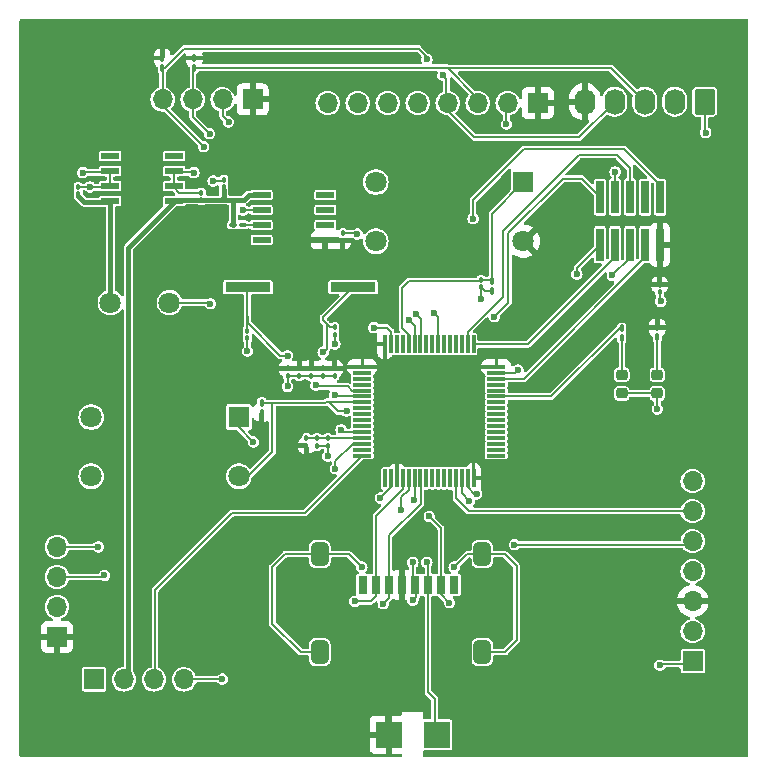
<source format=gtl>
G04 #@! TF.GenerationSoftware,KiCad,Pcbnew,8.0.7*
G04 #@! TF.CreationDate,2025-02-15T14:10:27-06:00*
G04 #@! TF.ProjectId,Rocket,526f636b-6574-42e6-9b69-6361645f7063,rev?*
G04 #@! TF.SameCoordinates,Original*
G04 #@! TF.FileFunction,Copper,L1,Top*
G04 #@! TF.FilePolarity,Positive*
%FSLAX46Y46*%
G04 Gerber Fmt 4.6, Leading zero omitted, Abs format (unit mm)*
G04 Created by KiCad (PCBNEW 8.0.7) date 2025-02-15 14:10:27*
%MOMM*%
%LPD*%
G01*
G04 APERTURE LIST*
G04 Aperture macros list*
%AMRoundRect*
0 Rectangle with rounded corners*
0 $1 Rounding radius*
0 $2 $3 $4 $5 $6 $7 $8 $9 X,Y pos of 4 corners*
0 Add a 4 corners polygon primitive as box body*
4,1,4,$2,$3,$4,$5,$6,$7,$8,$9,$2,$3,0*
0 Add four circle primitives for the rounded corners*
1,1,$1+$1,$2,$3*
1,1,$1+$1,$4,$5*
1,1,$1+$1,$6,$7*
1,1,$1+$1,$8,$9*
0 Add four rect primitives between the rounded corners*
20,1,$1+$1,$2,$3,$4,$5,0*
20,1,$1+$1,$4,$5,$6,$7,0*
20,1,$1+$1,$6,$7,$8,$9,0*
20,1,$1+$1,$8,$9,$2,$3,0*%
G04 Aperture macros list end*
G04 #@! TA.AperFunction,ComponentPad*
%ADD10R,1.803400X1.803400*%
G04 #@! TD*
G04 #@! TA.AperFunction,ComponentPad*
%ADD11C,1.803400*%
G04 #@! TD*
G04 #@! TA.AperFunction,ComponentPad*
%ADD12RoundRect,0.250000X0.620000X0.845000X-0.620000X0.845000X-0.620000X-0.845000X0.620000X-0.845000X0*%
G04 #@! TD*
G04 #@! TA.AperFunction,ComponentPad*
%ADD13O,1.740000X2.190000*%
G04 #@! TD*
G04 #@! TA.AperFunction,ComponentPad*
%ADD14O,1.700000X1.700000*%
G04 #@! TD*
G04 #@! TA.AperFunction,ComponentPad*
%ADD15R,1.700000X1.700000*%
G04 #@! TD*
G04 #@! TA.AperFunction,SMDPad,CuDef*
%ADD16RoundRect,0.218750X0.256250X-0.218750X0.256250X0.218750X-0.256250X0.218750X-0.256250X-0.218750X0*%
G04 #@! TD*
G04 #@! TA.AperFunction,SMDPad,CuDef*
%ADD17RoundRect,0.075000X-0.700000X-0.075000X0.700000X-0.075000X0.700000X0.075000X-0.700000X0.075000X0*%
G04 #@! TD*
G04 #@! TA.AperFunction,SMDPad,CuDef*
%ADD18RoundRect,0.075000X-0.075000X-0.700000X0.075000X-0.700000X0.075000X0.700000X-0.075000X0.700000X0*%
G04 #@! TD*
G04 #@! TA.AperFunction,SMDPad,CuDef*
%ADD19RoundRect,0.100000X-0.100000X0.130000X-0.100000X-0.130000X0.100000X-0.130000X0.100000X0.130000X0*%
G04 #@! TD*
G04 #@! TA.AperFunction,SMDPad,CuDef*
%ADD20RoundRect,0.100000X0.100000X-0.217500X0.100000X0.217500X-0.100000X0.217500X-0.100000X-0.217500X0*%
G04 #@! TD*
G04 #@! TA.AperFunction,SMDPad,CuDef*
%ADD21RoundRect,0.100000X0.100000X-0.130000X0.100000X0.130000X-0.100000X0.130000X-0.100000X-0.130000X0*%
G04 #@! TD*
G04 #@! TA.AperFunction,SMDPad,CuDef*
%ADD22RoundRect,0.100000X-0.100000X0.217500X-0.100000X-0.217500X0.100000X-0.217500X0.100000X0.217500X0*%
G04 #@! TD*
G04 #@! TA.AperFunction,SMDPad,CuDef*
%ADD23R,1.498600X0.558800*%
G04 #@! TD*
G04 #@! TA.AperFunction,SMDPad,CuDef*
%ADD24R,0.660400X2.768600*%
G04 #@! TD*
G04 #@! TA.AperFunction,SMDPad,CuDef*
%ADD25R,0.800000X1.500000*%
G04 #@! TD*
G04 #@! TA.AperFunction,SMDPad,CuDef*
%ADD26RoundRect,0.362500X-0.362500X-0.637500X0.362500X-0.637500X0.362500X0.637500X-0.362500X0.637500X0*%
G04 #@! TD*
G04 #@! TA.AperFunction,SMDPad,CuDef*
%ADD27R,2.209800X2.260600*%
G04 #@! TD*
G04 #@! TA.AperFunction,SMDPad,CuDef*
%ADD28R,3.835400X0.812800*%
G04 #@! TD*
G04 #@! TA.AperFunction,SMDPad,CuDef*
%ADD29RoundRect,0.100000X0.217500X0.100000X-0.217500X0.100000X-0.217500X-0.100000X0.217500X-0.100000X0*%
G04 #@! TD*
G04 #@! TA.AperFunction,ViaPad*
%ADD30C,0.600000*%
G04 #@! TD*
G04 #@! TA.AperFunction,Conductor*
%ADD31C,0.200000*%
G04 #@! TD*
G04 #@! TA.AperFunction,Conductor*
%ADD32C,0.381000*%
G04 #@! TD*
G04 #@! TA.AperFunction,Conductor*
%ADD33C,0.508000*%
G04 #@! TD*
G04 APERTURE END LIST*
D10*
X121871400Y-71000000D03*
D11*
X121871400Y-76000000D03*
X109371400Y-76000000D03*
X109371400Y-71000000D03*
D10*
X145971400Y-51100000D03*
D11*
X145971400Y-56100000D03*
X133471400Y-56100000D03*
X133471400Y-51100000D03*
D12*
X161320000Y-44300000D03*
D13*
X158780000Y-44300000D03*
X156240000Y-44300000D03*
X153700000Y-44300000D03*
X151160000Y-44300000D03*
D14*
X106475000Y-81980000D03*
X106475000Y-84520000D03*
X106475000Y-87060000D03*
D15*
X106475000Y-89600000D03*
D16*
X157300000Y-68987500D03*
X157300000Y-67412500D03*
D17*
X132325000Y-66750000D03*
X132325000Y-67250000D03*
X132325000Y-67750000D03*
X132325000Y-68250000D03*
X132325000Y-68750000D03*
X132325000Y-69250000D03*
X132325000Y-69750000D03*
X132325000Y-70250000D03*
X132325000Y-70750000D03*
X132325000Y-71250000D03*
X132325000Y-71750000D03*
X132325000Y-72250000D03*
X132325000Y-72750000D03*
X132325000Y-73250000D03*
X132325000Y-73750000D03*
X132325000Y-74250000D03*
D18*
X134250000Y-76175000D03*
X134750000Y-76175000D03*
X135250000Y-76175000D03*
X135750000Y-76175000D03*
X136250000Y-76175000D03*
X136750000Y-76175000D03*
X137250000Y-76175000D03*
X137750000Y-76175000D03*
X138250000Y-76175000D03*
X138750000Y-76175000D03*
X139250000Y-76175000D03*
X139750000Y-76175000D03*
X140250000Y-76175000D03*
X140750000Y-76175000D03*
X141250000Y-76175000D03*
X141750000Y-76175000D03*
D17*
X143675000Y-74250000D03*
X143675000Y-73750000D03*
X143675000Y-73250000D03*
X143675000Y-72750000D03*
X143675000Y-72250000D03*
X143675000Y-71750000D03*
X143675000Y-71250000D03*
X143675000Y-70750000D03*
X143675000Y-70250000D03*
X143675000Y-69750000D03*
X143675000Y-69250000D03*
X143675000Y-68750000D03*
X143675000Y-68250000D03*
X143675000Y-67750000D03*
X143675000Y-67250000D03*
X143675000Y-66750000D03*
D18*
X141750000Y-64825000D03*
X141250000Y-64825000D03*
X140750000Y-64825000D03*
X140250000Y-64825000D03*
X139750000Y-64825000D03*
X139250000Y-64825000D03*
X138750000Y-64825000D03*
X138250000Y-64825000D03*
X137750000Y-64825000D03*
X137250000Y-64825000D03*
X136750000Y-64825000D03*
X136250000Y-64825000D03*
X135750000Y-64825000D03*
X135250000Y-64825000D03*
X134750000Y-64825000D03*
X134250000Y-64825000D03*
D19*
X157500000Y-59780000D03*
X157500000Y-60420000D03*
X118700000Y-51980000D03*
X118700000Y-52620000D03*
D15*
X147180000Y-44400000D03*
D14*
X144640000Y-44400000D03*
X142100000Y-44400000D03*
X139560000Y-44400000D03*
X137020000Y-44400000D03*
X134480000Y-44400000D03*
X131940000Y-44400000D03*
X129400000Y-44400000D03*
D15*
X123040000Y-44100000D03*
D14*
X120500000Y-44100000D03*
X117960000Y-44100000D03*
X115420000Y-44100000D03*
D20*
X143300000Y-60300000D03*
X143300000Y-59485000D03*
D19*
X128500000Y-72780000D03*
X128500000Y-73420000D03*
X129000000Y-66860000D03*
X129000000Y-67500000D03*
D21*
X120600000Y-51520000D03*
X120600000Y-50880000D03*
X127600000Y-73420000D03*
X127600000Y-72780000D03*
D22*
X157300000Y-63400000D03*
X157300000Y-64215000D03*
D19*
X127000000Y-66880000D03*
X127000000Y-67520000D03*
X129400000Y-72780000D03*
X129400000Y-73420000D03*
D16*
X154300000Y-68987500D03*
X154300000Y-67412500D03*
D11*
X111000000Y-61300000D03*
X116000000Y-61300000D03*
D19*
X130670001Y-55430001D03*
X130670001Y-56070001D03*
D23*
X116405100Y-52705000D03*
X116405100Y-51435000D03*
X116405100Y-50165000D03*
X116405100Y-48895000D03*
X110994900Y-48895000D03*
X110994900Y-50165000D03*
X110994900Y-51435000D03*
X110994900Y-52705000D03*
D24*
X157535100Y-56407248D03*
X156265100Y-56407248D03*
X154995100Y-56407248D03*
X153725100Y-56407248D03*
X152455100Y-56407248D03*
X157535100Y-52367252D03*
X156265100Y-52367252D03*
X154995100Y-52367252D03*
X153725100Y-52367252D03*
X152455100Y-52367252D03*
D25*
X132400000Y-85200000D03*
X133500000Y-85200000D03*
X134600000Y-85200000D03*
X135700000Y-85200000D03*
X136800000Y-85200000D03*
X137900000Y-85200000D03*
X139000000Y-85200000D03*
X140100000Y-85200000D03*
D26*
X128730000Y-82600000D03*
X128730000Y-90900000D03*
X142480000Y-82600000D03*
X142480000Y-90900000D03*
D20*
X115400000Y-41407500D03*
X115400000Y-40592500D03*
D19*
X126000000Y-66880000D03*
X126000000Y-67520000D03*
D15*
X160300000Y-91660000D03*
D14*
X160300000Y-89120000D03*
X160300000Y-86580000D03*
X160300000Y-84040000D03*
X160300000Y-81500000D03*
X160300000Y-78960000D03*
X160300000Y-76420000D03*
D19*
X130000000Y-63380000D03*
X130000000Y-64020000D03*
X142400000Y-59380000D03*
X142400000Y-60020000D03*
D27*
X134555300Y-97900000D03*
X138644700Y-97900000D03*
D19*
X122600000Y-63680000D03*
X122600000Y-64320000D03*
X130000000Y-66860000D03*
X130000000Y-67500000D03*
D21*
X108266600Y-52140000D03*
X108266600Y-51500000D03*
D20*
X118100000Y-41407500D03*
X118100000Y-40592500D03*
D28*
X122642300Y-60000000D03*
X131557700Y-60000000D03*
D23*
X123794900Y-52195000D03*
X123794900Y-53465000D03*
X123794900Y-54735000D03*
X123794900Y-56005000D03*
X129205100Y-56005000D03*
X129205100Y-54735000D03*
X129205100Y-53465000D03*
X129205100Y-52195000D03*
D29*
X122207500Y-54700000D03*
X121392500Y-54700000D03*
D19*
X128000000Y-66880000D03*
X128000000Y-67520000D03*
D20*
X123800000Y-70607500D03*
X123800000Y-69792500D03*
D15*
X109620000Y-93200000D03*
D14*
X112160000Y-93200000D03*
X114700000Y-93200000D03*
X117240000Y-93200000D03*
D22*
X154310000Y-63485000D03*
X154310000Y-64300000D03*
D30*
X123100000Y-73100000D03*
X161400000Y-46900000D03*
X130050000Y-75350000D03*
X110500000Y-84400000D03*
X109980000Y-81980000D03*
X126000000Y-65800000D03*
X128400000Y-68300000D03*
X129000000Y-65500000D03*
X130000000Y-69100000D03*
X134100000Y-86800000D03*
X136700000Y-78000000D03*
X139700000Y-86700000D03*
X138000000Y-79400000D03*
X131700000Y-86600000D03*
X136600000Y-86500000D03*
X135600000Y-78900000D03*
X136600000Y-83300000D03*
X136300000Y-62800000D03*
X139150000Y-42050000D03*
X137800000Y-40700000D03*
X118900000Y-48100000D03*
X119400000Y-47000000D03*
X136900000Y-62300000D03*
X145200000Y-81800000D03*
X141400000Y-78100000D03*
X140100000Y-83700000D03*
X132300000Y-83700000D03*
X131000000Y-70500000D03*
X143500000Y-62500000D03*
X141700000Y-54200000D03*
X138400000Y-62200000D03*
X144400000Y-88300000D03*
X131000000Y-89000000D03*
X137000000Y-89500000D03*
X144300000Y-87600000D03*
X133500000Y-89500000D03*
X122600000Y-65400000D03*
X120475000Y-93175000D03*
X121000000Y-46000000D03*
X144535000Y-46200000D03*
X142400000Y-61000000D03*
X153500000Y-59000000D03*
X118066600Y-50300000D03*
X157525000Y-92000000D03*
X130536801Y-72065456D03*
X130000000Y-64800000D03*
X145500000Y-67000000D03*
X142000000Y-77500000D03*
X119700000Y-51000000D03*
X122235000Y-53465000D03*
X129400000Y-74300000D03*
X133852062Y-77852062D03*
X157300000Y-70300000D03*
X126000000Y-68400000D03*
X157600000Y-61200000D03*
X150500000Y-58900000D03*
X133300000Y-63420000D03*
X131900000Y-55500000D03*
X109266600Y-51500000D03*
X137800000Y-83300000D03*
X108666600Y-50300000D03*
X119466600Y-61400000D03*
X153725100Y-50225100D03*
D31*
X144200000Y-60800000D02*
X141250000Y-63750000D01*
X144200000Y-55250000D02*
X144200000Y-60800000D01*
X153900000Y-48800000D02*
X150650000Y-48800000D01*
X154995100Y-49895100D02*
X153900000Y-48800000D01*
X154995100Y-52367252D02*
X154995100Y-49895100D01*
X150650000Y-48800000D02*
X144200000Y-55250000D01*
X141250000Y-63750000D02*
X141250000Y-64825000D01*
X144700000Y-61300000D02*
X144700000Y-55400000D01*
X149300000Y-50800000D02*
X150887848Y-50800000D01*
X150887848Y-50800000D02*
X152455100Y-52367252D01*
X143500000Y-62500000D02*
X144700000Y-61300000D01*
X144700000Y-55400000D02*
X149300000Y-50800000D01*
X129300000Y-65200000D02*
X129000000Y-65500000D01*
X129300000Y-63100000D02*
X129300000Y-65200000D01*
X129000000Y-62800000D02*
X129300000Y-63100000D01*
X125400000Y-65800000D02*
X126000000Y-65800000D01*
X122642300Y-63042300D02*
X125400000Y-65800000D01*
X122642300Y-62442300D02*
X122642300Y-63042300D01*
X121871400Y-71871400D02*
X123100000Y-73100000D01*
X121871400Y-71000000D02*
X121871400Y-71871400D01*
X161320000Y-46820000D02*
X161400000Y-46900000D01*
X161320000Y-44300000D02*
X161320000Y-46820000D01*
X153390000Y-41450000D02*
X139550000Y-41450000D01*
X139550000Y-41450000D02*
X141995000Y-43895000D01*
X139507500Y-41407500D02*
X139550000Y-41450000D01*
X156240000Y-44300000D02*
X153390000Y-41450000D01*
X144535000Y-46200000D02*
X144535000Y-44100000D01*
X141800000Y-47300000D02*
X139560000Y-45060000D01*
X139560000Y-45060000D02*
X139560000Y-44400000D01*
X150700000Y-47300000D02*
X141800000Y-47300000D01*
X153700000Y-44300000D02*
X150700000Y-47300000D01*
X132295000Y-72780000D02*
X129400000Y-72780000D01*
X132325000Y-72750000D02*
X132295000Y-72780000D01*
X130050000Y-74745876D02*
X131545876Y-73250000D01*
X131545876Y-73250000D02*
X132325000Y-73250000D01*
X130050000Y-75350000D02*
X130050000Y-74745876D01*
X110380000Y-84520000D02*
X110500000Y-84400000D01*
X106475000Y-84520000D02*
X110380000Y-84520000D01*
X106475000Y-81980000D02*
X109980000Y-81980000D01*
X129285000Y-69700000D02*
X129450000Y-69700000D01*
X129450000Y-69700000D02*
X129500000Y-69750000D01*
X129192500Y-69792500D02*
X129285000Y-69700000D01*
X124700000Y-69792500D02*
X129192500Y-69792500D01*
X135700000Y-60050000D02*
X136250000Y-59500000D01*
X135700000Y-63467590D02*
X135700000Y-60050000D01*
X136250000Y-64017590D02*
X135700000Y-63467590D01*
X136250000Y-59500000D02*
X142280000Y-59500000D01*
X142280000Y-59500000D02*
X142400000Y-59380000D01*
X136250000Y-64825000D02*
X136250000Y-64017590D01*
X124700000Y-73971400D02*
X124700000Y-69792500D01*
X122171400Y-76500000D02*
X124700000Y-73971400D01*
X123800000Y-69792500D02*
X124700000Y-69792500D01*
X143300000Y-59485000D02*
X143300000Y-53771400D01*
X143300000Y-53771400D02*
X145971400Y-51100000D01*
X143195000Y-59380000D02*
X143300000Y-59485000D01*
X142400000Y-59380000D02*
X143195000Y-59380000D01*
X122600000Y-60042300D02*
X122600000Y-62400000D01*
X131451544Y-68750000D02*
X132325000Y-68750000D01*
X122600000Y-62484600D02*
X122642300Y-62442300D01*
X131101544Y-68400000D02*
X131451544Y-68750000D01*
X122642300Y-60000000D02*
X122600000Y-60042300D01*
X128500000Y-68400000D02*
X131101544Y-68400000D01*
X122600000Y-62400000D02*
X122642300Y-62442300D01*
X122600000Y-63680000D02*
X122600000Y-62484600D01*
X128400000Y-68300000D02*
X128500000Y-68400000D01*
X131557700Y-60000000D02*
X129000000Y-62557700D01*
X129580000Y-63380000D02*
X129000000Y-62800000D01*
X130000000Y-69100000D02*
X130150000Y-69250000D01*
X130150000Y-69250000D02*
X132325000Y-69250000D01*
X130000000Y-63380000D02*
X129580000Y-63380000D01*
X129000000Y-62557700D02*
X129000000Y-62800000D01*
X137280000Y-76205000D02*
X137250000Y-76175000D01*
X134100000Y-86800000D02*
X134600000Y-86300000D01*
X134600000Y-86300000D02*
X134600000Y-85200000D01*
X134600000Y-85200000D02*
X134600000Y-81000000D01*
X134600000Y-81000000D02*
X137280000Y-78320000D01*
X137280000Y-78320000D02*
X137280000Y-76205000D01*
X136750000Y-77850000D02*
X136750000Y-76175000D01*
X139000000Y-85200000D02*
X139000000Y-80400000D01*
X139700000Y-86700000D02*
X139000000Y-86000000D01*
X139000000Y-80400000D02*
X138000000Y-79400000D01*
X139000000Y-86000000D02*
X139000000Y-85200000D01*
X133050000Y-86600000D02*
X133500000Y-86150000D01*
X131700000Y-86600000D02*
X133050000Y-86600000D01*
X133500000Y-86150000D02*
X133500000Y-85200000D01*
X135750000Y-77082410D02*
X133500000Y-79332410D01*
X133500000Y-79332410D02*
X133500000Y-85200000D01*
X135750000Y-76175000D02*
X135750000Y-77082410D01*
X136600000Y-86500000D02*
X136900000Y-86200000D01*
X136900000Y-85300000D02*
X136800000Y-85200000D01*
X135600000Y-77800000D02*
X136250000Y-77150000D01*
X136900000Y-86200000D02*
X136900000Y-85300000D01*
X136600000Y-85000000D02*
X136600000Y-83300000D01*
X135600000Y-78900000D02*
X135600000Y-77800000D01*
X136250000Y-77150000D02*
X136250000Y-76175000D01*
X157300000Y-67412500D02*
X157300000Y-64215000D01*
X154300000Y-65610000D02*
X154310000Y-65600000D01*
X154310000Y-65600000D02*
X154310000Y-64300000D01*
X154300000Y-67412500D02*
X154300000Y-65610000D01*
X118900000Y-48100000D02*
X115430000Y-44630000D01*
X117207499Y-39800000D02*
X137000000Y-39800000D01*
X115599999Y-41407500D02*
X117207499Y-39800000D01*
X137100000Y-39800000D02*
X136900000Y-39800000D01*
X115430000Y-44200000D02*
X115430000Y-41437500D01*
X136750000Y-63250000D02*
X136750000Y-64825000D01*
X115430000Y-41437500D02*
X115400000Y-41407500D01*
X139150000Y-42050000D02*
X139100000Y-42000000D01*
X139455000Y-44100000D02*
X139455000Y-42355000D01*
X136300000Y-62800000D02*
X136750000Y-63250000D01*
X139455000Y-42355000D02*
X139150000Y-42050000D01*
X115430000Y-44630000D02*
X115430000Y-44200000D01*
X115400000Y-41407500D02*
X115599999Y-41407500D01*
X137800000Y-40500000D02*
X137100000Y-39800000D01*
X137800000Y-40700000D02*
X137800000Y-40500000D01*
X117970000Y-45570000D02*
X117970000Y-44200000D01*
X141995000Y-43895000D02*
X141995000Y-44100000D01*
X117970000Y-44200000D02*
X118000000Y-44170000D01*
X137300000Y-62700000D02*
X137300000Y-64600000D01*
X118000000Y-41507500D02*
X118100000Y-41407500D01*
X118100000Y-41407500D02*
X139507500Y-41407500D01*
X136900000Y-62300000D02*
X137300000Y-62700000D01*
X119400000Y-47000000D02*
X117970000Y-45570000D01*
X118000000Y-44170000D02*
X118000000Y-41507500D01*
X160215000Y-81800000D02*
X145200000Y-81800000D01*
X140750000Y-77450000D02*
X141400000Y-78100000D01*
X140750000Y-77250000D02*
X140750000Y-77450000D01*
X140750000Y-76175000D02*
X140750000Y-77250000D01*
X141350000Y-78950000D02*
X160025000Y-78950000D01*
X140250000Y-76175000D02*
X140250000Y-77850000D01*
X140250000Y-77850000D02*
X141350000Y-78950000D01*
X131200000Y-82600000D02*
X132300000Y-83700000D01*
X124700000Y-88500000D02*
X124700000Y-83650000D01*
X128730000Y-90900000D02*
X127100000Y-90900000D01*
X128730000Y-82600000D02*
X131200000Y-82600000D01*
X145400000Y-89900000D02*
X145400000Y-83600000D01*
X125750000Y-82600000D02*
X128730000Y-82600000D01*
X142480000Y-90900000D02*
X144400000Y-90900000D01*
X144400000Y-90900000D02*
X145400000Y-89900000D01*
X124700000Y-83650000D02*
X125750000Y-82600000D01*
X145400000Y-83600000D02*
X144400000Y-82600000D01*
X144400000Y-82600000D02*
X142480000Y-82600000D01*
X127100000Y-90900000D02*
X124700000Y-88500000D01*
X141200000Y-82600000D02*
X142480000Y-82600000D01*
X140100000Y-83700000D02*
X141200000Y-82600000D01*
X129500000Y-69750000D02*
X132325000Y-69750000D01*
X130250000Y-70500000D02*
X129500000Y-69750000D01*
X131000000Y-70500000D02*
X130250000Y-70500000D01*
X156265100Y-56407248D02*
X156265100Y-57461348D01*
X156265100Y-57461348D02*
X145976448Y-67750000D01*
X145976448Y-67750000D02*
X143675000Y-67750000D01*
X138400000Y-62200000D02*
X138750000Y-62550000D01*
X138750000Y-62550000D02*
X138750000Y-64825000D01*
X153725100Y-56407248D02*
X153725100Y-57461348D01*
X153725100Y-57461348D02*
X146361448Y-64825000D01*
X146361448Y-64825000D02*
X141750000Y-64825000D01*
X114780000Y-93175000D02*
X114780000Y-85620000D01*
X127445000Y-79130000D02*
X132325000Y-74250000D01*
X121270000Y-79130000D02*
X127445000Y-79130000D01*
X114780000Y-85620000D02*
X121270000Y-79130000D01*
X154310000Y-63485000D02*
X154110001Y-63485000D01*
X148345001Y-69250000D02*
X143675000Y-69250000D01*
X154110001Y-63485000D02*
X148345001Y-69250000D01*
X135700000Y-94725000D02*
X135700000Y-85200000D01*
X135700000Y-85200000D02*
X135500000Y-85400000D01*
X128020000Y-66860000D02*
X128000000Y-66880000D01*
X130000000Y-66860000D02*
X130110000Y-66750000D01*
X134355300Y-96069700D02*
X135700000Y-94725000D01*
X130605000Y-56005000D02*
X130670001Y-56070001D01*
X129000000Y-66860000D02*
X128020000Y-66860000D01*
X127000000Y-66880000D02*
X126000000Y-66880000D01*
X130110000Y-66750000D02*
X132325000Y-66750000D01*
X157500000Y-59780000D02*
X157500000Y-56442348D01*
X157500000Y-56442348D02*
X157535100Y-56407248D01*
X128000000Y-66880000D02*
X127000000Y-66880000D01*
X134355300Y-97400000D02*
X134355300Y-96069700D01*
X130000000Y-66860000D02*
X129000000Y-66860000D01*
X129205100Y-56005000D02*
X130605000Y-56005000D01*
X127600000Y-72780000D02*
X128500000Y-72780000D01*
X129400000Y-72780000D02*
X128500000Y-72780000D01*
D32*
X108780600Y-52805000D02*
X108266600Y-52291000D01*
X110961500Y-52805000D02*
X108780600Y-52805000D01*
D33*
X111000000Y-52843500D02*
X110961500Y-52805000D01*
D32*
X111000000Y-61300000D02*
X111000000Y-52843500D01*
X121400000Y-52620000D02*
X121392500Y-52627500D01*
X121400000Y-52620000D02*
X120400000Y-52620000D01*
X116556700Y-52620000D02*
X116371700Y-52805000D01*
X120400000Y-52620000D02*
X118700000Y-52620000D01*
X112240000Y-93175000D02*
X112500000Y-92915000D01*
X123477500Y-52200000D02*
X122700000Y-52200000D01*
X122280000Y-52620000D02*
X121400000Y-52620000D01*
X112500000Y-92915000D02*
X112500000Y-56676700D01*
X121392500Y-52627500D02*
X121392500Y-54700000D01*
X122700000Y-52200000D02*
X122280000Y-52620000D01*
X120400000Y-52620000D02*
X120600000Y-52420000D01*
X118700000Y-52620000D02*
X116556700Y-52620000D01*
X112500000Y-56676700D02*
X116371700Y-52805000D01*
X120600000Y-52420000D02*
X120600000Y-51800000D01*
D31*
X120510000Y-45510000D02*
X121000000Y-46000000D01*
X117320000Y-93175000D02*
X120475000Y-93175000D01*
X138444700Y-97400000D02*
X138444700Y-94844700D01*
X109266600Y-51500000D02*
X108266600Y-51500000D01*
X133300000Y-63420000D02*
X134420000Y-63420000D01*
X152455100Y-56407248D02*
X150500000Y-58362348D01*
X118031600Y-50265000D02*
X118066600Y-50300000D01*
X145250000Y-67250000D02*
X145500000Y-67000000D01*
X108701600Y-50265000D02*
X108666600Y-50300000D01*
X126000000Y-67520000D02*
X126000000Y-68400000D01*
X119366600Y-61300000D02*
X119466600Y-61400000D01*
X137900000Y-85200000D02*
X137900000Y-83400000D01*
X142400000Y-60020000D02*
X142680000Y-60300000D01*
X142680000Y-60300000D02*
X143300000Y-60300000D01*
X127000000Y-67520000D02*
X126000000Y-67520000D01*
X150500000Y-58362348D02*
X150500000Y-58900000D01*
X123794900Y-53465000D02*
X122235000Y-53465000D01*
X141795876Y-77500000D02*
X141250000Y-76954124D01*
X110961500Y-50265000D02*
X108701600Y-50265000D01*
X142000000Y-77500000D02*
X141795876Y-77500000D01*
X134750000Y-63750000D02*
X134750000Y-64825000D01*
X131830001Y-55430001D02*
X131900000Y-55500000D01*
X137900000Y-83400000D02*
X137800000Y-83300000D01*
X129000000Y-67500000D02*
X128020000Y-67500000D01*
X142400000Y-60020000D02*
X142400000Y-61000000D01*
X116000000Y-61300000D02*
X119366600Y-61300000D01*
X153725100Y-52367252D02*
X153725100Y-50225100D01*
X120510000Y-44200000D02*
X120510000Y-45510000D01*
X122600000Y-64320000D02*
X122600000Y-65400000D01*
X134420000Y-63420000D02*
X134750000Y-63750000D01*
X110961500Y-50265000D02*
X110961500Y-51535000D01*
X109301600Y-51535000D02*
X109266600Y-51500000D01*
X130000000Y-64020000D02*
X130000000Y-64800000D01*
X130721345Y-72250000D02*
X132325000Y-72250000D01*
X154995100Y-56407248D02*
X154995100Y-57504900D01*
X133852062Y-77852062D02*
X134750000Y-76954124D01*
X157300000Y-68987500D02*
X157300000Y-70300000D01*
X130670001Y-55430001D02*
X131830001Y-55430001D01*
X143675000Y-67250000D02*
X145250000Y-67250000D01*
X130000000Y-67500000D02*
X129000000Y-67500000D01*
X157500000Y-61100000D02*
X157600000Y-61200000D01*
X119700000Y-51000000D02*
X120480000Y-51000000D01*
X118680000Y-52000000D02*
X116836700Y-52000000D01*
X154300000Y-68987500D02*
X157300000Y-68987500D01*
X128000000Y-67520000D02*
X127000000Y-67520000D01*
X116371700Y-50265000D02*
X118031600Y-50265000D01*
X129400000Y-73420000D02*
X128500000Y-73420000D01*
X157525000Y-92000000D02*
X157475000Y-92050000D01*
X141250000Y-76954124D02*
X141250000Y-76175000D01*
X138444700Y-94844700D02*
X137900000Y-94300000D01*
X154995100Y-57504900D02*
X153500000Y-59000000D01*
X137900000Y-94300000D02*
X137900000Y-85200000D01*
X110961500Y-51535000D02*
X109301600Y-51535000D01*
X116371700Y-51535000D02*
X116371700Y-50265000D01*
X128020000Y-67500000D02*
X128000000Y-67520000D01*
X157500000Y-60420000D02*
X157500000Y-61100000D01*
X116836700Y-52000000D02*
X116371700Y-51535000D01*
X120480000Y-51000000D02*
X120600000Y-50880000D01*
X118700000Y-51980000D02*
X118680000Y-52000000D01*
X134750000Y-76954124D02*
X134750000Y-76175000D01*
X157625000Y-91900000D02*
X157525000Y-92000000D01*
X129400000Y-73420000D02*
X129400000Y-74300000D01*
X160275000Y-91900000D02*
X157625000Y-91900000D01*
X122242500Y-54735000D02*
X122207500Y-54700000D01*
X123794900Y-54735000D02*
X122242500Y-54735000D01*
X157535100Y-51313152D02*
X157535100Y-52367252D01*
X146000000Y-48300000D02*
X154521948Y-48300000D01*
X154521948Y-48300000D02*
X157535100Y-51313152D01*
X141700000Y-52600000D02*
X146000000Y-48300000D01*
X141700000Y-54200000D02*
X141700000Y-52600000D01*
G04 #@! TA.AperFunction,Conductor*
G36*
X164942539Y-37320185D02*
G01*
X164988294Y-37372989D01*
X164999500Y-37424500D01*
X164999500Y-99675500D01*
X164979815Y-99742539D01*
X164927011Y-99788294D01*
X164875500Y-99799500D01*
X137613000Y-99799500D01*
X137545961Y-99779815D01*
X137500206Y-99727011D01*
X137489000Y-99675500D01*
X137489000Y-99334799D01*
X137508685Y-99267760D01*
X137561489Y-99222005D01*
X137612995Y-99210799D01*
X139767376Y-99210799D01*
X139820028Y-99200327D01*
X139879733Y-99160433D01*
X139919627Y-99100728D01*
X139930100Y-99048077D01*
X139930099Y-96751924D01*
X139919627Y-96699272D01*
X139919625Y-96699270D01*
X139919625Y-96699268D01*
X139879732Y-96639565D01*
X139820030Y-96599674D01*
X139820023Y-96599671D01*
X139767381Y-96589200D01*
X139767377Y-96589200D01*
X138849200Y-96589200D01*
X138782161Y-96569515D01*
X138736406Y-96516711D01*
X138725200Y-96465200D01*
X138725200Y-94807774D01*
X138725200Y-94807772D01*
X138706084Y-94736431D01*
X138669156Y-94672469D01*
X138616931Y-94620244D01*
X138616930Y-94620243D01*
X138216819Y-94220132D01*
X138183334Y-94158809D01*
X138180500Y-94132451D01*
X138180500Y-86254499D01*
X138200185Y-86187460D01*
X138252989Y-86141705D01*
X138304500Y-86130499D01*
X138317775Y-86130499D01*
X138317776Y-86130499D01*
X138370428Y-86120027D01*
X138381106Y-86112891D01*
X138447783Y-86092012D01*
X138515164Y-86110495D01*
X138518872Y-86112877D01*
X138529572Y-86120027D01*
X138529574Y-86120027D01*
X138529576Y-86120028D01*
X138547280Y-86123549D01*
X138582223Y-86130500D01*
X138682450Y-86130499D01*
X138749488Y-86150183D01*
X138770131Y-86166818D01*
X138834834Y-86231521D01*
X138834840Y-86231526D01*
X139181825Y-86578512D01*
X139215310Y-86639835D01*
X139216882Y-86683837D01*
X139214559Y-86699996D01*
X139214559Y-86699999D01*
X139234222Y-86836765D01*
X139291620Y-86962447D01*
X139291621Y-86962449D01*
X139382104Y-87066872D01*
X139382106Y-87066873D01*
X139382108Y-87066875D01*
X139498338Y-87141572D01*
X139498343Y-87141574D01*
X139630912Y-87180499D01*
X139630914Y-87180500D01*
X139630915Y-87180500D01*
X139769086Y-87180500D01*
X139769086Y-87180499D01*
X139901659Y-87141573D01*
X140017896Y-87066872D01*
X140108379Y-86962449D01*
X140165777Y-86836765D01*
X140185441Y-86700000D01*
X140165777Y-86563235D01*
X140162634Y-86556353D01*
X140114064Y-86450000D01*
X140108379Y-86437551D01*
X140020125Y-86335701D01*
X139991101Y-86272146D01*
X140001045Y-86202988D01*
X140046799Y-86150184D01*
X140113837Y-86130499D01*
X140517776Y-86130499D01*
X140570428Y-86120027D01*
X140630133Y-86080133D01*
X140670027Y-86020428D01*
X140680500Y-85967777D01*
X140680499Y-84432224D01*
X140670027Y-84379572D01*
X140670025Y-84379569D01*
X140670025Y-84379568D01*
X140630132Y-84319865D01*
X140570430Y-84279974D01*
X140570423Y-84279971D01*
X140517781Y-84269500D01*
X140513839Y-84269500D01*
X140511850Y-84268916D01*
X140511717Y-84268903D01*
X140511719Y-84268877D01*
X140446800Y-84249815D01*
X140401045Y-84197011D01*
X140391101Y-84127853D01*
X140420124Y-84064300D01*
X140508379Y-83962449D01*
X140565777Y-83836765D01*
X140585441Y-83700000D01*
X140583116Y-83683830D01*
X140593059Y-83614681D01*
X140618169Y-83578516D01*
X141279868Y-82916819D01*
X141341191Y-82883334D01*
X141367549Y-82880500D01*
X141450501Y-82880500D01*
X141517540Y-82900185D01*
X141563295Y-82952989D01*
X141574501Y-83004500D01*
X141574501Y-83280010D01*
X141577838Y-83307800D01*
X141584978Y-83367271D01*
X141584980Y-83367275D01*
X141639737Y-83506129D01*
X141639738Y-83506131D01*
X141639739Y-83506132D01*
X141729931Y-83625069D01*
X141828738Y-83699996D01*
X141848868Y-83715261D01*
X141848870Y-83715262D01*
X141885906Y-83729867D01*
X141987728Y-83770021D01*
X142074989Y-83780500D01*
X142885010Y-83780499D01*
X142972272Y-83770021D01*
X143111132Y-83715261D01*
X143230069Y-83625069D01*
X143320261Y-83506132D01*
X143375021Y-83367272D01*
X143385500Y-83280011D01*
X143385500Y-83004500D01*
X143405185Y-82937461D01*
X143457989Y-82891706D01*
X143509500Y-82880500D01*
X144232452Y-82880500D01*
X144299491Y-82900185D01*
X144320133Y-82916819D01*
X145083181Y-83679867D01*
X145116666Y-83741190D01*
X145119500Y-83767548D01*
X145119500Y-89732451D01*
X145099815Y-89799490D01*
X145083181Y-89820132D01*
X144320133Y-90583181D01*
X144258810Y-90616666D01*
X144232452Y-90619500D01*
X143509499Y-90619500D01*
X143442460Y-90599815D01*
X143396705Y-90547011D01*
X143385499Y-90495500D01*
X143385499Y-90219995D01*
X143385499Y-90219990D01*
X143375021Y-90132728D01*
X143320261Y-89993868D01*
X143230069Y-89874931D01*
X143111132Y-89784739D01*
X143111131Y-89784738D01*
X143111129Y-89784737D01*
X142972273Y-89729979D01*
X142961364Y-89728669D01*
X142885011Y-89719500D01*
X142885004Y-89719500D01*
X142074995Y-89719500D01*
X141987728Y-89729978D01*
X141987724Y-89729980D01*
X141848870Y-89784737D01*
X141848868Y-89784738D01*
X141729931Y-89874931D01*
X141639738Y-89993868D01*
X141639737Y-89993870D01*
X141584979Y-90132726D01*
X141584979Y-90132728D01*
X141574500Y-90219989D01*
X141574500Y-90219994D01*
X141574500Y-90219995D01*
X141574500Y-91580004D01*
X141584978Y-91667271D01*
X141584980Y-91667275D01*
X141639737Y-91806129D01*
X141639738Y-91806131D01*
X141639739Y-91806132D01*
X141729931Y-91925069D01*
X141828743Y-92000000D01*
X141848868Y-92015261D01*
X141848870Y-92015262D01*
X141918298Y-92042641D01*
X141987728Y-92070021D01*
X142074989Y-92080500D01*
X142885010Y-92080499D01*
X142972272Y-92070021D01*
X143111132Y-92015261D01*
X143131257Y-92000000D01*
X157039559Y-92000000D01*
X157059222Y-92136765D01*
X157107892Y-92243336D01*
X157116621Y-92262449D01*
X157207104Y-92366872D01*
X157207106Y-92366873D01*
X157207108Y-92366875D01*
X157323338Y-92441572D01*
X157323343Y-92441574D01*
X157455912Y-92480499D01*
X157455914Y-92480500D01*
X157455915Y-92480500D01*
X157594086Y-92480500D01*
X157594086Y-92480499D01*
X157726659Y-92441573D01*
X157772743Y-92411957D01*
X157842891Y-92366875D01*
X157842890Y-92366875D01*
X157842896Y-92366872D01*
X157933379Y-92262449D01*
X157937700Y-92252986D01*
X157983456Y-92200184D01*
X158050494Y-92180500D01*
X159145501Y-92180500D01*
X159212540Y-92200185D01*
X159258295Y-92252989D01*
X159269501Y-92304500D01*
X159269501Y-92527776D01*
X159269502Y-92527781D01*
X159279973Y-92580428D01*
X159279974Y-92580431D01*
X159319867Y-92640134D01*
X159379569Y-92680025D01*
X159379572Y-92680027D01*
X159379575Y-92680027D01*
X159379576Y-92680028D01*
X159405897Y-92685263D01*
X159432223Y-92690500D01*
X161167776Y-92690499D01*
X161220428Y-92680027D01*
X161280133Y-92640133D01*
X161320027Y-92580428D01*
X161330500Y-92527777D01*
X161330499Y-90792224D01*
X161320027Y-90739572D01*
X161320025Y-90739569D01*
X161320025Y-90739568D01*
X161280132Y-90679865D01*
X161220430Y-90639974D01*
X161220423Y-90639971D01*
X161167780Y-90629500D01*
X159432225Y-90629500D01*
X159379571Y-90639973D01*
X159379568Y-90639974D01*
X159319865Y-90679867D01*
X159279974Y-90739569D01*
X159279971Y-90739576D01*
X159269500Y-90792218D01*
X159269500Y-91495500D01*
X159249815Y-91562539D01*
X159197011Y-91608294D01*
X159145500Y-91619500D01*
X157858100Y-91619500D01*
X157791061Y-91599815D01*
X157791060Y-91599815D01*
X157726657Y-91558425D01*
X157594087Y-91519500D01*
X157594085Y-91519500D01*
X157455915Y-91519500D01*
X157455912Y-91519500D01*
X157323343Y-91558425D01*
X157323338Y-91558427D01*
X157207108Y-91633124D01*
X157207106Y-91633126D01*
X157207104Y-91633127D01*
X157207104Y-91633128D01*
X157116621Y-91737551D01*
X157116620Y-91737552D01*
X157059222Y-91863234D01*
X157039559Y-92000000D01*
X143131257Y-92000000D01*
X143230069Y-91925069D01*
X143320261Y-91806132D01*
X143375021Y-91667272D01*
X143385500Y-91580011D01*
X143385500Y-91304500D01*
X143405185Y-91237461D01*
X143457989Y-91191706D01*
X143509500Y-91180500D01*
X144436927Y-91180500D01*
X144436929Y-91180500D01*
X144508269Y-91161384D01*
X144572231Y-91124456D01*
X144624456Y-91072231D01*
X144624456Y-91072229D01*
X144634660Y-91062026D01*
X144634663Y-91062021D01*
X145624456Y-90072231D01*
X145661384Y-90008269D01*
X145680500Y-89936928D01*
X145680500Y-86329999D01*
X158969364Y-86329999D01*
X158969364Y-86330000D01*
X159866988Y-86330000D01*
X159834075Y-86387007D01*
X159800000Y-86514174D01*
X159800000Y-86645826D01*
X159834075Y-86772993D01*
X159866988Y-86830000D01*
X158969364Y-86830000D01*
X159026567Y-87043486D01*
X159026570Y-87043492D01*
X159126399Y-87257578D01*
X159261894Y-87451082D01*
X159428917Y-87618105D01*
X159622421Y-87753600D01*
X159836507Y-87853429D01*
X159836516Y-87853433D01*
X159995234Y-87895961D01*
X160054895Y-87932326D01*
X160085424Y-87995173D01*
X160077129Y-88064548D01*
X160032644Y-88118426D01*
X159999137Y-88134396D01*
X159903735Y-88163336D01*
X159724720Y-88259021D01*
X159724713Y-88259025D01*
X159567800Y-88387800D01*
X159439025Y-88544713D01*
X159439021Y-88544720D01*
X159343337Y-88723732D01*
X159284410Y-88917988D01*
X159264514Y-89120000D01*
X159284410Y-89322011D01*
X159343337Y-89516267D01*
X159439021Y-89695279D01*
X159439025Y-89695286D01*
X159567800Y-89852199D01*
X159724713Y-89980974D01*
X159724720Y-89980978D01*
X159903732Y-90076662D01*
X159903734Y-90076662D01*
X159903737Y-90076664D01*
X160097987Y-90135589D01*
X160097986Y-90135589D01*
X160116099Y-90137372D01*
X160300000Y-90155486D01*
X160502013Y-90135589D01*
X160696263Y-90076664D01*
X160704561Y-90072229D01*
X160875279Y-89980978D01*
X160875285Y-89980975D01*
X161032199Y-89852199D01*
X161160975Y-89695285D01*
X161256664Y-89516263D01*
X161315589Y-89322013D01*
X161335486Y-89120000D01*
X161315589Y-88917987D01*
X161256664Y-88723737D01*
X161256662Y-88723734D01*
X161256662Y-88723732D01*
X161160978Y-88544720D01*
X161160974Y-88544713D01*
X161032199Y-88387800D01*
X160875286Y-88259025D01*
X160875279Y-88259021D01*
X160696269Y-88163338D01*
X160696263Y-88163336D01*
X160600860Y-88134396D01*
X160542424Y-88096099D01*
X160513967Y-88032287D01*
X160524528Y-87963220D01*
X160570752Y-87910826D01*
X160604765Y-87895961D01*
X160763483Y-87853433D01*
X160763492Y-87853429D01*
X160977578Y-87753600D01*
X161171082Y-87618105D01*
X161338105Y-87451082D01*
X161473600Y-87257578D01*
X161573429Y-87043492D01*
X161573432Y-87043486D01*
X161630636Y-86830000D01*
X160733012Y-86830000D01*
X160765925Y-86772993D01*
X160800000Y-86645826D01*
X160800000Y-86514174D01*
X160765925Y-86387007D01*
X160733012Y-86330000D01*
X161630636Y-86330000D01*
X161630635Y-86329999D01*
X161573432Y-86116513D01*
X161573429Y-86116507D01*
X161473600Y-85902422D01*
X161473599Y-85902420D01*
X161338113Y-85708926D01*
X161338108Y-85708920D01*
X161171082Y-85541894D01*
X160977578Y-85406399D01*
X160763492Y-85306570D01*
X160763486Y-85306567D01*
X160604764Y-85264038D01*
X160545104Y-85227673D01*
X160514575Y-85164826D01*
X160522870Y-85095450D01*
X160567355Y-85041572D01*
X160600858Y-85025604D01*
X160696263Y-84996664D01*
X160875285Y-84900975D01*
X161032199Y-84772199D01*
X161160975Y-84615285D01*
X161256664Y-84436263D01*
X161315589Y-84242013D01*
X161335486Y-84040000D01*
X161315589Y-83837987D01*
X161256664Y-83643737D01*
X161256662Y-83643734D01*
X161256662Y-83643732D01*
X161160978Y-83464720D01*
X161160974Y-83464713D01*
X161032199Y-83307800D01*
X160875286Y-83179025D01*
X160875279Y-83179021D01*
X160696267Y-83083337D01*
X160545333Y-83037552D01*
X160502013Y-83024411D01*
X160502011Y-83024410D01*
X160502013Y-83024410D01*
X160300000Y-83004514D01*
X160097988Y-83024410D01*
X159903732Y-83083337D01*
X159724720Y-83179021D01*
X159724713Y-83179025D01*
X159567800Y-83307800D01*
X159439025Y-83464713D01*
X159439021Y-83464720D01*
X159343337Y-83643732D01*
X159284410Y-83837988D01*
X159264514Y-84040000D01*
X159284410Y-84242011D01*
X159343337Y-84436267D01*
X159439021Y-84615279D01*
X159439025Y-84615286D01*
X159567800Y-84772199D01*
X159724713Y-84900974D01*
X159724720Y-84900978D01*
X159753324Y-84916267D01*
X159903737Y-84996664D01*
X159999138Y-85025603D01*
X160057575Y-85063899D01*
X160086031Y-85127712D01*
X160075471Y-85196779D01*
X160029247Y-85249172D01*
X159995235Y-85264038D01*
X159836514Y-85306567D01*
X159836507Y-85306570D01*
X159622422Y-85406399D01*
X159622420Y-85406400D01*
X159428926Y-85541886D01*
X159428920Y-85541891D01*
X159261891Y-85708920D01*
X159261886Y-85708926D01*
X159126400Y-85902420D01*
X159126399Y-85902422D01*
X159026570Y-86116507D01*
X159026567Y-86116513D01*
X158969364Y-86329999D01*
X145680500Y-86329999D01*
X145680500Y-83563072D01*
X145661384Y-83491731D01*
X145624456Y-83427769D01*
X145572231Y-83375544D01*
X145572230Y-83375543D01*
X144631525Y-82434839D01*
X144631524Y-82434837D01*
X144572232Y-82375545D01*
X144572231Y-82375544D01*
X144508269Y-82338616D01*
X144508270Y-82338616D01*
X144484489Y-82332244D01*
X144436929Y-82319500D01*
X144436928Y-82319500D01*
X144436927Y-82319500D01*
X143509499Y-82319500D01*
X143442460Y-82299815D01*
X143396705Y-82247011D01*
X143385499Y-82195500D01*
X143385499Y-81919995D01*
X143385499Y-81919990D01*
X143375021Y-81832728D01*
X143362115Y-81800000D01*
X144714559Y-81800000D01*
X144734222Y-81936765D01*
X144791620Y-82062447D01*
X144791621Y-82062449D01*
X144882104Y-82166872D01*
X144882106Y-82166873D01*
X144882108Y-82166875D01*
X144998338Y-82241572D01*
X144998343Y-82241574D01*
X145069745Y-82262539D01*
X145129842Y-82280185D01*
X145130912Y-82280499D01*
X145130914Y-82280500D01*
X145130915Y-82280500D01*
X145269086Y-82280500D01*
X145269086Y-82280499D01*
X145398679Y-82242448D01*
X145401656Y-82241574D01*
X145401657Y-82241573D01*
X145401659Y-82241573D01*
X145416246Y-82232199D01*
X145517891Y-82166875D01*
X145517890Y-82166875D01*
X145517896Y-82166872D01*
X145555655Y-82123296D01*
X145614433Y-82085523D01*
X145649367Y-82080500D01*
X159384657Y-82080500D01*
X159451696Y-82100185D01*
X159480510Y-82125835D01*
X159567800Y-82232199D01*
X159724713Y-82360974D01*
X159724720Y-82360978D01*
X159903732Y-82456662D01*
X159903734Y-82456662D01*
X159903737Y-82456664D01*
X160097987Y-82515589D01*
X160097986Y-82515589D01*
X160116099Y-82517372D01*
X160300000Y-82535486D01*
X160502013Y-82515589D01*
X160696263Y-82456664D01*
X160875285Y-82360975D01*
X161032199Y-82232199D01*
X161160975Y-82075285D01*
X161256664Y-81896263D01*
X161315589Y-81702013D01*
X161335486Y-81500000D01*
X161315589Y-81297987D01*
X161256664Y-81103737D01*
X161256662Y-81103734D01*
X161256662Y-81103732D01*
X161160978Y-80924720D01*
X161160974Y-80924713D01*
X161032199Y-80767800D01*
X160875286Y-80639025D01*
X160875279Y-80639021D01*
X160696267Y-80543337D01*
X160599138Y-80513873D01*
X160502013Y-80484411D01*
X160502011Y-80484410D01*
X160502013Y-80484410D01*
X160300000Y-80464514D01*
X160097988Y-80484410D01*
X159903732Y-80543337D01*
X159724720Y-80639021D01*
X159724713Y-80639025D01*
X159567800Y-80767800D01*
X159439025Y-80924713D01*
X159439021Y-80924720D01*
X159343337Y-81103732D01*
X159284410Y-81297988D01*
X159278458Y-81358425D01*
X159273609Y-81407655D01*
X159247449Y-81472441D01*
X159190415Y-81512800D01*
X159150207Y-81519500D01*
X145649367Y-81519500D01*
X145582328Y-81499815D01*
X145555655Y-81476704D01*
X145551961Y-81472441D01*
X145517896Y-81433128D01*
X145517893Y-81433126D01*
X145517891Y-81433124D01*
X145401661Y-81358427D01*
X145401656Y-81358425D01*
X145269087Y-81319500D01*
X145269085Y-81319500D01*
X145130915Y-81319500D01*
X145130912Y-81319500D01*
X144998343Y-81358425D01*
X144998338Y-81358427D01*
X144882108Y-81433124D01*
X144882106Y-81433126D01*
X144882104Y-81433127D01*
X144882104Y-81433128D01*
X144824159Y-81500000D01*
X144791621Y-81537551D01*
X144791620Y-81537552D01*
X144734222Y-81663234D01*
X144714559Y-81800000D01*
X143362115Y-81800000D01*
X143329601Y-81717552D01*
X143320262Y-81693870D01*
X143320261Y-81693868D01*
X143297031Y-81663235D01*
X143230069Y-81574931D01*
X143131013Y-81499815D01*
X143111131Y-81484738D01*
X143111129Y-81484737D01*
X142972273Y-81429979D01*
X142961364Y-81428669D01*
X142885011Y-81419500D01*
X142885004Y-81419500D01*
X142074995Y-81419500D01*
X141987728Y-81429978D01*
X141987724Y-81429980D01*
X141848870Y-81484737D01*
X141848868Y-81484738D01*
X141729931Y-81574931D01*
X141639738Y-81693868D01*
X141639737Y-81693870D01*
X141584979Y-81832726D01*
X141584979Y-81832728D01*
X141574500Y-81919989D01*
X141574500Y-81919995D01*
X141574500Y-82195500D01*
X141554815Y-82262539D01*
X141502011Y-82308294D01*
X141450500Y-82319500D01*
X141236929Y-82319500D01*
X141163071Y-82319500D01*
X141115511Y-82332244D01*
X141091730Y-82338616D01*
X141027770Y-82375543D01*
X141027767Y-82375545D01*
X140220132Y-83183181D01*
X140158809Y-83216666D01*
X140132451Y-83219500D01*
X140030912Y-83219500D01*
X139898343Y-83258425D01*
X139898338Y-83258427D01*
X139782108Y-83333124D01*
X139782106Y-83333126D01*
X139782104Y-83333127D01*
X139782104Y-83333128D01*
X139702027Y-83425542D01*
X139691621Y-83437551D01*
X139691620Y-83437552D01*
X139634222Y-83563234D01*
X139614559Y-83700000D01*
X139634222Y-83836765D01*
X139691620Y-83962447D01*
X139691620Y-83962448D01*
X139691621Y-83962449D01*
X139779875Y-84064300D01*
X139808899Y-84127852D01*
X139798956Y-84197011D01*
X139753201Y-84249815D01*
X139688283Y-84268880D01*
X139688286Y-84268904D01*
X139688160Y-84268916D01*
X139686173Y-84269500D01*
X139682225Y-84269500D01*
X139629571Y-84279973D01*
X139629566Y-84279975D01*
X139618887Y-84287111D01*
X139552209Y-84307987D01*
X139484829Y-84289501D01*
X139481110Y-84287110D01*
X139474426Y-84282644D01*
X139470428Y-84279973D01*
X139470426Y-84279972D01*
X139470423Y-84279971D01*
X139417781Y-84269500D01*
X139417777Y-84269500D01*
X139404500Y-84269500D01*
X139337461Y-84249815D01*
X139291706Y-84197011D01*
X139280500Y-84145500D01*
X139280500Y-80363074D01*
X139280500Y-80363072D01*
X139261384Y-80291731D01*
X139224456Y-80227769D01*
X139172231Y-80175544D01*
X139172230Y-80175543D01*
X138518174Y-79521487D01*
X138484689Y-79460164D01*
X138483118Y-79416156D01*
X138485441Y-79400001D01*
X138485441Y-79400000D01*
X138465777Y-79263234D01*
X138425232Y-79174454D01*
X138408379Y-79137551D01*
X138317896Y-79033128D01*
X138317893Y-79033126D01*
X138317891Y-79033124D01*
X138201661Y-78958427D01*
X138201656Y-78958425D01*
X138069087Y-78919500D01*
X138069085Y-78919500D01*
X137930915Y-78919500D01*
X137930912Y-78919500D01*
X137798343Y-78958425D01*
X137798338Y-78958427D01*
X137682108Y-79033124D01*
X137682106Y-79033126D01*
X137591621Y-79137551D01*
X137591620Y-79137552D01*
X137534222Y-79263234D01*
X137514559Y-79400000D01*
X137534222Y-79536765D01*
X137591620Y-79662447D01*
X137591621Y-79662449D01*
X137682104Y-79766872D01*
X137682106Y-79766873D01*
X137682108Y-79766875D01*
X137798338Y-79841572D01*
X137798343Y-79841574D01*
X137901220Y-79871780D01*
X137919526Y-79877156D01*
X137930912Y-79880499D01*
X137930914Y-79880500D01*
X138032452Y-79880500D01*
X138099491Y-79900185D01*
X138120133Y-79916819D01*
X138683181Y-80479867D01*
X138716666Y-80541190D01*
X138719500Y-80567548D01*
X138719500Y-84145500D01*
X138699815Y-84212539D01*
X138647011Y-84258294D01*
X138595506Y-84269500D01*
X138582225Y-84269500D01*
X138529571Y-84279973D01*
X138529566Y-84279975D01*
X138518887Y-84287111D01*
X138452209Y-84307987D01*
X138384829Y-84289501D01*
X138381110Y-84287110D01*
X138374426Y-84282644D01*
X138370428Y-84279973D01*
X138370426Y-84279972D01*
X138370423Y-84279971D01*
X138317781Y-84269500D01*
X138317777Y-84269500D01*
X138304500Y-84269500D01*
X138237461Y-84249815D01*
X138191706Y-84197011D01*
X138180500Y-84145500D01*
X138180500Y-83640872D01*
X138200185Y-83573833D01*
X138206387Y-83565547D01*
X138208374Y-83562454D01*
X138208379Y-83562449D01*
X138265777Y-83436765D01*
X138285441Y-83300000D01*
X138265777Y-83163235D01*
X138208379Y-83037551D01*
X138117896Y-82933128D01*
X138117893Y-82933126D01*
X138117891Y-82933124D01*
X138001661Y-82858427D01*
X138001656Y-82858425D01*
X137869087Y-82819500D01*
X137869085Y-82819500D01*
X137730915Y-82819500D01*
X137730912Y-82819500D01*
X137598343Y-82858425D01*
X137598338Y-82858427D01*
X137482108Y-82933124D01*
X137482106Y-82933126D01*
X137482104Y-82933127D01*
X137482104Y-82933128D01*
X137427981Y-82995589D01*
X137391621Y-83037551D01*
X137391620Y-83037552D01*
X137334222Y-83163234D01*
X137322738Y-83243113D01*
X137296758Y-83299999D01*
X137322738Y-83356886D01*
X137334222Y-83436765D01*
X137375783Y-83527769D01*
X137391621Y-83562449D01*
X137482104Y-83666872D01*
X137562539Y-83718565D01*
X137608294Y-83771368D01*
X137619500Y-83822880D01*
X137619500Y-84145500D01*
X137599815Y-84212539D01*
X137547011Y-84258294D01*
X137495506Y-84269500D01*
X137482225Y-84269500D01*
X137429571Y-84279973D01*
X137429566Y-84279975D01*
X137418887Y-84287111D01*
X137352209Y-84307987D01*
X137284829Y-84289501D01*
X137281110Y-84287110D01*
X137274426Y-84282644D01*
X137270428Y-84279973D01*
X137270426Y-84279972D01*
X137270423Y-84279971D01*
X137217781Y-84269500D01*
X137217777Y-84269500D01*
X137004500Y-84269500D01*
X136937461Y-84249815D01*
X136891706Y-84197011D01*
X136880500Y-84145500D01*
X136880500Y-83755905D01*
X136900185Y-83688866D01*
X136912858Y-83674242D01*
X136912088Y-83673575D01*
X136926755Y-83656647D01*
X137008379Y-83562449D01*
X137065777Y-83436765D01*
X137077262Y-83356886D01*
X137103241Y-83299999D01*
X137077262Y-83243113D01*
X137065777Y-83163234D01*
X137008379Y-83037552D01*
X137008379Y-83037551D01*
X136917896Y-82933128D01*
X136917893Y-82933126D01*
X136917891Y-82933124D01*
X136801661Y-82858427D01*
X136801656Y-82858425D01*
X136669087Y-82819500D01*
X136669085Y-82819500D01*
X136530915Y-82819500D01*
X136530912Y-82819500D01*
X136398343Y-82858425D01*
X136398338Y-82858427D01*
X136282108Y-82933124D01*
X136282106Y-82933126D01*
X136282104Y-82933127D01*
X136282104Y-82933128D01*
X136227981Y-82995589D01*
X136191621Y-83037551D01*
X136191620Y-83037552D01*
X136134222Y-83163234D01*
X136114559Y-83300000D01*
X136134222Y-83436765D01*
X136191620Y-83562447D01*
X136191621Y-83562449D01*
X136287912Y-83673575D01*
X136285408Y-83675744D01*
X136314472Y-83720953D01*
X136319500Y-83755905D01*
X136319500Y-83830410D01*
X136299815Y-83897449D01*
X136247011Y-83943204D01*
X136182246Y-83953700D01*
X136147830Y-83950000D01*
X135950000Y-83950000D01*
X135950000Y-86450000D01*
X135999923Y-86450000D01*
X136066962Y-86469685D01*
X136112717Y-86522489D01*
X136122661Y-86556353D01*
X136134222Y-86636765D01*
X136180966Y-86739118D01*
X136191621Y-86762449D01*
X136282104Y-86866872D01*
X136282106Y-86866873D01*
X136282108Y-86866875D01*
X136398338Y-86941572D01*
X136398343Y-86941574D01*
X136484502Y-86966872D01*
X136529549Y-86980099D01*
X136530912Y-86980499D01*
X136530914Y-86980500D01*
X136530915Y-86980500D01*
X136669086Y-86980500D01*
X136669086Y-86980499D01*
X136801659Y-86941573D01*
X136809141Y-86936765D01*
X136917891Y-86866875D01*
X136917890Y-86866875D01*
X136917896Y-86866872D01*
X137008379Y-86762449D01*
X137065777Y-86636765D01*
X137085441Y-86500000D01*
X137083117Y-86483838D01*
X137093061Y-86414682D01*
X137118175Y-86378511D01*
X137124456Y-86372231D01*
X137161384Y-86308269D01*
X137180500Y-86236928D01*
X137180500Y-86236924D01*
X137181561Y-86228868D01*
X137183595Y-86229135D01*
X137200185Y-86172639D01*
X137252989Y-86126884D01*
X137259219Y-86124873D01*
X137259147Y-86124699D01*
X137270420Y-86120028D01*
X137270428Y-86120027D01*
X137281106Y-86112891D01*
X137347783Y-86092012D01*
X137415164Y-86110495D01*
X137418872Y-86112877D01*
X137429572Y-86120027D01*
X137429574Y-86120027D01*
X137429576Y-86120028D01*
X137453934Y-86124873D01*
X137482223Y-86130500D01*
X137495497Y-86130499D01*
X137562534Y-86150180D01*
X137608292Y-86202982D01*
X137619500Y-86254499D01*
X137619500Y-94336928D01*
X137638616Y-94408269D01*
X137675543Y-94472229D01*
X137675545Y-94472232D01*
X137734834Y-94531521D01*
X137734840Y-94531526D01*
X138127881Y-94924567D01*
X138161366Y-94985890D01*
X138164200Y-95012248D01*
X138164200Y-96465200D01*
X138144515Y-96532239D01*
X138091711Y-96577994D01*
X138040200Y-96589200D01*
X137613000Y-96589200D01*
X137545961Y-96569515D01*
X137500206Y-96516711D01*
X137489000Y-96465200D01*
X137489000Y-95969600D01*
X135711000Y-95969600D01*
X135711000Y-96145700D01*
X135691315Y-96212739D01*
X135638511Y-96258494D01*
X135587000Y-96269700D01*
X134805300Y-96269700D01*
X134805300Y-99530300D01*
X135587000Y-99530300D01*
X135654039Y-99549985D01*
X135699794Y-99602789D01*
X135711000Y-99654300D01*
X135711000Y-99675500D01*
X135691315Y-99742539D01*
X135638511Y-99788294D01*
X135587000Y-99799500D01*
X103424500Y-99799500D01*
X103357461Y-99779815D01*
X103311706Y-99727011D01*
X103300500Y-99675500D01*
X103300500Y-99078144D01*
X132950400Y-99078144D01*
X132956801Y-99137672D01*
X132956803Y-99137679D01*
X133007045Y-99272386D01*
X133007049Y-99272393D01*
X133093209Y-99387487D01*
X133093212Y-99387490D01*
X133208306Y-99473650D01*
X133208313Y-99473654D01*
X133343020Y-99523896D01*
X133343027Y-99523898D01*
X133402555Y-99530299D01*
X133402572Y-99530300D01*
X134305300Y-99530300D01*
X134305300Y-98150000D01*
X132950400Y-98150000D01*
X132950400Y-99078144D01*
X103300500Y-99078144D01*
X103300500Y-96721855D01*
X132950400Y-96721855D01*
X132950400Y-97650000D01*
X134305300Y-97650000D01*
X134305300Y-96269700D01*
X133402555Y-96269700D01*
X133343027Y-96276101D01*
X133343020Y-96276103D01*
X133208313Y-96326345D01*
X133208306Y-96326349D01*
X133093212Y-96412509D01*
X133093209Y-96412512D01*
X133007049Y-96527606D01*
X133007045Y-96527613D01*
X132956803Y-96662320D01*
X132956801Y-96662327D01*
X132950400Y-96721855D01*
X103300500Y-96721855D01*
X103300500Y-92332218D01*
X108589500Y-92332218D01*
X108589500Y-94067774D01*
X108599973Y-94120428D01*
X108599974Y-94120431D01*
X108639867Y-94180134D01*
X108692930Y-94215589D01*
X108699572Y-94220027D01*
X108699575Y-94220027D01*
X108699576Y-94220028D01*
X108725897Y-94225263D01*
X108752223Y-94230500D01*
X110487776Y-94230499D01*
X110540428Y-94220027D01*
X110600133Y-94180133D01*
X110640027Y-94120428D01*
X110650500Y-94067777D01*
X110650499Y-92332224D01*
X110640027Y-92279572D01*
X110640025Y-92279569D01*
X110640025Y-92279568D01*
X110600132Y-92219865D01*
X110540430Y-92179974D01*
X110540423Y-92179971D01*
X110487780Y-92169500D01*
X108752225Y-92169500D01*
X108699571Y-92179973D01*
X108699568Y-92179974D01*
X108639865Y-92219867D01*
X108599974Y-92279569D01*
X108599971Y-92279576D01*
X108589500Y-92332218D01*
X103300500Y-92332218D01*
X103300500Y-88702155D01*
X105125000Y-88702155D01*
X105125000Y-89350000D01*
X106041988Y-89350000D01*
X106009075Y-89407007D01*
X105975000Y-89534174D01*
X105975000Y-89665826D01*
X106009075Y-89792993D01*
X106041988Y-89850000D01*
X105125000Y-89850000D01*
X105125000Y-90497844D01*
X105131401Y-90557372D01*
X105131403Y-90557379D01*
X105181645Y-90692086D01*
X105181649Y-90692093D01*
X105267809Y-90807187D01*
X105267812Y-90807190D01*
X105382906Y-90893350D01*
X105382913Y-90893354D01*
X105517620Y-90943596D01*
X105517627Y-90943598D01*
X105577155Y-90949999D01*
X105577172Y-90950000D01*
X106225000Y-90950000D01*
X106225000Y-90033012D01*
X106282007Y-90065925D01*
X106409174Y-90100000D01*
X106540826Y-90100000D01*
X106667993Y-90065925D01*
X106725000Y-90033012D01*
X106725000Y-90950000D01*
X107372828Y-90950000D01*
X107372844Y-90949999D01*
X107432372Y-90943598D01*
X107432379Y-90943596D01*
X107567086Y-90893354D01*
X107567093Y-90893350D01*
X107682187Y-90807190D01*
X107682190Y-90807187D01*
X107768350Y-90692093D01*
X107768354Y-90692086D01*
X107818596Y-90557379D01*
X107818598Y-90557372D01*
X107824999Y-90497844D01*
X107825000Y-90497827D01*
X107825000Y-89850000D01*
X106908012Y-89850000D01*
X106940925Y-89792993D01*
X106975000Y-89665826D01*
X106975000Y-89534174D01*
X106940925Y-89407007D01*
X106908012Y-89350000D01*
X107825000Y-89350000D01*
X107825000Y-88702172D01*
X107824999Y-88702155D01*
X107818598Y-88642627D01*
X107818596Y-88642620D01*
X107768354Y-88507913D01*
X107768350Y-88507906D01*
X107682190Y-88392812D01*
X107682187Y-88392809D01*
X107567093Y-88306649D01*
X107567086Y-88306645D01*
X107432379Y-88256403D01*
X107432372Y-88256401D01*
X107372844Y-88250000D01*
X106929758Y-88250000D01*
X106862719Y-88230315D01*
X106816964Y-88177511D01*
X106807020Y-88108353D01*
X106836045Y-88044797D01*
X106871305Y-88016642D01*
X106993828Y-87951151D01*
X107050285Y-87920975D01*
X107207199Y-87792199D01*
X107335975Y-87635285D01*
X107431664Y-87456263D01*
X107490589Y-87262013D01*
X107510486Y-87060000D01*
X107490589Y-86857987D01*
X107431664Y-86663737D01*
X107431662Y-86663734D01*
X107431662Y-86663732D01*
X107335978Y-86484720D01*
X107335974Y-86484713D01*
X107207199Y-86327800D01*
X107050286Y-86199025D01*
X107050279Y-86199021D01*
X106871267Y-86103337D01*
X106696756Y-86050400D01*
X106677013Y-86044411D01*
X106677011Y-86044410D01*
X106677013Y-86044410D01*
X106475000Y-86024514D01*
X106272988Y-86044410D01*
X106078732Y-86103337D01*
X105899720Y-86199021D01*
X105899713Y-86199025D01*
X105742800Y-86327800D01*
X105614025Y-86484713D01*
X105614021Y-86484720D01*
X105518337Y-86663732D01*
X105459410Y-86857988D01*
X105439514Y-87060000D01*
X105459410Y-87262011D01*
X105518337Y-87456267D01*
X105614021Y-87635279D01*
X105614025Y-87635286D01*
X105742800Y-87792199D01*
X105899713Y-87920974D01*
X105899720Y-87920978D01*
X106078695Y-88016642D01*
X106128539Y-88065604D01*
X106144000Y-88133741D01*
X106120169Y-88199421D01*
X106064611Y-88241790D01*
X106020242Y-88250000D01*
X105577155Y-88250000D01*
X105517627Y-88256401D01*
X105517620Y-88256403D01*
X105382913Y-88306645D01*
X105382906Y-88306649D01*
X105267812Y-88392809D01*
X105267809Y-88392812D01*
X105181649Y-88507906D01*
X105181645Y-88507913D01*
X105131403Y-88642620D01*
X105131401Y-88642627D01*
X105125000Y-88702155D01*
X103300500Y-88702155D01*
X103300500Y-84520000D01*
X105439514Y-84520000D01*
X105459410Y-84722011D01*
X105518337Y-84916267D01*
X105614021Y-85095279D01*
X105614025Y-85095286D01*
X105742800Y-85252199D01*
X105899713Y-85380974D01*
X105899720Y-85380978D01*
X106078732Y-85476662D01*
X106078734Y-85476662D01*
X106078737Y-85476664D01*
X106272987Y-85535589D01*
X106272986Y-85535589D01*
X106291099Y-85537372D01*
X106475000Y-85555486D01*
X106677013Y-85535589D01*
X106871263Y-85476664D01*
X107050285Y-85380975D01*
X107207199Y-85252199D01*
X107335975Y-85095285D01*
X107431664Y-84916263D01*
X107440085Y-84888503D01*
X107478383Y-84830065D01*
X107542196Y-84801609D01*
X107558745Y-84800500D01*
X110198020Y-84800500D01*
X110265058Y-84820183D01*
X110298339Y-84841572D01*
X110298343Y-84841574D01*
X110430912Y-84880499D01*
X110430914Y-84880500D01*
X110430915Y-84880500D01*
X110569086Y-84880500D01*
X110569086Y-84880499D01*
X110701659Y-84841573D01*
X110817896Y-84766872D01*
X110908379Y-84662449D01*
X110965777Y-84536765D01*
X110985441Y-84400000D01*
X110965777Y-84263235D01*
X110961198Y-84253209D01*
X110912009Y-84145500D01*
X110908379Y-84137551D01*
X110817896Y-84033128D01*
X110817893Y-84033126D01*
X110817891Y-84033124D01*
X110701661Y-83958427D01*
X110701656Y-83958425D01*
X110569087Y-83919500D01*
X110569085Y-83919500D01*
X110430915Y-83919500D01*
X110430912Y-83919500D01*
X110298343Y-83958425D01*
X110298338Y-83958427D01*
X110182108Y-84033124D01*
X110182106Y-84033126D01*
X110182104Y-84033127D01*
X110182104Y-84033128D01*
X110160792Y-84057722D01*
X110091621Y-84137550D01*
X110078166Y-84167013D01*
X110032410Y-84219816D01*
X109965372Y-84239500D01*
X107558745Y-84239500D01*
X107491706Y-84219815D01*
X107445951Y-84167011D01*
X107440085Y-84151497D01*
X107437074Y-84141573D01*
X107431664Y-84123737D01*
X107405463Y-84074718D01*
X107335978Y-83944720D01*
X107335974Y-83944713D01*
X107207199Y-83787800D01*
X107050286Y-83659025D01*
X107050279Y-83659021D01*
X106871267Y-83563337D01*
X106682686Y-83506132D01*
X106677013Y-83504411D01*
X106677011Y-83504410D01*
X106677013Y-83504410D01*
X106475000Y-83484514D01*
X106272988Y-83504410D01*
X106078732Y-83563337D01*
X105899720Y-83659021D01*
X105899713Y-83659025D01*
X105742800Y-83787800D01*
X105614025Y-83944713D01*
X105614021Y-83944720D01*
X105518337Y-84123732D01*
X105459410Y-84317988D01*
X105439514Y-84520000D01*
X103300500Y-84520000D01*
X103300500Y-81980000D01*
X105439514Y-81980000D01*
X105459410Y-82182011D01*
X105518337Y-82376267D01*
X105614021Y-82555279D01*
X105614025Y-82555286D01*
X105742800Y-82712199D01*
X105899713Y-82840974D01*
X105899720Y-82840978D01*
X106078732Y-82936662D01*
X106078734Y-82936662D01*
X106078737Y-82936664D01*
X106272987Y-82995589D01*
X106272986Y-82995589D01*
X106291099Y-82997372D01*
X106475000Y-83015486D01*
X106677013Y-82995589D01*
X106871263Y-82936664D01*
X106877879Y-82933128D01*
X106976339Y-82880500D01*
X107050285Y-82840975D01*
X107207199Y-82712199D01*
X107335975Y-82555285D01*
X107431664Y-82376263D01*
X107440085Y-82348503D01*
X107478383Y-82290065D01*
X107542196Y-82261609D01*
X107558745Y-82260500D01*
X109530633Y-82260500D01*
X109597672Y-82280185D01*
X109624345Y-82303296D01*
X109662104Y-82346872D01*
X109662106Y-82346873D01*
X109662108Y-82346875D01*
X109778338Y-82421572D01*
X109778343Y-82421574D01*
X109910912Y-82460499D01*
X109910914Y-82460500D01*
X109910915Y-82460500D01*
X110049086Y-82460500D01*
X110049086Y-82460499D01*
X110151964Y-82430292D01*
X110181656Y-82421574D01*
X110181657Y-82421573D01*
X110181659Y-82421573D01*
X110297896Y-82346872D01*
X110388379Y-82242449D01*
X110445777Y-82116765D01*
X110465441Y-81980000D01*
X110445777Y-81843235D01*
X110388379Y-81717551D01*
X110297896Y-81613128D01*
X110297893Y-81613126D01*
X110297891Y-81613124D01*
X110181661Y-81538427D01*
X110181656Y-81538425D01*
X110049087Y-81499500D01*
X110049085Y-81499500D01*
X109910915Y-81499500D01*
X109910912Y-81499500D01*
X109778343Y-81538425D01*
X109778338Y-81538427D01*
X109662108Y-81613124D01*
X109662105Y-81613127D01*
X109624345Y-81656704D01*
X109565567Y-81694477D01*
X109530633Y-81699500D01*
X107558745Y-81699500D01*
X107491706Y-81679815D01*
X107445951Y-81627011D01*
X107440085Y-81611497D01*
X107438407Y-81605966D01*
X107431664Y-81583737D01*
X107426957Y-81574931D01*
X107335978Y-81404720D01*
X107335974Y-81404713D01*
X107207199Y-81247800D01*
X107050286Y-81119025D01*
X107050279Y-81119021D01*
X106871267Y-81023337D01*
X106774138Y-80993873D01*
X106677013Y-80964411D01*
X106677011Y-80964410D01*
X106677013Y-80964410D01*
X106475000Y-80944514D01*
X106272988Y-80964410D01*
X106078732Y-81023337D01*
X105899720Y-81119021D01*
X105899713Y-81119025D01*
X105742800Y-81247800D01*
X105614025Y-81404713D01*
X105614021Y-81404720D01*
X105518337Y-81583732D01*
X105459410Y-81777988D01*
X105439514Y-81980000D01*
X103300500Y-81980000D01*
X103300500Y-75999999D01*
X108284564Y-75999999D01*
X108284564Y-76000000D01*
X108303069Y-76199706D01*
X108357957Y-76392614D01*
X108357957Y-76392616D01*
X108447351Y-76572143D01*
X108568220Y-76732199D01*
X108716434Y-76867313D01*
X108716436Y-76867315D01*
X108886952Y-76972894D01*
X108886953Y-76972894D01*
X108886956Y-76972896D01*
X109073973Y-77045347D01*
X109271119Y-77082200D01*
X109271121Y-77082200D01*
X109471679Y-77082200D01*
X109471681Y-77082200D01*
X109668827Y-77045347D01*
X109855844Y-76972896D01*
X110026365Y-76867314D01*
X110174581Y-76732197D01*
X110295447Y-76572145D01*
X110371206Y-76420000D01*
X110384842Y-76392616D01*
X110384842Y-76392614D01*
X110384841Y-76392614D01*
X110384844Y-76392610D01*
X110439731Y-76199706D01*
X110458236Y-76000000D01*
X110439731Y-75800294D01*
X110384844Y-75607390D01*
X110384842Y-75607385D01*
X110384842Y-75607383D01*
X110295448Y-75427856D01*
X110174579Y-75267800D01*
X110026365Y-75132686D01*
X110026363Y-75132684D01*
X109855847Y-75027105D01*
X109855841Y-75027103D01*
X109668827Y-74954653D01*
X109471681Y-74917800D01*
X109271119Y-74917800D01*
X109073973Y-74954653D01*
X109017771Y-74976426D01*
X108886958Y-75027103D01*
X108886952Y-75027105D01*
X108716436Y-75132684D01*
X108716434Y-75132686D01*
X108568220Y-75267800D01*
X108447351Y-75427856D01*
X108357957Y-75607383D01*
X108357957Y-75607385D01*
X108303069Y-75800293D01*
X108284564Y-75999999D01*
X103300500Y-75999999D01*
X103300500Y-70999999D01*
X108284564Y-70999999D01*
X108284564Y-71000000D01*
X108303069Y-71199706D01*
X108357957Y-71392614D01*
X108357957Y-71392616D01*
X108447351Y-71572143D01*
X108568220Y-71732199D01*
X108716434Y-71867313D01*
X108716436Y-71867315D01*
X108886952Y-71972894D01*
X108886953Y-71972894D01*
X108886956Y-71972896D01*
X109073973Y-72045347D01*
X109271119Y-72082200D01*
X109271121Y-72082200D01*
X109471679Y-72082200D01*
X109471681Y-72082200D01*
X109668827Y-72045347D01*
X109855844Y-71972896D01*
X110026365Y-71867314D01*
X110174581Y-71732197D01*
X110295447Y-71572145D01*
X110298921Y-71565168D01*
X110384842Y-71392616D01*
X110384842Y-71392614D01*
X110384841Y-71392614D01*
X110384844Y-71392610D01*
X110439731Y-71199706D01*
X110458236Y-71000000D01*
X110439731Y-70800294D01*
X110384844Y-70607390D01*
X110384842Y-70607385D01*
X110384842Y-70607383D01*
X110295448Y-70427856D01*
X110174579Y-70267800D01*
X110026365Y-70132686D01*
X110026363Y-70132684D01*
X109855847Y-70027105D01*
X109855841Y-70027103D01*
X109668827Y-69954653D01*
X109471681Y-69917800D01*
X109271119Y-69917800D01*
X109073973Y-69954653D01*
X108962629Y-69997788D01*
X108886958Y-70027103D01*
X108886952Y-70027105D01*
X108716436Y-70132684D01*
X108716434Y-70132686D01*
X108568220Y-70267800D01*
X108447351Y-70427856D01*
X108357957Y-70607383D01*
X108357957Y-70607385D01*
X108303069Y-70800293D01*
X108284564Y-70999999D01*
X103300500Y-70999999D01*
X103300500Y-51328118D01*
X107886100Y-51328118D01*
X107886100Y-51671881D01*
X107888821Y-51695333D01*
X107888822Y-51695337D01*
X107921751Y-51769914D01*
X107930823Y-51839192D01*
X107921751Y-51870086D01*
X107888822Y-51944662D01*
X107888821Y-51944666D01*
X107886194Y-51967314D01*
X107886100Y-51968120D01*
X107886100Y-52311880D01*
X107888821Y-52335333D01*
X107897580Y-52355169D01*
X107899125Y-52358668D01*
X107905464Y-52376655D01*
X107911098Y-52397681D01*
X107920883Y-52434201D01*
X107920885Y-52434206D01*
X107969721Y-52518792D01*
X107969725Y-52518797D01*
X107969726Y-52518799D01*
X108483726Y-53032799D01*
X108552801Y-53101874D01*
X108637399Y-53150717D01*
X108731757Y-53176000D01*
X110505000Y-53176000D01*
X110572039Y-53195685D01*
X110617794Y-53248489D01*
X110629000Y-53300000D01*
X110629000Y-60198213D01*
X110609315Y-60265252D01*
X110556511Y-60311007D01*
X110549797Y-60313838D01*
X110515558Y-60327102D01*
X110515552Y-60327105D01*
X110345036Y-60432684D01*
X110345034Y-60432686D01*
X110196820Y-60567800D01*
X110075951Y-60727856D01*
X109986557Y-60907383D01*
X109986557Y-60907385D01*
X109931669Y-61100293D01*
X109913164Y-61299999D01*
X109913164Y-61300000D01*
X109931669Y-61499706D01*
X109986557Y-61692614D01*
X109986557Y-61692616D01*
X110075951Y-61872143D01*
X110196820Y-62032199D01*
X110333902Y-62157165D01*
X110340559Y-62163234D01*
X110345034Y-62167313D01*
X110345036Y-62167315D01*
X110515552Y-62272894D01*
X110515553Y-62272894D01*
X110515556Y-62272896D01*
X110702573Y-62345347D01*
X110899719Y-62382200D01*
X110899721Y-62382200D01*
X111100279Y-62382200D01*
X111100281Y-62382200D01*
X111297427Y-62345347D01*
X111484444Y-62272896D01*
X111654965Y-62167314D01*
X111803181Y-62032197D01*
X111906046Y-61895981D01*
X111962155Y-61854346D01*
X112031867Y-61849655D01*
X112093049Y-61883397D01*
X112126276Y-61944860D01*
X112129000Y-61970709D01*
X112129000Y-92055180D01*
X112109315Y-92122219D01*
X112056511Y-92167974D01*
X112017155Y-92178583D01*
X111957988Y-92184410D01*
X111763732Y-92243337D01*
X111584720Y-92339021D01*
X111584713Y-92339025D01*
X111427800Y-92467800D01*
X111299025Y-92624713D01*
X111299021Y-92624720D01*
X111203337Y-92803732D01*
X111144410Y-92997988D01*
X111124514Y-93200000D01*
X111144410Y-93402011D01*
X111203337Y-93596267D01*
X111299021Y-93775279D01*
X111299025Y-93775286D01*
X111427800Y-93932199D01*
X111584713Y-94060974D01*
X111584720Y-94060978D01*
X111763732Y-94156662D01*
X111763734Y-94156662D01*
X111763737Y-94156664D01*
X111957987Y-94215589D01*
X111957986Y-94215589D01*
X111976099Y-94217372D01*
X112160000Y-94235486D01*
X112362013Y-94215589D01*
X112556263Y-94156664D01*
X112601563Y-94132451D01*
X112627871Y-94118388D01*
X112735285Y-94060975D01*
X112892199Y-93932199D01*
X113020975Y-93775285D01*
X113116664Y-93596263D01*
X113175589Y-93402013D01*
X113195486Y-93200000D01*
X113664514Y-93200000D01*
X113684410Y-93402011D01*
X113743337Y-93596267D01*
X113839021Y-93775279D01*
X113839025Y-93775286D01*
X113967800Y-93932199D01*
X114124713Y-94060974D01*
X114124720Y-94060978D01*
X114303732Y-94156662D01*
X114303734Y-94156662D01*
X114303737Y-94156664D01*
X114497987Y-94215589D01*
X114497986Y-94215589D01*
X114516099Y-94217372D01*
X114700000Y-94235486D01*
X114902013Y-94215589D01*
X115096263Y-94156664D01*
X115141563Y-94132451D01*
X115167871Y-94118388D01*
X115275285Y-94060975D01*
X115432199Y-93932199D01*
X115560975Y-93775285D01*
X115656664Y-93596263D01*
X115715589Y-93402013D01*
X115735486Y-93200000D01*
X116204514Y-93200000D01*
X116224410Y-93402011D01*
X116283337Y-93596267D01*
X116379021Y-93775279D01*
X116379025Y-93775286D01*
X116507800Y-93932199D01*
X116664713Y-94060974D01*
X116664720Y-94060978D01*
X116843732Y-94156662D01*
X116843734Y-94156662D01*
X116843737Y-94156664D01*
X117037987Y-94215589D01*
X117037986Y-94215589D01*
X117056099Y-94217372D01*
X117240000Y-94235486D01*
X117442013Y-94215589D01*
X117636263Y-94156664D01*
X117681563Y-94132451D01*
X117707871Y-94118388D01*
X117815285Y-94060975D01*
X117972199Y-93932199D01*
X118100975Y-93775285D01*
X118196664Y-93596263D01*
X118204488Y-93570469D01*
X118212669Y-93543504D01*
X118250967Y-93485065D01*
X118314779Y-93456609D01*
X118331329Y-93455500D01*
X120025633Y-93455500D01*
X120092672Y-93475185D01*
X120119345Y-93498296D01*
X120157104Y-93541872D01*
X120157106Y-93541873D01*
X120157108Y-93541875D01*
X120273338Y-93616572D01*
X120273343Y-93616574D01*
X120405912Y-93655499D01*
X120405914Y-93655500D01*
X120405915Y-93655500D01*
X120544086Y-93655500D01*
X120544086Y-93655499D01*
X120676659Y-93616573D01*
X120708261Y-93596264D01*
X120743169Y-93573829D01*
X120792896Y-93541872D01*
X120883379Y-93437449D01*
X120940777Y-93311765D01*
X120960441Y-93175000D01*
X120940777Y-93038235D01*
X120922396Y-92997987D01*
X120883379Y-92912552D01*
X120883379Y-92912551D01*
X120792896Y-92808128D01*
X120792893Y-92808126D01*
X120792891Y-92808124D01*
X120676661Y-92733427D01*
X120676656Y-92733425D01*
X120544087Y-92694500D01*
X120544085Y-92694500D01*
X120405915Y-92694500D01*
X120405912Y-92694500D01*
X120273343Y-92733425D01*
X120273338Y-92733427D01*
X120157108Y-92808124D01*
X120157105Y-92808127D01*
X120119345Y-92851704D01*
X120060567Y-92889477D01*
X120025633Y-92894500D01*
X118316161Y-92894500D01*
X118249122Y-92874815D01*
X118203367Y-92822011D01*
X118197500Y-92806494D01*
X118196664Y-92803737D01*
X118136137Y-92690499D01*
X118100978Y-92624720D01*
X118100974Y-92624713D01*
X117972199Y-92467800D01*
X117815286Y-92339025D01*
X117815279Y-92339021D01*
X117636267Y-92243337D01*
X117494013Y-92200185D01*
X117442013Y-92184411D01*
X117442011Y-92184410D01*
X117442013Y-92184410D01*
X117240000Y-92164514D01*
X117037988Y-92184410D01*
X116843732Y-92243337D01*
X116664720Y-92339021D01*
X116664713Y-92339025D01*
X116507800Y-92467800D01*
X116379025Y-92624713D01*
X116379021Y-92624720D01*
X116283337Y-92803732D01*
X116224410Y-92997988D01*
X116204514Y-93200000D01*
X115735486Y-93200000D01*
X115715589Y-92997987D01*
X115656664Y-92803737D01*
X115656662Y-92803733D01*
X115656662Y-92803732D01*
X115560978Y-92624720D01*
X115560974Y-92624713D01*
X115432199Y-92467800D01*
X115275286Y-92339025D01*
X115275279Y-92339021D01*
X115126047Y-92259255D01*
X115076203Y-92210293D01*
X115060500Y-92149897D01*
X115060500Y-85787548D01*
X115080185Y-85720509D01*
X115096819Y-85699867D01*
X117183617Y-83613069D01*
X124419500Y-83613069D01*
X124419500Y-83613072D01*
X124419500Y-88463071D01*
X124419500Y-88536929D01*
X124421588Y-88544720D01*
X124438616Y-88608269D01*
X124475543Y-88672229D01*
X124475545Y-88672232D01*
X124534834Y-88731521D01*
X124534839Y-88731525D01*
X126875543Y-91072230D01*
X126875544Y-91072231D01*
X126927769Y-91124456D01*
X126991731Y-91161384D01*
X127063072Y-91180500D01*
X127136929Y-91180500D01*
X127700501Y-91180500D01*
X127767540Y-91200185D01*
X127813295Y-91252989D01*
X127824501Y-91304500D01*
X127824501Y-91580010D01*
X127826879Y-91599815D01*
X127834978Y-91667271D01*
X127834980Y-91667275D01*
X127889737Y-91806129D01*
X127889738Y-91806131D01*
X127889739Y-91806132D01*
X127979931Y-91925069D01*
X128078743Y-92000000D01*
X128098868Y-92015261D01*
X128098870Y-92015262D01*
X128168298Y-92042641D01*
X128237728Y-92070021D01*
X128324989Y-92080500D01*
X129135010Y-92080499D01*
X129222272Y-92070021D01*
X129361132Y-92015261D01*
X129480069Y-91925069D01*
X129570261Y-91806132D01*
X129625021Y-91667272D01*
X129635500Y-91580011D01*
X129635499Y-90219990D01*
X129625021Y-90132728D01*
X129570261Y-89993868D01*
X129480069Y-89874931D01*
X129361132Y-89784739D01*
X129361131Y-89784738D01*
X129361129Y-89784737D01*
X129222273Y-89729979D01*
X129211364Y-89728669D01*
X129135011Y-89719500D01*
X129135004Y-89719500D01*
X128324995Y-89719500D01*
X128237728Y-89729978D01*
X128237724Y-89729980D01*
X128098870Y-89784737D01*
X128098868Y-89784738D01*
X127979931Y-89874931D01*
X127889738Y-89993868D01*
X127889737Y-89993870D01*
X127834979Y-90132726D01*
X127834979Y-90132728D01*
X127824500Y-90219989D01*
X127824500Y-90219995D01*
X127824500Y-90495500D01*
X127804815Y-90562539D01*
X127752011Y-90608294D01*
X127700500Y-90619500D01*
X127267549Y-90619500D01*
X127200510Y-90599815D01*
X127179868Y-90583181D01*
X125016819Y-88420132D01*
X124983334Y-88358809D01*
X124980500Y-88332451D01*
X124980500Y-83817548D01*
X125000185Y-83750509D01*
X125016819Y-83729867D01*
X125829868Y-82916819D01*
X125891191Y-82883334D01*
X125917549Y-82880500D01*
X127700501Y-82880500D01*
X127767540Y-82900185D01*
X127813295Y-82952989D01*
X127824501Y-83004500D01*
X127824501Y-83280010D01*
X127827838Y-83307800D01*
X127834978Y-83367271D01*
X127834980Y-83367275D01*
X127889737Y-83506129D01*
X127889738Y-83506131D01*
X127889739Y-83506132D01*
X127979931Y-83625069D01*
X128078738Y-83699996D01*
X128098868Y-83715261D01*
X128098870Y-83715262D01*
X128135906Y-83729867D01*
X128237728Y-83770021D01*
X128324989Y-83780500D01*
X129135010Y-83780499D01*
X129222272Y-83770021D01*
X129361132Y-83715261D01*
X129480069Y-83625069D01*
X129570261Y-83506132D01*
X129625021Y-83367272D01*
X129635500Y-83280011D01*
X129635500Y-83004500D01*
X129655185Y-82937461D01*
X129707989Y-82891706D01*
X129759500Y-82880500D01*
X131032452Y-82880500D01*
X131099491Y-82900185D01*
X131120133Y-82916819D01*
X131781825Y-83578512D01*
X131815310Y-83639835D01*
X131816882Y-83683837D01*
X131814559Y-83699996D01*
X131814559Y-83699999D01*
X131834222Y-83836765D01*
X131880383Y-83937842D01*
X131891621Y-83962449D01*
X131982104Y-84066872D01*
X131982105Y-84066873D01*
X131987912Y-84073574D01*
X131986590Y-84074718D01*
X132018622Y-84124561D01*
X132018622Y-84194431D01*
X131980848Y-84253209D01*
X131939987Y-84273210D01*
X131940853Y-84275301D01*
X131929568Y-84279974D01*
X131869865Y-84319867D01*
X131829974Y-84379569D01*
X131829971Y-84379576D01*
X131819500Y-84432218D01*
X131819500Y-85967775D01*
X131819501Y-85967781D01*
X131820204Y-85971314D01*
X131820035Y-85973199D01*
X131820098Y-85973838D01*
X131819976Y-85973849D01*
X131813974Y-86040906D01*
X131771108Y-86096081D01*
X131705217Y-86119323D01*
X131698586Y-86119500D01*
X131630912Y-86119500D01*
X131498343Y-86158425D01*
X131498338Y-86158427D01*
X131382108Y-86233124D01*
X131382106Y-86233126D01*
X131382104Y-86233127D01*
X131382104Y-86233128D01*
X131356158Y-86263071D01*
X131291621Y-86337551D01*
X131291620Y-86337552D01*
X131234222Y-86463234D01*
X131214559Y-86600000D01*
X131234222Y-86736765D01*
X131289582Y-86857984D01*
X131291621Y-86862449D01*
X131382104Y-86966872D01*
X131382106Y-86966873D01*
X131382108Y-86966875D01*
X131498338Y-87041572D01*
X131498343Y-87041574D01*
X131584502Y-87066872D01*
X131629212Y-87080000D01*
X131630912Y-87080499D01*
X131630914Y-87080500D01*
X131630915Y-87080500D01*
X131769086Y-87080500D01*
X131769086Y-87080499D01*
X131871964Y-87050292D01*
X131901656Y-87041574D01*
X131901657Y-87041573D01*
X131901659Y-87041573D01*
X132017896Y-86966872D01*
X132055655Y-86923296D01*
X132114433Y-86885523D01*
X132149367Y-86880500D01*
X133086927Y-86880500D01*
X133086929Y-86880500D01*
X133158269Y-86861384D01*
X133162427Y-86858982D01*
X133164159Y-86857984D01*
X133212628Y-86830000D01*
X133222231Y-86824456D01*
X133274456Y-86772231D01*
X133274456Y-86772229D01*
X133284660Y-86762026D01*
X133284664Y-86762021D01*
X133412895Y-86633789D01*
X133474216Y-86600306D01*
X133543908Y-86605290D01*
X133599841Y-86647162D01*
X133624258Y-86712626D01*
X133623312Y-86739118D01*
X133614559Y-86799999D01*
X133634222Y-86936765D01*
X133691620Y-87062447D01*
X133691621Y-87062449D01*
X133782104Y-87166872D01*
X133782106Y-87166873D01*
X133782108Y-87166875D01*
X133898338Y-87241572D01*
X133898343Y-87241574D01*
X134030912Y-87280499D01*
X134030914Y-87280500D01*
X134030915Y-87280500D01*
X134169086Y-87280500D01*
X134169086Y-87280499D01*
X134301659Y-87241573D01*
X134417896Y-87166872D01*
X134508379Y-87062449D01*
X134565777Y-86936765D01*
X134585441Y-86800000D01*
X134583117Y-86783840D01*
X134593058Y-86714685D01*
X134618168Y-86678518D01*
X134824456Y-86472231D01*
X134856848Y-86416124D01*
X134907415Y-86367909D01*
X134976022Y-86354685D01*
X135038547Y-86378857D01*
X135057911Y-86393353D01*
X135057913Y-86393354D01*
X135192620Y-86443596D01*
X135192627Y-86443598D01*
X135252155Y-86449999D01*
X135252172Y-86450000D01*
X135450000Y-86450000D01*
X135450000Y-83950000D01*
X135252155Y-83950000D01*
X135192627Y-83956401D01*
X135192620Y-83956403D01*
X135049601Y-84009746D01*
X135048474Y-84006726D01*
X134995632Y-84018212D01*
X134930172Y-83993783D01*
X134888311Y-83937842D01*
X134880500Y-83894529D01*
X134880500Y-81167548D01*
X134900185Y-81100509D01*
X134916819Y-81079867D01*
X136175712Y-79820974D01*
X137504455Y-78492232D01*
X137511229Y-78480500D01*
X137541384Y-78428269D01*
X137551468Y-78390636D01*
X137560500Y-78356929D01*
X137560500Y-78283072D01*
X137560500Y-77254499D01*
X137580185Y-77187460D01*
X137632989Y-77141705D01*
X137684496Y-77130499D01*
X137850166Y-77130499D01*
X137924691Y-77115676D01*
X137931107Y-77111388D01*
X137997784Y-77090509D01*
X138065164Y-77108992D01*
X138068893Y-77111389D01*
X138075307Y-77115675D01*
X138075308Y-77115675D01*
X138075309Y-77115676D01*
X138075311Y-77115676D01*
X138075313Y-77115677D01*
X138112571Y-77123088D01*
X138149833Y-77130500D01*
X138350166Y-77130499D01*
X138424691Y-77115676D01*
X138431107Y-77111388D01*
X138497784Y-77090509D01*
X138565164Y-77108992D01*
X138568893Y-77111389D01*
X138575307Y-77115675D01*
X138575308Y-77115675D01*
X138575309Y-77115676D01*
X138575311Y-77115676D01*
X138575313Y-77115677D01*
X138612571Y-77123088D01*
X138649833Y-77130500D01*
X138850166Y-77130499D01*
X138924691Y-77115676D01*
X138931107Y-77111388D01*
X138997784Y-77090509D01*
X139065164Y-77108992D01*
X139068893Y-77111389D01*
X139075307Y-77115675D01*
X139075308Y-77115675D01*
X139075309Y-77115676D01*
X139075311Y-77115676D01*
X139075313Y-77115677D01*
X139112571Y-77123088D01*
X139149833Y-77130500D01*
X139350166Y-77130499D01*
X139424691Y-77115676D01*
X139431107Y-77111388D01*
X139497784Y-77090509D01*
X139565164Y-77108992D01*
X139568893Y-77111389D01*
X139575307Y-77115675D01*
X139575308Y-77115675D01*
X139575309Y-77115676D01*
X139575311Y-77115676D01*
X139575313Y-77115677D01*
X139612571Y-77123088D01*
X139649833Y-77130500D01*
X139845499Y-77130499D01*
X139912539Y-77150183D01*
X139958294Y-77202987D01*
X139969500Y-77254499D01*
X139969500Y-77886928D01*
X139988616Y-77958269D01*
X140006258Y-77988827D01*
X140025543Y-78022229D01*
X140025545Y-78022232D01*
X140084834Y-78081521D01*
X140084839Y-78081525D01*
X141177769Y-79174456D01*
X141241731Y-79211384D01*
X141313071Y-79230500D01*
X141313072Y-79230500D01*
X159213221Y-79230500D01*
X159280260Y-79250185D01*
X159326015Y-79302989D01*
X159331881Y-79318503D01*
X159343336Y-79356265D01*
X159439021Y-79535279D01*
X159439025Y-79535286D01*
X159567800Y-79692199D01*
X159724713Y-79820974D01*
X159724720Y-79820978D01*
X159903732Y-79916662D01*
X159903734Y-79916662D01*
X159903737Y-79916664D01*
X160097987Y-79975589D01*
X160097986Y-79975589D01*
X160116099Y-79977372D01*
X160300000Y-79995486D01*
X160502013Y-79975589D01*
X160696263Y-79916664D01*
X160875285Y-79820975D01*
X161032199Y-79692199D01*
X161160975Y-79535285D01*
X161233286Y-79400000D01*
X161256662Y-79356267D01*
X161256663Y-79356265D01*
X161256664Y-79356263D01*
X161315589Y-79162013D01*
X161335486Y-78960000D01*
X161315589Y-78757987D01*
X161256664Y-78563737D01*
X161256662Y-78563733D01*
X161256662Y-78563732D01*
X161160978Y-78384720D01*
X161160974Y-78384713D01*
X161032199Y-78227800D01*
X160875286Y-78099025D01*
X160875279Y-78099021D01*
X160696267Y-78003337D01*
X160599138Y-77973873D01*
X160502013Y-77944411D01*
X160502011Y-77944410D01*
X160502013Y-77944410D01*
X160300000Y-77924514D01*
X160097988Y-77944410D01*
X159903732Y-78003337D01*
X159724720Y-78099021D01*
X159724713Y-78099025D01*
X159567800Y-78227800D01*
X159439025Y-78384713D01*
X159439021Y-78384720D01*
X159343337Y-78563733D01*
X159343336Y-78563737D01*
X159337948Y-78581495D01*
X159299653Y-78639933D01*
X159235842Y-78668390D01*
X159219289Y-78669500D01*
X141813840Y-78669500D01*
X141746801Y-78649815D01*
X141701046Y-78597011D01*
X141691102Y-78527853D01*
X141720127Y-78464297D01*
X141736341Y-78445585D01*
X141808379Y-78362449D01*
X141865777Y-78236765D01*
X141885441Y-78100000D01*
X141885440Y-78099999D01*
X141886703Y-78091222D01*
X141889233Y-78091585D01*
X141905126Y-78037461D01*
X141957930Y-77991706D01*
X142009441Y-77980500D01*
X142069086Y-77980500D01*
X142069086Y-77980499D01*
X142201659Y-77941573D01*
X142228204Y-77924514D01*
X142317891Y-77866875D01*
X142317890Y-77866875D01*
X142317896Y-77866872D01*
X142408379Y-77762449D01*
X142465777Y-77636765D01*
X142485441Y-77500000D01*
X142465777Y-77363235D01*
X142452993Y-77335243D01*
X142428210Y-77280975D01*
X142408379Y-77237551D01*
X142408377Y-77237549D01*
X142408376Y-77237546D01*
X142383320Y-77208631D01*
X142354294Y-77145076D01*
X142362471Y-77079974D01*
X142385200Y-77025102D01*
X142399999Y-76912697D01*
X142400000Y-76912683D01*
X142400000Y-76420000D01*
X159264514Y-76420000D01*
X159284410Y-76622011D01*
X159343337Y-76816267D01*
X159439021Y-76995279D01*
X159439025Y-76995286D01*
X159567800Y-77152199D01*
X159724713Y-77280974D01*
X159724720Y-77280978D01*
X159903732Y-77376662D01*
X159903734Y-77376662D01*
X159903737Y-77376664D01*
X160097987Y-77435589D01*
X160097986Y-77435589D01*
X160116099Y-77437372D01*
X160300000Y-77455486D01*
X160502013Y-77435589D01*
X160696263Y-77376664D01*
X160875285Y-77280975D01*
X161032199Y-77152199D01*
X161160975Y-76995285D01*
X161256664Y-76816263D01*
X161315589Y-76622013D01*
X161335486Y-76420000D01*
X161315589Y-76217987D01*
X161256664Y-76023737D01*
X161256662Y-76023734D01*
X161256662Y-76023732D01*
X161160978Y-75844720D01*
X161160974Y-75844713D01*
X161032199Y-75687800D01*
X160875286Y-75559025D01*
X160875279Y-75559021D01*
X160696267Y-75463337D01*
X160579301Y-75427856D01*
X160502013Y-75404411D01*
X160502011Y-75404410D01*
X160502013Y-75404410D01*
X160300000Y-75384514D01*
X160097988Y-75404410D01*
X159903732Y-75463337D01*
X159724720Y-75559021D01*
X159724713Y-75559025D01*
X159567800Y-75687800D01*
X159439025Y-75844713D01*
X159439021Y-75844720D01*
X159343337Y-76023732D01*
X159284410Y-76217988D01*
X159264514Y-76420000D01*
X142400000Y-76420000D01*
X142400000Y-76325000D01*
X141874000Y-76325000D01*
X141806961Y-76305315D01*
X141761206Y-76252511D01*
X141750000Y-76201000D01*
X141750000Y-76175000D01*
X141724000Y-76175000D01*
X141656961Y-76155315D01*
X141611206Y-76102511D01*
X141600000Y-76051000D01*
X141600000Y-76025000D01*
X141900000Y-76025000D01*
X142400000Y-76025000D01*
X142400000Y-75437316D01*
X142399999Y-75437302D01*
X142385199Y-75324895D01*
X142385198Y-75324891D01*
X142327263Y-75185021D01*
X142235094Y-75064905D01*
X142114978Y-74972736D01*
X141975108Y-74914801D01*
X141975103Y-74914800D01*
X141900000Y-74904911D01*
X141900000Y-76025000D01*
X141600000Y-76025000D01*
X141600000Y-74904911D01*
X141599999Y-74904911D01*
X141524896Y-74914800D01*
X141524891Y-74914801D01*
X141385021Y-74972736D01*
X141264903Y-75064907D01*
X141174049Y-75183309D01*
X141117621Y-75224512D01*
X141099866Y-75229439D01*
X141075309Y-75234323D01*
X141075308Y-75234324D01*
X141068886Y-75238615D01*
X141002208Y-75259490D01*
X140934828Y-75241003D01*
X140931111Y-75238613D01*
X140924691Y-75234323D01*
X140850169Y-75219500D01*
X140649835Y-75219500D01*
X140575307Y-75234324D01*
X140568886Y-75238615D01*
X140502208Y-75259490D01*
X140434828Y-75241003D01*
X140431111Y-75238613D01*
X140424691Y-75234323D01*
X140350169Y-75219500D01*
X140149835Y-75219500D01*
X140075307Y-75234324D01*
X140068886Y-75238615D01*
X140002208Y-75259490D01*
X139934828Y-75241003D01*
X139931111Y-75238613D01*
X139924691Y-75234323D01*
X139850169Y-75219500D01*
X139649835Y-75219500D01*
X139575307Y-75234324D01*
X139568886Y-75238615D01*
X139502208Y-75259490D01*
X139434828Y-75241003D01*
X139431111Y-75238613D01*
X139424691Y-75234323D01*
X139350169Y-75219500D01*
X139149835Y-75219500D01*
X139075307Y-75234324D01*
X139068886Y-75238615D01*
X139002208Y-75259490D01*
X138934828Y-75241003D01*
X138931111Y-75238613D01*
X138924691Y-75234323D01*
X138850169Y-75219500D01*
X138649835Y-75219500D01*
X138575307Y-75234324D01*
X138568886Y-75238615D01*
X138502208Y-75259490D01*
X138434828Y-75241003D01*
X138431111Y-75238613D01*
X138424691Y-75234323D01*
X138350169Y-75219500D01*
X138149835Y-75219500D01*
X138075307Y-75234324D01*
X138068886Y-75238615D01*
X138002208Y-75259490D01*
X137934828Y-75241003D01*
X137931111Y-75238613D01*
X137924691Y-75234323D01*
X137850169Y-75219500D01*
X137649835Y-75219500D01*
X137575307Y-75234324D01*
X137568886Y-75238615D01*
X137502208Y-75259490D01*
X137434828Y-75241003D01*
X137431111Y-75238613D01*
X137424691Y-75234323D01*
X137350169Y-75219500D01*
X137149835Y-75219500D01*
X137075307Y-75234324D01*
X137068886Y-75238615D01*
X137002208Y-75259490D01*
X136934828Y-75241003D01*
X136931111Y-75238613D01*
X136924691Y-75234323D01*
X136850169Y-75219500D01*
X136649835Y-75219500D01*
X136575307Y-75234324D01*
X136568886Y-75238615D01*
X136502208Y-75259490D01*
X136434828Y-75241003D01*
X136431111Y-75238613D01*
X136424691Y-75234323D01*
X136350169Y-75219500D01*
X136149835Y-75219500D01*
X136075307Y-75234324D01*
X136068886Y-75238615D01*
X136002208Y-75259490D01*
X135934828Y-75241003D01*
X135931111Y-75238613D01*
X135924691Y-75234323D01*
X135900131Y-75229438D01*
X135838221Y-75197052D01*
X135825950Y-75183308D01*
X135735096Y-75064907D01*
X135614978Y-74972736D01*
X135475108Y-74914801D01*
X135475103Y-74914800D01*
X135400000Y-74904911D01*
X135400000Y-76051000D01*
X135380315Y-76118039D01*
X135327511Y-76163794D01*
X135276000Y-76175000D01*
X135224000Y-76175000D01*
X135156961Y-76155315D01*
X135111206Y-76102511D01*
X135100000Y-76051000D01*
X135100000Y-74904911D01*
X135099999Y-74904911D01*
X135024896Y-74914800D01*
X135024891Y-74914801D01*
X134885021Y-74972736D01*
X134764903Y-75064907D01*
X134674049Y-75183309D01*
X134617621Y-75224512D01*
X134599866Y-75229439D01*
X134575309Y-75234323D01*
X134575308Y-75234324D01*
X134568886Y-75238615D01*
X134502208Y-75259490D01*
X134434828Y-75241003D01*
X134431111Y-75238613D01*
X134424691Y-75234323D01*
X134350169Y-75219500D01*
X134149835Y-75219500D01*
X134075308Y-75234324D01*
X133990794Y-75290794D01*
X133934323Y-75375310D01*
X133919500Y-75449830D01*
X133919500Y-76900163D01*
X133934324Y-76974691D01*
X133990794Y-77059206D01*
X134019486Y-77078377D01*
X134064291Y-77131989D01*
X134072998Y-77201314D01*
X134042844Y-77264341D01*
X134038277Y-77269160D01*
X133972192Y-77335244D01*
X133910872Y-77368728D01*
X133884513Y-77371562D01*
X133782974Y-77371562D01*
X133650405Y-77410487D01*
X133650400Y-77410489D01*
X133534170Y-77485186D01*
X133534168Y-77485188D01*
X133443683Y-77589613D01*
X133443682Y-77589614D01*
X133386284Y-77715296D01*
X133366621Y-77852062D01*
X133386284Y-77988827D01*
X133408495Y-78037461D01*
X133443683Y-78114511D01*
X133534166Y-78218934D01*
X133534168Y-78218935D01*
X133534170Y-78218937D01*
X133650400Y-78293634D01*
X133650405Y-78293636D01*
X133782974Y-78332561D01*
X133782976Y-78332562D01*
X133803798Y-78332562D01*
X133870837Y-78352247D01*
X133916592Y-78405051D01*
X133926536Y-78474209D01*
X133897511Y-78537765D01*
X133891479Y-78544243D01*
X133327771Y-79107952D01*
X133275545Y-79160177D01*
X133275543Y-79160180D01*
X133238616Y-79224140D01*
X133238616Y-79224141D01*
X133219500Y-79295482D01*
X133219500Y-79295484D01*
X133219500Y-84145500D01*
X133199815Y-84212539D01*
X133147011Y-84258294D01*
X133095506Y-84269500D01*
X133082225Y-84269500D01*
X133029571Y-84279973D01*
X133029566Y-84279975D01*
X133018887Y-84287111D01*
X132952209Y-84307987D01*
X132884829Y-84289501D01*
X132881110Y-84287110D01*
X132874426Y-84282644D01*
X132870428Y-84279973D01*
X132870426Y-84279972D01*
X132870423Y-84279971D01*
X132817781Y-84269500D01*
X132713839Y-84269500D01*
X132646800Y-84249815D01*
X132601045Y-84197011D01*
X132591101Y-84127853D01*
X132620124Y-84064300D01*
X132708379Y-83962449D01*
X132765777Y-83836765D01*
X132785441Y-83700000D01*
X132767301Y-83573833D01*
X132765777Y-83563234D01*
X132726746Y-83477769D01*
X132708379Y-83437551D01*
X132617896Y-83333128D01*
X132617893Y-83333126D01*
X132617891Y-83333124D01*
X132501661Y-83258427D01*
X132501656Y-83258425D01*
X132369087Y-83219500D01*
X132369085Y-83219500D01*
X132267549Y-83219500D01*
X132200510Y-83199815D01*
X132179868Y-83183181D01*
X131431526Y-82434840D01*
X131431524Y-82434837D01*
X131372232Y-82375545D01*
X131372231Y-82375544D01*
X131308269Y-82338616D01*
X131308270Y-82338616D01*
X131284489Y-82332244D01*
X131236929Y-82319500D01*
X131236928Y-82319500D01*
X131236927Y-82319500D01*
X129759499Y-82319500D01*
X129692460Y-82299815D01*
X129646705Y-82247011D01*
X129635499Y-82195500D01*
X129635499Y-81919995D01*
X129635499Y-81919990D01*
X129625021Y-81832728D01*
X129579601Y-81717552D01*
X129570262Y-81693870D01*
X129570261Y-81693868D01*
X129547031Y-81663235D01*
X129480069Y-81574931D01*
X129381013Y-81499815D01*
X129361131Y-81484738D01*
X129361129Y-81484737D01*
X129222273Y-81429979D01*
X129211364Y-81428669D01*
X129135011Y-81419500D01*
X129135004Y-81419500D01*
X128324995Y-81419500D01*
X128237728Y-81429978D01*
X128237724Y-81429980D01*
X128098870Y-81484737D01*
X128098868Y-81484738D01*
X127979931Y-81574931D01*
X127889738Y-81693868D01*
X127889737Y-81693870D01*
X127834979Y-81832726D01*
X127834979Y-81832728D01*
X127824500Y-81919989D01*
X127824500Y-81919995D01*
X127824500Y-82195500D01*
X127804815Y-82262539D01*
X127752011Y-82308294D01*
X127700500Y-82319500D01*
X125786928Y-82319500D01*
X125713071Y-82319500D01*
X125665511Y-82332244D01*
X125641730Y-82338616D01*
X125577770Y-82375543D01*
X125577767Y-82375545D01*
X124475543Y-83477769D01*
X124446678Y-83527768D01*
X124446677Y-83527769D01*
X124438615Y-83541731D01*
X124433067Y-83562443D01*
X124433065Y-83562449D01*
X124419500Y-83613069D01*
X117183617Y-83613069D01*
X121349867Y-79446819D01*
X121411190Y-79413334D01*
X121437548Y-79410500D01*
X127481927Y-79410500D01*
X127481929Y-79410500D01*
X127553269Y-79391384D01*
X127617231Y-79354456D01*
X127669456Y-79302231D01*
X127669456Y-79302229D01*
X127679660Y-79292026D01*
X127679663Y-79292021D01*
X132354868Y-74616818D01*
X132416191Y-74583333D01*
X132442549Y-74580499D01*
X133050164Y-74580499D01*
X133050166Y-74580499D01*
X133124691Y-74565676D01*
X133209206Y-74509206D01*
X133265676Y-74424691D01*
X133280500Y-74350167D01*
X133280499Y-74149834D01*
X133265676Y-74075309D01*
X133261388Y-74068892D01*
X133240509Y-74002216D01*
X133258992Y-73934836D01*
X133261389Y-73931107D01*
X133265676Y-73924691D01*
X133280500Y-73850167D01*
X133280499Y-73649834D01*
X133265676Y-73575309D01*
X133261388Y-73568892D01*
X133240509Y-73502216D01*
X133258992Y-73434836D01*
X133261389Y-73431107D01*
X133265675Y-73424692D01*
X133265674Y-73424692D01*
X133265676Y-73424691D01*
X133280500Y-73350167D01*
X133280499Y-73149834D01*
X133265676Y-73075309D01*
X133261388Y-73068892D01*
X133240509Y-73002216D01*
X133258992Y-72934836D01*
X133261389Y-72931107D01*
X133265675Y-72924692D01*
X133265674Y-72924692D01*
X133265676Y-72924691D01*
X133280500Y-72850167D01*
X133280499Y-72649834D01*
X133265676Y-72575309D01*
X133261388Y-72568892D01*
X133240509Y-72502216D01*
X133258992Y-72434836D01*
X133261389Y-72431107D01*
X133265675Y-72424692D01*
X133265674Y-72424692D01*
X133265676Y-72424691D01*
X133280500Y-72350167D01*
X133280499Y-72149834D01*
X133265676Y-72075309D01*
X133261388Y-72068892D01*
X133240509Y-72002216D01*
X133258992Y-71934836D01*
X133261389Y-71931107D01*
X133265675Y-71924692D01*
X133265674Y-71924692D01*
X133265676Y-71924691D01*
X133280500Y-71850167D01*
X133280499Y-71649834D01*
X133265676Y-71575309D01*
X133261388Y-71568892D01*
X133240509Y-71502216D01*
X133258992Y-71434836D01*
X133261389Y-71431107D01*
X133265675Y-71424692D01*
X133265674Y-71424692D01*
X133265676Y-71424691D01*
X133280500Y-71350167D01*
X133280499Y-71149834D01*
X133265676Y-71075309D01*
X133261388Y-71068892D01*
X133240509Y-71002216D01*
X133258992Y-70934836D01*
X133261389Y-70931107D01*
X133265676Y-70924691D01*
X133280500Y-70850167D01*
X133280499Y-70649834D01*
X133265676Y-70575309D01*
X133261388Y-70568892D01*
X133240509Y-70502216D01*
X133258992Y-70434836D01*
X133261389Y-70431107D01*
X133265675Y-70424692D01*
X133265674Y-70424692D01*
X133265676Y-70424691D01*
X133280500Y-70350167D01*
X133280499Y-70149834D01*
X133265676Y-70075309D01*
X133261388Y-70068892D01*
X133240509Y-70002216D01*
X133258992Y-69934836D01*
X133261389Y-69931107D01*
X133263282Y-69928274D01*
X133265676Y-69924691D01*
X133280500Y-69850167D01*
X133280499Y-69649834D01*
X133265676Y-69575309D01*
X133261388Y-69568892D01*
X133240509Y-69502216D01*
X133258992Y-69434836D01*
X133261389Y-69431107D01*
X133265675Y-69424692D01*
X133265674Y-69424692D01*
X133265676Y-69424691D01*
X133280500Y-69350167D01*
X133280499Y-69149834D01*
X133265676Y-69075309D01*
X133261388Y-69068892D01*
X133240509Y-69002216D01*
X133258992Y-68934836D01*
X133261389Y-68931107D01*
X133265675Y-68924692D01*
X133265674Y-68924692D01*
X133265676Y-68924691D01*
X133280500Y-68850167D01*
X133280499Y-68649834D01*
X133265676Y-68575309D01*
X133261388Y-68568892D01*
X133240509Y-68502216D01*
X133258992Y-68434836D01*
X133261389Y-68431107D01*
X133265675Y-68424692D01*
X133265674Y-68424692D01*
X133265676Y-68424691D01*
X133280500Y-68350167D01*
X133280499Y-68149834D01*
X133265676Y-68075309D01*
X133261388Y-68068892D01*
X133240509Y-68002216D01*
X133258992Y-67934836D01*
X133261389Y-67931107D01*
X133263613Y-67927778D01*
X133265676Y-67924691D01*
X133280500Y-67850167D01*
X133280499Y-67649834D01*
X133265676Y-67575309D01*
X133261388Y-67568892D01*
X133240509Y-67502216D01*
X133258992Y-67434836D01*
X133261389Y-67431107D01*
X133265675Y-67424692D01*
X133265676Y-67424691D01*
X133270560Y-67400133D01*
X133302945Y-67338224D01*
X133316691Y-67325949D01*
X133435094Y-67235094D01*
X133527263Y-67114978D01*
X133585198Y-66975108D01*
X133585199Y-66975103D01*
X133595088Y-66900000D01*
X131054912Y-66900000D01*
X131064800Y-66975103D01*
X131064801Y-66975108D01*
X131122736Y-67114978D01*
X131214905Y-67235094D01*
X131333309Y-67325949D01*
X131374511Y-67382377D01*
X131379439Y-67400134D01*
X131384323Y-67424689D01*
X131384323Y-67424690D01*
X131388613Y-67431110D01*
X131409490Y-67497788D01*
X131391004Y-67565168D01*
X131388615Y-67568885D01*
X131384324Y-67575307D01*
X131384323Y-67575308D01*
X131369500Y-67649830D01*
X131369500Y-67850164D01*
X131384324Y-67924691D01*
X131388613Y-67931110D01*
X131409490Y-67997788D01*
X131391004Y-68065168D01*
X131388615Y-68068885D01*
X131384322Y-68075309D01*
X131383588Y-68077083D01*
X131380955Y-68080349D01*
X131377541Y-68085460D01*
X131377083Y-68085154D01*
X131339744Y-68131483D01*
X131273448Y-68153544D01*
X131218127Y-68139771D01*
X131217318Y-68141725D01*
X131209808Y-68138614D01*
X131205835Y-68137549D01*
X131205835Y-68137550D01*
X131177366Y-68129921D01*
X131138473Y-68119500D01*
X131138472Y-68119500D01*
X130273654Y-68119500D01*
X130206615Y-68099815D01*
X130160860Y-68047011D01*
X130150916Y-67977853D01*
X130179941Y-67914297D01*
X130223567Y-67882066D01*
X130261267Y-67865420D01*
X130335420Y-67791267D01*
X130377779Y-67695333D01*
X130380500Y-67671880D01*
X130380500Y-67592198D01*
X130400185Y-67525159D01*
X130429013Y-67493822D01*
X130527924Y-67417924D01*
X130624100Y-67292586D01*
X130684554Y-67146634D01*
X130684555Y-67146630D01*
X130695961Y-67060000D01*
X128816433Y-67060000D01*
X128784996Y-67077166D01*
X128758638Y-67080000D01*
X125304041Y-67080000D01*
X125304039Y-67080001D01*
X125315442Y-67166627D01*
X125315444Y-67166633D01*
X125375899Y-67312585D01*
X125472075Y-67437924D01*
X125570987Y-67513822D01*
X125612189Y-67570250D01*
X125619500Y-67612198D01*
X125619500Y-67691881D01*
X125622221Y-67715333D01*
X125622221Y-67715335D01*
X125664580Y-67811267D01*
X125683181Y-67829868D01*
X125716666Y-67891191D01*
X125719500Y-67917549D01*
X125719500Y-67944095D01*
X125699815Y-68011134D01*
X125687144Y-68025761D01*
X125687912Y-68026426D01*
X125682105Y-68033127D01*
X125682104Y-68033128D01*
X125619292Y-68105617D01*
X125591622Y-68137550D01*
X125591620Y-68137552D01*
X125534222Y-68263234D01*
X125514559Y-68400000D01*
X125534222Y-68536765D01*
X125585858Y-68649830D01*
X125591621Y-68662449D01*
X125682104Y-68766872D01*
X125682106Y-68766873D01*
X125682108Y-68766875D01*
X125798338Y-68841572D01*
X125798343Y-68841574D01*
X125930912Y-68880499D01*
X125930914Y-68880500D01*
X125930915Y-68880500D01*
X126069086Y-68880500D01*
X126069086Y-68880499D01*
X126172401Y-68850164D01*
X126201656Y-68841574D01*
X126201657Y-68841573D01*
X126201659Y-68841573D01*
X126207918Y-68837551D01*
X126317891Y-68766875D01*
X126317890Y-68766875D01*
X126317896Y-68766872D01*
X126408379Y-68662449D01*
X126465777Y-68536765D01*
X126485441Y-68400000D01*
X126465777Y-68263235D01*
X126408379Y-68137551D01*
X126317896Y-68033128D01*
X126317894Y-68033127D01*
X126312088Y-68026426D01*
X126314584Y-68024262D01*
X126285512Y-67978994D01*
X126280500Y-67944095D01*
X126280500Y-67924500D01*
X126300185Y-67857461D01*
X126352989Y-67811706D01*
X126404500Y-67800500D01*
X126602451Y-67800500D01*
X126669490Y-67820185D01*
X126690132Y-67836819D01*
X126738733Y-67885420D01*
X126834667Y-67927779D01*
X126858120Y-67930500D01*
X126858121Y-67930500D01*
X127141879Y-67930500D01*
X127141880Y-67930500D01*
X127165333Y-67927779D01*
X127261267Y-67885420D01*
X127309868Y-67836819D01*
X127371191Y-67803334D01*
X127397549Y-67800500D01*
X127602451Y-67800500D01*
X127669490Y-67820185D01*
X127690132Y-67836819D01*
X127738733Y-67885420D01*
X127834667Y-67927779D01*
X127858120Y-67930500D01*
X127861679Y-67930913D01*
X127861471Y-67932698D01*
X127920573Y-67953751D01*
X127963268Y-68009058D01*
X127969283Y-68078669D01*
X127960535Y-68105617D01*
X127934222Y-68163234D01*
X127914559Y-68300000D01*
X127934222Y-68436765D01*
X127991620Y-68562447D01*
X127991621Y-68562449D01*
X128082104Y-68666872D01*
X128082106Y-68666873D01*
X128082108Y-68666875D01*
X128198338Y-68741572D01*
X128198343Y-68741574D01*
X128330912Y-68780499D01*
X128330914Y-68780500D01*
X128330915Y-68780500D01*
X128469086Y-68780500D01*
X128469086Y-68780499D01*
X128601656Y-68741574D01*
X128601657Y-68741574D01*
X128601661Y-68741572D01*
X128640177Y-68716819D01*
X128666060Y-68700185D01*
X128733100Y-68680500D01*
X129470396Y-68680500D01*
X129537435Y-68700185D01*
X129583190Y-68752989D01*
X129593134Y-68822147D01*
X129583190Y-68856012D01*
X129534222Y-68963234D01*
X129514559Y-69100000D01*
X129534222Y-69236765D01*
X129537522Y-69243990D01*
X129547465Y-69313148D01*
X129518439Y-69376704D01*
X129459661Y-69414477D01*
X129424727Y-69419500D01*
X129248072Y-69419500D01*
X129194566Y-69433837D01*
X129176730Y-69438616D01*
X129112770Y-69475543D01*
X129112767Y-69475545D01*
X129112632Y-69475681D01*
X129112489Y-69475758D01*
X129106324Y-69480490D01*
X129105586Y-69479528D01*
X129051309Y-69509166D01*
X129024951Y-69512000D01*
X124259607Y-69512000D01*
X124192568Y-69492315D01*
X124146813Y-69439511D01*
X124146173Y-69438086D01*
X124135420Y-69413733D01*
X124061267Y-69339580D01*
X123965334Y-69297221D01*
X123941881Y-69294500D01*
X123941880Y-69294500D01*
X123658120Y-69294500D01*
X123658118Y-69294500D01*
X123634666Y-69297221D01*
X123634664Y-69297221D01*
X123538732Y-69339580D01*
X123464580Y-69413732D01*
X123422221Y-69509664D01*
X123422221Y-69509666D01*
X123419500Y-69533118D01*
X123419500Y-69787801D01*
X123399815Y-69854840D01*
X123370987Y-69886176D01*
X123272077Y-69962073D01*
X123170954Y-70093859D01*
X123169764Y-70092946D01*
X123125730Y-70134922D01*
X123057121Y-70148136D01*
X122992260Y-70122160D01*
X122951739Y-70065240D01*
X122947306Y-70048886D01*
X122943127Y-70027872D01*
X122943125Y-70027869D01*
X122943125Y-70027868D01*
X122903232Y-69968165D01*
X122843530Y-69928274D01*
X122843523Y-69928271D01*
X122790880Y-69917800D01*
X120951925Y-69917800D01*
X120899271Y-69928273D01*
X120899268Y-69928274D01*
X120839565Y-69968167D01*
X120799674Y-70027869D01*
X120799671Y-70027876D01*
X120789200Y-70080518D01*
X120789200Y-71919474D01*
X120799673Y-71972128D01*
X120799674Y-71972131D01*
X120839567Y-72031834D01*
X120889456Y-72065168D01*
X120899272Y-72071727D01*
X120899275Y-72071727D01*
X120899276Y-72071728D01*
X120925597Y-72076963D01*
X120951923Y-72082200D01*
X121634151Y-72082199D01*
X121701190Y-72101883D01*
X121721832Y-72118518D01*
X122581825Y-72978512D01*
X122615310Y-73039835D01*
X122616882Y-73083837D01*
X122614559Y-73099996D01*
X122614559Y-73099999D01*
X122634222Y-73236765D01*
X122686012Y-73350167D01*
X122691621Y-73362449D01*
X122782104Y-73466872D01*
X122782106Y-73466873D01*
X122782108Y-73466875D01*
X122898338Y-73541572D01*
X122898343Y-73541574D01*
X123030912Y-73580499D01*
X123030914Y-73580500D01*
X123030915Y-73580500D01*
X123169086Y-73580500D01*
X123169086Y-73580499D01*
X123271964Y-73550292D01*
X123301656Y-73541574D01*
X123301657Y-73541573D01*
X123301659Y-73541573D01*
X123417896Y-73466872D01*
X123508379Y-73362449D01*
X123565777Y-73236765D01*
X123585441Y-73100000D01*
X123565777Y-72963235D01*
X123560591Y-72951880D01*
X123514142Y-72850170D01*
X123508379Y-72837551D01*
X123417896Y-72733128D01*
X123417893Y-72733126D01*
X123417891Y-72733124D01*
X123301661Y-72658427D01*
X123301656Y-72658425D01*
X123169087Y-72619500D01*
X123169085Y-72619500D01*
X123067549Y-72619500D01*
X123000510Y-72599815D01*
X122979868Y-72583181D01*
X122853390Y-72456703D01*
X122690565Y-72293879D01*
X122657081Y-72232557D01*
X122662065Y-72162866D01*
X122703936Y-72106932D01*
X122769401Y-72082515D01*
X122778247Y-72082199D01*
X122790875Y-72082199D01*
X122790876Y-72082199D01*
X122843528Y-72071727D01*
X122903233Y-72031833D01*
X122943127Y-71972128D01*
X122953600Y-71919477D01*
X122953599Y-71203169D01*
X122973283Y-71136133D01*
X123026087Y-71090378D01*
X123095246Y-71080434D01*
X123158802Y-71109459D01*
X123175974Y-71127685D01*
X123272073Y-71252922D01*
X123397414Y-71349100D01*
X123543366Y-71409555D01*
X123543372Y-71409557D01*
X123599998Y-71417011D01*
X123600000Y-71417010D01*
X123600000Y-70731500D01*
X123619685Y-70664461D01*
X123672489Y-70618706D01*
X123724000Y-70607500D01*
X123876000Y-70607500D01*
X123943039Y-70627185D01*
X123988794Y-70679989D01*
X124000000Y-70731500D01*
X124000000Y-71417010D01*
X124000001Y-71417011D01*
X124056627Y-71409557D01*
X124056633Y-71409555D01*
X124202587Y-71349100D01*
X124202589Y-71349098D01*
X124220013Y-71335729D01*
X124285182Y-71310534D01*
X124353627Y-71324572D01*
X124403617Y-71373385D01*
X124419500Y-71434104D01*
X124419500Y-73803851D01*
X124399815Y-73870890D01*
X124383181Y-73891532D01*
X122918327Y-75356385D01*
X122857004Y-75389870D01*
X122787312Y-75384886D01*
X122731692Y-75343430D01*
X122674582Y-75267804D01*
X122674580Y-75267801D01*
X122526365Y-75132686D01*
X122526363Y-75132684D01*
X122355847Y-75027105D01*
X122355841Y-75027103D01*
X122168827Y-74954653D01*
X121971681Y-74917800D01*
X121771119Y-74917800D01*
X121573973Y-74954653D01*
X121517771Y-74976426D01*
X121386958Y-75027103D01*
X121386952Y-75027105D01*
X121216436Y-75132684D01*
X121216434Y-75132686D01*
X121068220Y-75267800D01*
X120947351Y-75427856D01*
X120857957Y-75607383D01*
X120857957Y-75607385D01*
X120803069Y-75800293D01*
X120784564Y-75999999D01*
X120784564Y-76000000D01*
X120803069Y-76199706D01*
X120857957Y-76392614D01*
X120857957Y-76392616D01*
X120947351Y-76572143D01*
X121068220Y-76732199D01*
X121216434Y-76867313D01*
X121216436Y-76867315D01*
X121386952Y-76972894D01*
X121386953Y-76972894D01*
X121386956Y-76972896D01*
X121573973Y-77045347D01*
X121771119Y-77082200D01*
X121771121Y-77082200D01*
X121971679Y-77082200D01*
X121971681Y-77082200D01*
X122168827Y-77045347D01*
X122355844Y-76972896D01*
X122526365Y-76867314D01*
X122674581Y-76732197D01*
X122795447Y-76572145D01*
X122871206Y-76420000D01*
X122884842Y-76392616D01*
X122884842Y-76392614D01*
X122884841Y-76392614D01*
X122884844Y-76392610D01*
X122939731Y-76199706D01*
X122942886Y-76165648D01*
X122968671Y-76100713D01*
X122978668Y-76089416D01*
X124924455Y-74143632D01*
X124961384Y-74079669D01*
X124980500Y-74008329D01*
X124980500Y-73934472D01*
X124980500Y-73620001D01*
X126904039Y-73620001D01*
X126915442Y-73706627D01*
X126915444Y-73706633D01*
X126975899Y-73852585D01*
X127072075Y-73977924D01*
X127197414Y-74074100D01*
X127343366Y-74134555D01*
X127343372Y-74134557D01*
X127399998Y-74142011D01*
X127400000Y-74142010D01*
X127400000Y-73620000D01*
X126904041Y-73620000D01*
X126904039Y-73620001D01*
X124980500Y-73620001D01*
X124980500Y-70197000D01*
X125000185Y-70129961D01*
X125052989Y-70084206D01*
X125104500Y-70073000D01*
X129229427Y-70073000D01*
X129229429Y-70073000D01*
X129300769Y-70053884D01*
X129300769Y-70053883D01*
X129308620Y-70051780D01*
X129309051Y-70053391D01*
X129368934Y-70046947D01*
X129431416Y-70078214D01*
X129434609Y-70081295D01*
X130025543Y-70672230D01*
X130025544Y-70672231D01*
X130077769Y-70724456D01*
X130077771Y-70724457D01*
X130077775Y-70724460D01*
X130107409Y-70741569D01*
X130107412Y-70741570D01*
X130107417Y-70741573D01*
X130141731Y-70761384D01*
X130213071Y-70780500D01*
X130213072Y-70780500D01*
X130550633Y-70780500D01*
X130617672Y-70800185D01*
X130644345Y-70823296D01*
X130682104Y-70866872D01*
X130682106Y-70866873D01*
X130682108Y-70866875D01*
X130798338Y-70941572D01*
X130798343Y-70941574D01*
X130930912Y-70980499D01*
X130930914Y-70980500D01*
X130930915Y-70980500D01*
X131069086Y-70980500D01*
X131069086Y-70980499D01*
X131201659Y-70941573D01*
X131201660Y-70941571D01*
X131209724Y-70937890D01*
X131211053Y-70940801D01*
X131262982Y-70925537D01*
X131330027Y-70945201D01*
X131375798Y-70997991D01*
X131385763Y-71067146D01*
X131384638Y-71073727D01*
X131369500Y-71149833D01*
X131369500Y-71350164D01*
X131384324Y-71424691D01*
X131388613Y-71431110D01*
X131409490Y-71497788D01*
X131391004Y-71565168D01*
X131388615Y-71568885D01*
X131384324Y-71575307D01*
X131384323Y-71575308D01*
X131369500Y-71649830D01*
X131369501Y-71845499D01*
X131349817Y-71912539D01*
X131297013Y-71958294D01*
X131245501Y-71969500D01*
X131100905Y-71969500D01*
X131033866Y-71949815D01*
X130988111Y-71897012D01*
X130945180Y-71803008D01*
X130945180Y-71803007D01*
X130854697Y-71698584D01*
X130854694Y-71698582D01*
X130854692Y-71698580D01*
X130738462Y-71623883D01*
X130738457Y-71623881D01*
X130605888Y-71584956D01*
X130605886Y-71584956D01*
X130467716Y-71584956D01*
X130467713Y-71584956D01*
X130335144Y-71623881D01*
X130335139Y-71623883D01*
X130218909Y-71698580D01*
X130218907Y-71698582D01*
X130218905Y-71698583D01*
X130218905Y-71698584D01*
X130128422Y-71803007D01*
X130128421Y-71803008D01*
X130071023Y-71928690D01*
X130051360Y-72065456D01*
X130071023Y-72202221D01*
X130126633Y-72323988D01*
X130136577Y-72393147D01*
X130107552Y-72456703D01*
X130048774Y-72494477D01*
X130013839Y-72499500D01*
X129797549Y-72499500D01*
X129730510Y-72479815D01*
X129709868Y-72463181D01*
X129661267Y-72414580D01*
X129565334Y-72372221D01*
X129541881Y-72369500D01*
X129541880Y-72369500D01*
X129258120Y-72369500D01*
X129258118Y-72369500D01*
X129234666Y-72372221D01*
X129234664Y-72372221D01*
X129138732Y-72414580D01*
X129090132Y-72463181D01*
X129028809Y-72496666D01*
X129002451Y-72499500D01*
X128897549Y-72499500D01*
X128830510Y-72479815D01*
X128809868Y-72463181D01*
X128761267Y-72414580D01*
X128665334Y-72372221D01*
X128641881Y-72369500D01*
X128641880Y-72369500D01*
X128358120Y-72369500D01*
X128358118Y-72369500D01*
X128334666Y-72372221D01*
X128334664Y-72372221D01*
X128238732Y-72414580D01*
X128190132Y-72463181D01*
X128128809Y-72496666D01*
X128102451Y-72499500D01*
X127997549Y-72499500D01*
X127930510Y-72479815D01*
X127909868Y-72463181D01*
X127861267Y-72414580D01*
X127765334Y-72372221D01*
X127741881Y-72369500D01*
X127741880Y-72369500D01*
X127458120Y-72369500D01*
X127458118Y-72369500D01*
X127434666Y-72372221D01*
X127434664Y-72372221D01*
X127338732Y-72414580D01*
X127264580Y-72488732D01*
X127222221Y-72584664D01*
X127222221Y-72584666D01*
X127219500Y-72608118D01*
X127219500Y-72687801D01*
X127199815Y-72754840D01*
X127170987Y-72786176D01*
X127072077Y-72862073D01*
X126975899Y-72987413D01*
X126915445Y-73133365D01*
X126915444Y-73133369D01*
X126904038Y-73220000D01*
X127476000Y-73220000D01*
X127543039Y-73239685D01*
X127588794Y-73292489D01*
X127600000Y-73344000D01*
X127600000Y-73420000D01*
X127676000Y-73420000D01*
X127743039Y-73439685D01*
X127788794Y-73492489D01*
X127800000Y-73544000D01*
X127800000Y-74142010D01*
X127800001Y-74142011D01*
X127856627Y-74134557D01*
X127856633Y-74134555D01*
X128002585Y-74074100D01*
X128127924Y-73977924D01*
X128208296Y-73873183D01*
X128264724Y-73831981D01*
X128325209Y-73828377D01*
X128325404Y-73826704D01*
X128334665Y-73827778D01*
X128334667Y-73827779D01*
X128358120Y-73830500D01*
X128358121Y-73830500D01*
X128641879Y-73830500D01*
X128641880Y-73830500D01*
X128665333Y-73827779D01*
X128761267Y-73785420D01*
X128809868Y-73736819D01*
X128871191Y-73703334D01*
X128897549Y-73700500D01*
X128995500Y-73700500D01*
X129062539Y-73720185D01*
X129108294Y-73772989D01*
X129119500Y-73824500D01*
X129119500Y-73844095D01*
X129099815Y-73911134D01*
X129087144Y-73925761D01*
X129087912Y-73926426D01*
X129082105Y-73933127D01*
X129082104Y-73933128D01*
X129043288Y-73977924D01*
X128991621Y-74037551D01*
X128991620Y-74037552D01*
X128934222Y-74163234D01*
X128914559Y-74300000D01*
X128934222Y-74436765D01*
X128991620Y-74562447D01*
X128991621Y-74562449D01*
X129082104Y-74666872D01*
X129082106Y-74666873D01*
X129082108Y-74666875D01*
X129198338Y-74741572D01*
X129198343Y-74741574D01*
X129330912Y-74780499D01*
X129330914Y-74780500D01*
X129330915Y-74780500D01*
X129469086Y-74780500D01*
X129469086Y-74780499D01*
X129519335Y-74765745D01*
X129610169Y-74739075D01*
X129611211Y-74742624D01*
X129662969Y-74735107D01*
X129726567Y-74764039D01*
X129764426Y-74822763D01*
X129769500Y-74857870D01*
X129769500Y-74894095D01*
X129749815Y-74961134D01*
X129737144Y-74975761D01*
X129737912Y-74976426D01*
X129732105Y-74983127D01*
X129732104Y-74983128D01*
X129693999Y-75027104D01*
X129641621Y-75087551D01*
X129641620Y-75087552D01*
X129584222Y-75213234D01*
X129564559Y-75350000D01*
X129584222Y-75486765D01*
X129617221Y-75559021D01*
X129641621Y-75612449D01*
X129732104Y-75716872D01*
X129732106Y-75716873D01*
X129732108Y-75716875D01*
X129848338Y-75791572D01*
X129848343Y-75791574D01*
X129980912Y-75830499D01*
X129980914Y-75830500D01*
X130048451Y-75830500D01*
X130115490Y-75850185D01*
X130161245Y-75902989D01*
X130171189Y-75972147D01*
X130142164Y-76035703D01*
X130136136Y-76042176D01*
X128389548Y-77788766D01*
X127365133Y-78813181D01*
X127303810Y-78846666D01*
X127277452Y-78849500D01*
X121306929Y-78849500D01*
X121233071Y-78849500D01*
X121185511Y-78862244D01*
X121161730Y-78868616D01*
X121097770Y-78905543D01*
X121097767Y-78905545D01*
X114555545Y-85447767D01*
X114555543Y-85447770D01*
X114518616Y-85511730D01*
X114518616Y-85511731D01*
X114499500Y-85583072D01*
X114499500Y-85583074D01*
X114499500Y-92091987D01*
X114479815Y-92159026D01*
X114427011Y-92204781D01*
X114411496Y-92210647D01*
X114303735Y-92243336D01*
X114124720Y-92339021D01*
X114124713Y-92339025D01*
X113967800Y-92467800D01*
X113839025Y-92624713D01*
X113839021Y-92624720D01*
X113743337Y-92803732D01*
X113684410Y-92997988D01*
X113664514Y-93200000D01*
X113195486Y-93200000D01*
X113175589Y-92997987D01*
X113116664Y-92803737D01*
X113116662Y-92803733D01*
X113116662Y-92803732D01*
X113020978Y-92624720D01*
X113020974Y-92624713D01*
X112899147Y-92476267D01*
X112871834Y-92411957D01*
X112871000Y-92397602D01*
X112871000Y-61299999D01*
X114913164Y-61299999D01*
X114913164Y-61300000D01*
X114931669Y-61499706D01*
X114986557Y-61692614D01*
X114986557Y-61692616D01*
X115075951Y-61872143D01*
X115196820Y-62032199D01*
X115333902Y-62157165D01*
X115340559Y-62163234D01*
X115345034Y-62167313D01*
X115345036Y-62167315D01*
X115515552Y-62272894D01*
X115515553Y-62272894D01*
X115515556Y-62272896D01*
X115702573Y-62345347D01*
X115899719Y-62382200D01*
X115899721Y-62382200D01*
X116100279Y-62382200D01*
X116100281Y-62382200D01*
X116297427Y-62345347D01*
X116484444Y-62272896D01*
X116654965Y-62167314D01*
X116803181Y-62032197D01*
X116924047Y-61872145D01*
X116976466Y-61766873D01*
X117013441Y-61692617D01*
X117013441Y-61692614D01*
X117013444Y-61692610D01*
X117019716Y-61670564D01*
X117056994Y-61611473D01*
X117120304Y-61581915D01*
X117138982Y-61580500D01*
X118941106Y-61580500D01*
X119008145Y-61600185D01*
X119053899Y-61652986D01*
X119058221Y-61662449D01*
X119148704Y-61766872D01*
X119148706Y-61766873D01*
X119148708Y-61766875D01*
X119264938Y-61841572D01*
X119264943Y-61841574D01*
X119367820Y-61871780D01*
X119369053Y-61872143D01*
X119397512Y-61880499D01*
X119397514Y-61880500D01*
X119397515Y-61880500D01*
X119535686Y-61880500D01*
X119535686Y-61880499D01*
X119668259Y-61841573D01*
X119784496Y-61766872D01*
X119874979Y-61662449D01*
X119932377Y-61536765D01*
X119952041Y-61400000D01*
X119932377Y-61263235D01*
X119932302Y-61263071D01*
X119874979Y-61137552D01*
X119874979Y-61137551D01*
X119784496Y-61033128D01*
X119784493Y-61033126D01*
X119784491Y-61033124D01*
X119668261Y-60958427D01*
X119668256Y-60958425D01*
X119535687Y-60919500D01*
X119535685Y-60919500D01*
X119397515Y-60919500D01*
X119397512Y-60919500D01*
X119264943Y-60958425D01*
X119264942Y-60958425D01*
X119200540Y-60999815D01*
X119133500Y-61019500D01*
X117138982Y-61019500D01*
X117071943Y-60999815D01*
X117026188Y-60947011D01*
X117019719Y-60929444D01*
X117013444Y-60907390D01*
X117013441Y-60907383D01*
X117013441Y-60907382D01*
X116924048Y-60727856D01*
X116803179Y-60567800D01*
X116654965Y-60432686D01*
X116654963Y-60432684D01*
X116484447Y-60327105D01*
X116484441Y-60327103D01*
X116297427Y-60254653D01*
X116100281Y-60217800D01*
X115899719Y-60217800D01*
X115702573Y-60254653D01*
X115629001Y-60283155D01*
X115515558Y-60327103D01*
X115515552Y-60327105D01*
X115345036Y-60432684D01*
X115345034Y-60432686D01*
X115196820Y-60567800D01*
X115075951Y-60727856D01*
X114986557Y-60907383D01*
X114986557Y-60907385D01*
X114931669Y-61100293D01*
X114913164Y-61299999D01*
X112871000Y-61299999D01*
X112871000Y-59575818D01*
X120544100Y-59575818D01*
X120544100Y-60424174D01*
X120554573Y-60476828D01*
X120554574Y-60476831D01*
X120594467Y-60536534D01*
X120641261Y-60567800D01*
X120654172Y-60576427D01*
X120654175Y-60576427D01*
X120654176Y-60576428D01*
X120674648Y-60580500D01*
X120706823Y-60586900D01*
X122195500Y-60586899D01*
X122262539Y-60606584D01*
X122308294Y-60659387D01*
X122319500Y-60710899D01*
X122319500Y-63282451D01*
X122299815Y-63349490D01*
X122283181Y-63370132D01*
X122264580Y-63388732D01*
X122222221Y-63484664D01*
X122222221Y-63484666D01*
X122219500Y-63508118D01*
X122219500Y-63851881D01*
X122222221Y-63875333D01*
X122222222Y-63875337D01*
X122255151Y-63949914D01*
X122264223Y-64019192D01*
X122255151Y-64050086D01*
X122222222Y-64124662D01*
X122222221Y-64124666D01*
X122219500Y-64148118D01*
X122219500Y-64491881D01*
X122222221Y-64515333D01*
X122222221Y-64515335D01*
X122264580Y-64611267D01*
X122283181Y-64629868D01*
X122316666Y-64691191D01*
X122319500Y-64717549D01*
X122319500Y-64944095D01*
X122299815Y-65011134D01*
X122287144Y-65025761D01*
X122287912Y-65026426D01*
X122282105Y-65033127D01*
X122282104Y-65033128D01*
X122209683Y-65116706D01*
X122191621Y-65137551D01*
X122191620Y-65137552D01*
X122134222Y-65263234D01*
X122114559Y-65400000D01*
X122134222Y-65536765D01*
X122191620Y-65662447D01*
X122191621Y-65662449D01*
X122282104Y-65766872D01*
X122282106Y-65766873D01*
X122282108Y-65766875D01*
X122398338Y-65841572D01*
X122398343Y-65841574D01*
X122530912Y-65880499D01*
X122530914Y-65880500D01*
X122530915Y-65880500D01*
X122669086Y-65880500D01*
X122669086Y-65880499D01*
X122801659Y-65841573D01*
X122917896Y-65766872D01*
X123008379Y-65662449D01*
X123065777Y-65536765D01*
X123085441Y-65400000D01*
X123065777Y-65263235D01*
X123055884Y-65241573D01*
X123021769Y-65166872D01*
X123008379Y-65137551D01*
X122917896Y-65033128D01*
X122917894Y-65033126D01*
X122912088Y-65026426D01*
X122914584Y-65024262D01*
X122885512Y-64978994D01*
X122880500Y-64944095D01*
X122880500Y-64717549D01*
X122900185Y-64650510D01*
X122916819Y-64629868D01*
X122935420Y-64611267D01*
X122977779Y-64515333D01*
X122980500Y-64491880D01*
X122980500Y-64148120D01*
X122977779Y-64124667D01*
X122968829Y-64104398D01*
X122959757Y-64035124D01*
X122989578Y-63971938D01*
X123048826Y-63934905D01*
X123118690Y-63935783D01*
X123169944Y-63966631D01*
X124100802Y-64897489D01*
X125175543Y-65972230D01*
X125175544Y-65972231D01*
X125227769Y-66024456D01*
X125291731Y-66061384D01*
X125363072Y-66080500D01*
X125421610Y-66080500D01*
X125488649Y-66100185D01*
X125534404Y-66152989D01*
X125544348Y-66222147D01*
X125515323Y-66285703D01*
X125497096Y-66302876D01*
X125472076Y-66322073D01*
X125375899Y-66447413D01*
X125315445Y-66593365D01*
X125315444Y-66593369D01*
X125304038Y-66680000D01*
X126800000Y-66680000D01*
X126800000Y-66157987D01*
X127200000Y-66157987D01*
X127200000Y-66680000D01*
X127800000Y-66680000D01*
X127800000Y-66157987D01*
X128200000Y-66157987D01*
X128200000Y-66660000D01*
X129800000Y-66660000D01*
X130200000Y-66660000D01*
X130695959Y-66660000D01*
X130695960Y-66659998D01*
X130688062Y-66599999D01*
X131054911Y-66599999D01*
X131054912Y-66600000D01*
X132175000Y-66600000D01*
X132475000Y-66600000D01*
X133595088Y-66600000D01*
X133595088Y-66599999D01*
X142404911Y-66599999D01*
X142404912Y-66600000D01*
X143525000Y-66600000D01*
X143525000Y-66100000D01*
X142937302Y-66100000D01*
X142824895Y-66114800D01*
X142824891Y-66114801D01*
X142685021Y-66172736D01*
X142564905Y-66264905D01*
X142472736Y-66385021D01*
X142414801Y-66524891D01*
X142414800Y-66524896D01*
X142404911Y-66599999D01*
X133595088Y-66599999D01*
X133585199Y-66524896D01*
X133585198Y-66524891D01*
X133527263Y-66385021D01*
X133435094Y-66264905D01*
X133314978Y-66172736D01*
X133175108Y-66114801D01*
X133175104Y-66114800D01*
X133062697Y-66100000D01*
X132475000Y-66100000D01*
X132475000Y-66600000D01*
X132175000Y-66600000D01*
X132175000Y-66100000D01*
X131587302Y-66100000D01*
X131474895Y-66114800D01*
X131474891Y-66114801D01*
X131335021Y-66172736D01*
X131214905Y-66264905D01*
X131122736Y-66385021D01*
X131064801Y-66524891D01*
X131064800Y-66524896D01*
X131054911Y-66599999D01*
X130688062Y-66599999D01*
X130684557Y-66573372D01*
X130684555Y-66573366D01*
X130624100Y-66427414D01*
X130527924Y-66302075D01*
X130402586Y-66205899D01*
X130256631Y-66145444D01*
X130200000Y-66137987D01*
X130200000Y-66660000D01*
X129800000Y-66660000D01*
X129800000Y-66137987D01*
X129743368Y-66145444D01*
X129597410Y-66205900D01*
X129575486Y-66222724D01*
X129510316Y-66247918D01*
X129441872Y-66233879D01*
X129424514Y-66222724D01*
X129402588Y-66205900D01*
X129402589Y-66205900D01*
X129249312Y-66142412D01*
X129194908Y-66098571D01*
X129172843Y-66032277D01*
X129190122Y-65964578D01*
X129229722Y-65923537D01*
X129317896Y-65866872D01*
X129408379Y-65762449D01*
X129465777Y-65636765D01*
X129476426Y-65562697D01*
X133600000Y-65562697D01*
X133614800Y-65675104D01*
X133614801Y-65675108D01*
X133672736Y-65814978D01*
X133764905Y-65935094D01*
X133885021Y-66027263D01*
X134024896Y-66085200D01*
X134024901Y-66085201D01*
X134099998Y-66095087D01*
X134100000Y-66095086D01*
X134100000Y-64975000D01*
X133600000Y-64975000D01*
X133600000Y-65562697D01*
X129476426Y-65562697D01*
X129485441Y-65500000D01*
X129483117Y-65483838D01*
X129493061Y-65414682D01*
X129518175Y-65378511D01*
X129524456Y-65372231D01*
X129561384Y-65308269D01*
X129567487Y-65285489D01*
X129603849Y-65225833D01*
X129666695Y-65195302D01*
X129736071Y-65203596D01*
X129754301Y-65213270D01*
X129798342Y-65241574D01*
X129930912Y-65280499D01*
X129930914Y-65280500D01*
X129930915Y-65280500D01*
X130069086Y-65280500D01*
X130069086Y-65280499D01*
X130201659Y-65241573D01*
X130207918Y-65237551D01*
X130317891Y-65166875D01*
X130317890Y-65166875D01*
X130317896Y-65166872D01*
X130408379Y-65062449D01*
X130465777Y-64936765D01*
X130485441Y-64800000D01*
X130467280Y-64673691D01*
X130465777Y-64663234D01*
X130434052Y-64593767D01*
X130408379Y-64537551D01*
X130343731Y-64462943D01*
X130314707Y-64399389D01*
X130324651Y-64330231D01*
X130335152Y-64311655D01*
X130335412Y-64311274D01*
X130335420Y-64311267D01*
X130377779Y-64215333D01*
X130380500Y-64191880D01*
X130380500Y-63848120D01*
X130377779Y-63824667D01*
X130344847Y-63750084D01*
X130335776Y-63680809D01*
X130344846Y-63649917D01*
X130377779Y-63575333D01*
X130380500Y-63551880D01*
X130380500Y-63420000D01*
X132814559Y-63420000D01*
X132834222Y-63556765D01*
X132876762Y-63649913D01*
X132891621Y-63682449D01*
X132982104Y-63786872D01*
X132982106Y-63786873D01*
X132982108Y-63786875D01*
X133098338Y-63861572D01*
X133098343Y-63861574D01*
X133230912Y-63900499D01*
X133230914Y-63900500D01*
X133230915Y-63900500D01*
X133369085Y-63900500D01*
X133452137Y-63876114D01*
X133522006Y-63876114D01*
X133580784Y-63913888D01*
X133609809Y-63977444D01*
X133610010Y-64011276D01*
X133600001Y-64087300D01*
X133600000Y-64087316D01*
X133600000Y-64675000D01*
X134126000Y-64675000D01*
X134193039Y-64694685D01*
X134238794Y-64747489D01*
X134250000Y-64799000D01*
X134250000Y-64825000D01*
X134276000Y-64825000D01*
X134343039Y-64844685D01*
X134388794Y-64897489D01*
X134400000Y-64949000D01*
X134400000Y-66095086D01*
X134400001Y-66095087D01*
X134475098Y-66085201D01*
X134475103Y-66085200D01*
X134614978Y-66027263D01*
X134735096Y-65935093D01*
X134825949Y-65816691D01*
X134882377Y-65775488D01*
X134900127Y-65770561D01*
X134924691Y-65765676D01*
X134931107Y-65761388D01*
X134997784Y-65740509D01*
X135065164Y-65758992D01*
X135068893Y-65761389D01*
X135075307Y-65765675D01*
X135075308Y-65765675D01*
X135075309Y-65765676D01*
X135075311Y-65765676D01*
X135075313Y-65765677D01*
X135099857Y-65770559D01*
X135149833Y-65780500D01*
X135350166Y-65780499D01*
X135424691Y-65765676D01*
X135431107Y-65761388D01*
X135497784Y-65740509D01*
X135565164Y-65758992D01*
X135568893Y-65761389D01*
X135575307Y-65765675D01*
X135575308Y-65765675D01*
X135575309Y-65765676D01*
X135575311Y-65765676D01*
X135575313Y-65765677D01*
X135599857Y-65770559D01*
X135649833Y-65780500D01*
X135850166Y-65780499D01*
X135924691Y-65765676D01*
X135931107Y-65761388D01*
X135997784Y-65740509D01*
X136065164Y-65758992D01*
X136068893Y-65761389D01*
X136075307Y-65765675D01*
X136075308Y-65765675D01*
X136075309Y-65765676D01*
X136075311Y-65765676D01*
X136075313Y-65765677D01*
X136099857Y-65770559D01*
X136149833Y-65780500D01*
X136350166Y-65780499D01*
X136424691Y-65765676D01*
X136431107Y-65761388D01*
X136497784Y-65740509D01*
X136565164Y-65758992D01*
X136568893Y-65761389D01*
X136575307Y-65765675D01*
X136575308Y-65765675D01*
X136575309Y-65765676D01*
X136575311Y-65765676D01*
X136575313Y-65765677D01*
X136599857Y-65770559D01*
X136649833Y-65780500D01*
X136850166Y-65780499D01*
X136924691Y-65765676D01*
X136931107Y-65761388D01*
X136997784Y-65740509D01*
X137065164Y-65758992D01*
X137068893Y-65761389D01*
X137075307Y-65765675D01*
X137075308Y-65765675D01*
X137075309Y-65765676D01*
X137075311Y-65765676D01*
X137075313Y-65765677D01*
X137099857Y-65770559D01*
X137149833Y-65780500D01*
X137350166Y-65780499D01*
X137424691Y-65765676D01*
X137431107Y-65761388D01*
X137497784Y-65740509D01*
X137565164Y-65758992D01*
X137568893Y-65761389D01*
X137575307Y-65765675D01*
X137575308Y-65765675D01*
X137575309Y-65765676D01*
X137575311Y-65765676D01*
X137575313Y-65765677D01*
X137599857Y-65770559D01*
X137649833Y-65780500D01*
X137850166Y-65780499D01*
X137924691Y-65765676D01*
X137931107Y-65761388D01*
X137997784Y-65740509D01*
X138065164Y-65758992D01*
X138068893Y-65761389D01*
X138075307Y-65765675D01*
X138075308Y-65765675D01*
X138075309Y-65765676D01*
X138075311Y-65765676D01*
X138075313Y-65765677D01*
X138099857Y-65770559D01*
X138149833Y-65780500D01*
X138350166Y-65780499D01*
X138424691Y-65765676D01*
X138431107Y-65761388D01*
X138497784Y-65740509D01*
X138565164Y-65758992D01*
X138568893Y-65761389D01*
X138575307Y-65765675D01*
X138575308Y-65765675D01*
X138575309Y-65765676D01*
X138575311Y-65765676D01*
X138575313Y-65765677D01*
X138599857Y-65770559D01*
X138649833Y-65780500D01*
X138850166Y-65780499D01*
X138924691Y-65765676D01*
X138931107Y-65761388D01*
X138997784Y-65740509D01*
X139065164Y-65758992D01*
X139068893Y-65761389D01*
X139075307Y-65765675D01*
X139075308Y-65765675D01*
X139075309Y-65765676D01*
X139075311Y-65765676D01*
X139075313Y-65765677D01*
X139099857Y-65770559D01*
X139149833Y-65780500D01*
X139350166Y-65780499D01*
X139424691Y-65765676D01*
X139431107Y-65761388D01*
X139497784Y-65740509D01*
X139565164Y-65758992D01*
X139568893Y-65761389D01*
X139575307Y-65765675D01*
X139575308Y-65765675D01*
X139575309Y-65765676D01*
X139575311Y-65765676D01*
X139575313Y-65765677D01*
X139599857Y-65770559D01*
X139649833Y-65780500D01*
X139850166Y-65780499D01*
X139924691Y-65765676D01*
X139931107Y-65761388D01*
X139997784Y-65740509D01*
X140065164Y-65758992D01*
X140068893Y-65761389D01*
X140075307Y-65765675D01*
X140075308Y-65765675D01*
X140075309Y-65765676D01*
X140075311Y-65765676D01*
X140075313Y-65765677D01*
X140099857Y-65770559D01*
X140149833Y-65780500D01*
X140350166Y-65780499D01*
X140424691Y-65765676D01*
X140431107Y-65761388D01*
X140497784Y-65740509D01*
X140565164Y-65758992D01*
X140568893Y-65761389D01*
X140575307Y-65765675D01*
X140575308Y-65765675D01*
X140575309Y-65765676D01*
X140575311Y-65765676D01*
X140575313Y-65765677D01*
X140599857Y-65770559D01*
X140649833Y-65780500D01*
X140850166Y-65780499D01*
X140924691Y-65765676D01*
X140931107Y-65761388D01*
X140997784Y-65740509D01*
X141065164Y-65758992D01*
X141068893Y-65761389D01*
X141075307Y-65765675D01*
X141075308Y-65765675D01*
X141075309Y-65765676D01*
X141075311Y-65765676D01*
X141075313Y-65765677D01*
X141099857Y-65770559D01*
X141149833Y-65780500D01*
X141350166Y-65780499D01*
X141424691Y-65765676D01*
X141431107Y-65761388D01*
X141497784Y-65740509D01*
X141565164Y-65758992D01*
X141568893Y-65761389D01*
X141575307Y-65765675D01*
X141575308Y-65765675D01*
X141575309Y-65765676D01*
X141575311Y-65765676D01*
X141575313Y-65765677D01*
X141599857Y-65770559D01*
X141649833Y-65780500D01*
X141850166Y-65780499D01*
X141924691Y-65765676D01*
X142009206Y-65709206D01*
X142065676Y-65624691D01*
X142080500Y-65550167D01*
X142080500Y-65229500D01*
X142100185Y-65162461D01*
X142152989Y-65116706D01*
X142204500Y-65105500D01*
X146398375Y-65105500D01*
X146398377Y-65105500D01*
X146469717Y-65086384D01*
X146533679Y-65049456D01*
X146585904Y-64997231D01*
X146585904Y-64997229D01*
X146596108Y-64987026D01*
X146596111Y-64987021D01*
X152823565Y-58759567D01*
X152884887Y-58726084D01*
X152954579Y-58731068D01*
X153010512Y-58772940D01*
X153034929Y-58838404D01*
X153033983Y-58864896D01*
X153014559Y-58999999D01*
X153034222Y-59136765D01*
X153077030Y-59230499D01*
X153091621Y-59262449D01*
X153182104Y-59366872D01*
X153182106Y-59366873D01*
X153182108Y-59366875D01*
X153298338Y-59441572D01*
X153298343Y-59441574D01*
X153430912Y-59480499D01*
X153430914Y-59480500D01*
X153549898Y-59480500D01*
X153616937Y-59500185D01*
X153662692Y-59552989D01*
X153672636Y-59622147D01*
X153643611Y-59685703D01*
X153637579Y-59692181D01*
X146191061Y-67138700D01*
X146129738Y-67172185D01*
X146060046Y-67167201D01*
X146004113Y-67125329D01*
X145979696Y-67059865D01*
X145980641Y-67033379D01*
X145985441Y-67000000D01*
X145965777Y-66863235D01*
X145908379Y-66737551D01*
X145817896Y-66633128D01*
X145817893Y-66633126D01*
X145817891Y-66633124D01*
X145701661Y-66558427D01*
X145701656Y-66558425D01*
X145569087Y-66519500D01*
X145569085Y-66519500D01*
X145430915Y-66519500D01*
X145430912Y-66519500D01*
X145298343Y-66558425D01*
X145298338Y-66558427D01*
X145182108Y-66633124D01*
X145182105Y-66633127D01*
X145160780Y-66657737D01*
X145102001Y-66695511D01*
X145032132Y-66695510D01*
X144973354Y-66657734D01*
X144944330Y-66594178D01*
X144944129Y-66592718D01*
X144935200Y-66524896D01*
X144935198Y-66524891D01*
X144877263Y-66385021D01*
X144785094Y-66264905D01*
X144664978Y-66172736D01*
X144525108Y-66114801D01*
X144525104Y-66114800D01*
X144412697Y-66100000D01*
X143825000Y-66100000D01*
X143825000Y-66626000D01*
X143805315Y-66693039D01*
X143752511Y-66738794D01*
X143701000Y-66750000D01*
X143675000Y-66750000D01*
X143675000Y-66776000D01*
X143655315Y-66843039D01*
X143602511Y-66888794D01*
X143551000Y-66900000D01*
X142404912Y-66900000D01*
X142414800Y-66975103D01*
X142414801Y-66975108D01*
X142472736Y-67114978D01*
X142564905Y-67235094D01*
X142683309Y-67325949D01*
X142724511Y-67382377D01*
X142729439Y-67400134D01*
X142734323Y-67424689D01*
X142734323Y-67424690D01*
X142738613Y-67431110D01*
X142759490Y-67497788D01*
X142741004Y-67565168D01*
X142738615Y-67568885D01*
X142734324Y-67575307D01*
X142734323Y-67575308D01*
X142719500Y-67649830D01*
X142719500Y-67850164D01*
X142734324Y-67924691D01*
X142738613Y-67931110D01*
X142759490Y-67997788D01*
X142741004Y-68065168D01*
X142738615Y-68068885D01*
X142734324Y-68075307D01*
X142734323Y-68075308D01*
X142719500Y-68149830D01*
X142719500Y-68350164D01*
X142734324Y-68424691D01*
X142738613Y-68431110D01*
X142759490Y-68497788D01*
X142741004Y-68565168D01*
X142738615Y-68568885D01*
X142734324Y-68575307D01*
X142734323Y-68575308D01*
X142719500Y-68649830D01*
X142719500Y-68850164D01*
X142734324Y-68924691D01*
X142738613Y-68931110D01*
X142759490Y-68997788D01*
X142741004Y-69065168D01*
X142738615Y-69068885D01*
X142734324Y-69075307D01*
X142734323Y-69075308D01*
X142719500Y-69149830D01*
X142719500Y-69350164D01*
X142734324Y-69424691D01*
X142738613Y-69431110D01*
X142759490Y-69497788D01*
X142741004Y-69565168D01*
X142738615Y-69568885D01*
X142734324Y-69575307D01*
X142734323Y-69575308D01*
X142719500Y-69649830D01*
X142719500Y-69850164D01*
X142734324Y-69924691D01*
X142738613Y-69931110D01*
X142759490Y-69997788D01*
X142741004Y-70065168D01*
X142738615Y-70068885D01*
X142734324Y-70075307D01*
X142734323Y-70075308D01*
X142719500Y-70149830D01*
X142719500Y-70350164D01*
X142734324Y-70424691D01*
X142738613Y-70431110D01*
X142759490Y-70497788D01*
X142741004Y-70565168D01*
X142738615Y-70568885D01*
X142734324Y-70575307D01*
X142734323Y-70575308D01*
X142719500Y-70649830D01*
X142719500Y-70850164D01*
X142734324Y-70924691D01*
X142738613Y-70931110D01*
X142759490Y-70997788D01*
X142741004Y-71065168D01*
X142738615Y-71068885D01*
X142734324Y-71075307D01*
X142734323Y-71075308D01*
X142719500Y-71149830D01*
X142719500Y-71350164D01*
X142734324Y-71424691D01*
X142738613Y-71431110D01*
X142759490Y-71497788D01*
X142741004Y-71565168D01*
X142738615Y-71568885D01*
X142734324Y-71575307D01*
X142734323Y-71575308D01*
X142719500Y-71649830D01*
X142719500Y-71850164D01*
X142734324Y-71924691D01*
X142738613Y-71931110D01*
X142759490Y-71997788D01*
X142741004Y-72065168D01*
X142738615Y-72068885D01*
X142734324Y-72075307D01*
X142734323Y-72075308D01*
X142719500Y-72149830D01*
X142719500Y-72350164D01*
X142734324Y-72424691D01*
X142738613Y-72431110D01*
X142759490Y-72497788D01*
X142741004Y-72565168D01*
X142738615Y-72568885D01*
X142734324Y-72575307D01*
X142734323Y-72575308D01*
X142719500Y-72649830D01*
X142719500Y-72850164D01*
X142734324Y-72924691D01*
X142738613Y-72931110D01*
X142759490Y-72997788D01*
X142741004Y-73065168D01*
X142738615Y-73068885D01*
X142734324Y-73075307D01*
X142734323Y-73075308D01*
X142719500Y-73149830D01*
X142719500Y-73350164D01*
X142734324Y-73424691D01*
X142738613Y-73431110D01*
X142759490Y-73497788D01*
X142741004Y-73565168D01*
X142738615Y-73568885D01*
X142734324Y-73575307D01*
X142734323Y-73575308D01*
X142719500Y-73649830D01*
X142719500Y-73850164D01*
X142734324Y-73924691D01*
X142738613Y-73931110D01*
X142759490Y-73997788D01*
X142741004Y-74065168D01*
X142738615Y-74068885D01*
X142734324Y-74075307D01*
X142734323Y-74075308D01*
X142719500Y-74149830D01*
X142719500Y-74350164D01*
X142734324Y-74424689D01*
X142734324Y-74424691D01*
X142790794Y-74509206D01*
X142875309Y-74565676D01*
X142949833Y-74580500D01*
X144400166Y-74580499D01*
X144474691Y-74565676D01*
X144559206Y-74509206D01*
X144615676Y-74424691D01*
X144630500Y-74350167D01*
X144630499Y-74149834D01*
X144615676Y-74075309D01*
X144611388Y-74068892D01*
X144590509Y-74002216D01*
X144608992Y-73934836D01*
X144611389Y-73931107D01*
X144615676Y-73924691D01*
X144630500Y-73850167D01*
X144630499Y-73649834D01*
X144615676Y-73575309D01*
X144611388Y-73568892D01*
X144590509Y-73502216D01*
X144608992Y-73434836D01*
X144611389Y-73431107D01*
X144615675Y-73424692D01*
X144615674Y-73424692D01*
X144615676Y-73424691D01*
X144630500Y-73350167D01*
X144630499Y-73149834D01*
X144615676Y-73075309D01*
X144611388Y-73068892D01*
X144590509Y-73002216D01*
X144608992Y-72934836D01*
X144611389Y-72931107D01*
X144615675Y-72924692D01*
X144615674Y-72924692D01*
X144615676Y-72924691D01*
X144630500Y-72850167D01*
X144630499Y-72649834D01*
X144615676Y-72575309D01*
X144611388Y-72568892D01*
X144590509Y-72502216D01*
X144608992Y-72434836D01*
X144611389Y-72431107D01*
X144615675Y-72424692D01*
X144615674Y-72424692D01*
X144615676Y-72424691D01*
X144630500Y-72350167D01*
X144630499Y-72149834D01*
X144615676Y-72075309D01*
X144611388Y-72068892D01*
X144590509Y-72002216D01*
X144608992Y-71934836D01*
X144611389Y-71931107D01*
X144615675Y-71924692D01*
X144615674Y-71924692D01*
X144615676Y-71924691D01*
X144630500Y-71850167D01*
X144630499Y-71649834D01*
X144615676Y-71575309D01*
X144611388Y-71568892D01*
X144590509Y-71502216D01*
X144608992Y-71434836D01*
X144611389Y-71431107D01*
X144615675Y-71424692D01*
X144615674Y-71424692D01*
X144615676Y-71424691D01*
X144630500Y-71350167D01*
X144630499Y-71149834D01*
X144615676Y-71075309D01*
X144611388Y-71068892D01*
X144590509Y-71002216D01*
X144608992Y-70934836D01*
X144611389Y-70931107D01*
X144615676Y-70924691D01*
X144630500Y-70850167D01*
X144630499Y-70649834D01*
X144615676Y-70575309D01*
X144611388Y-70568892D01*
X144590509Y-70502216D01*
X144608992Y-70434836D01*
X144611389Y-70431107D01*
X144615675Y-70424692D01*
X144615674Y-70424692D01*
X144615676Y-70424691D01*
X144630500Y-70350167D01*
X144630499Y-70149834D01*
X144615676Y-70075309D01*
X144611388Y-70068892D01*
X144590509Y-70002216D01*
X144608992Y-69934836D01*
X144611389Y-69931107D01*
X144613282Y-69928274D01*
X144615676Y-69924691D01*
X144630500Y-69850167D01*
X144630499Y-69654500D01*
X144650183Y-69587461D01*
X144702987Y-69541706D01*
X144754499Y-69530500D01*
X148381928Y-69530500D01*
X148381930Y-69530500D01*
X148453270Y-69511384D01*
X148457026Y-69509215D01*
X148457044Y-69509210D01*
X148457042Y-69509206D01*
X148469149Y-69502216D01*
X148517232Y-69474456D01*
X148569457Y-69422231D01*
X148569457Y-69422229D01*
X148579661Y-69412026D01*
X148579664Y-69412021D01*
X149254365Y-68737320D01*
X153644500Y-68737320D01*
X153644500Y-69237679D01*
X153659305Y-69331159D01*
X153659306Y-69331162D01*
X153716722Y-69443847D01*
X153716727Y-69443854D01*
X153806145Y-69533272D01*
X153806148Y-69533274D01*
X153806151Y-69533277D01*
X153868741Y-69565168D01*
X153918837Y-69590693D01*
X153918840Y-69590694D01*
X154012321Y-69605500D01*
X154012326Y-69605500D01*
X154587679Y-69605500D01*
X154681159Y-69590694D01*
X154681161Y-69590693D01*
X154681163Y-69590693D01*
X154793849Y-69533277D01*
X154883277Y-69443849D01*
X154938378Y-69335705D01*
X154986352Y-69284909D01*
X155048863Y-69268000D01*
X156551137Y-69268000D01*
X156618176Y-69287685D01*
X156661621Y-69335705D01*
X156701378Y-69413732D01*
X156716722Y-69443847D01*
X156716727Y-69443854D01*
X156806145Y-69533272D01*
X156806148Y-69533274D01*
X156806151Y-69533277D01*
X156868741Y-69565168D01*
X156918837Y-69590693D01*
X156928122Y-69593710D01*
X156927381Y-69595989D01*
X156978023Y-69619989D01*
X157014960Y-69679297D01*
X157019500Y-69712542D01*
X157019500Y-69844095D01*
X156999815Y-69911134D01*
X156987144Y-69925761D01*
X156987912Y-69926426D01*
X156982105Y-69933127D01*
X156982104Y-69933128D01*
X156900008Y-70027872D01*
X156891621Y-70037551D01*
X156891620Y-70037552D01*
X156834222Y-70163234D01*
X156814559Y-70300000D01*
X156834222Y-70436765D01*
X156862091Y-70497788D01*
X156891621Y-70562449D01*
X156982104Y-70666872D01*
X156982106Y-70666873D01*
X156982108Y-70666875D01*
X157098338Y-70741572D01*
X157098343Y-70741574D01*
X157230912Y-70780499D01*
X157230914Y-70780500D01*
X157230915Y-70780500D01*
X157369086Y-70780500D01*
X157369086Y-70780499D01*
X157501659Y-70741573D01*
X157501666Y-70741569D01*
X157568169Y-70698829D01*
X157617896Y-70666872D01*
X157708379Y-70562449D01*
X157765777Y-70436765D01*
X157785441Y-70300000D01*
X157765777Y-70163235D01*
X157759657Y-70149835D01*
X157729686Y-70084206D01*
X157708379Y-70037551D01*
X157617896Y-69933128D01*
X157617894Y-69933126D01*
X157612088Y-69926426D01*
X157614584Y-69924262D01*
X157585512Y-69878994D01*
X157580500Y-69844095D01*
X157580500Y-69712542D01*
X157600185Y-69645503D01*
X157652989Y-69599748D01*
X157671980Y-69594025D01*
X157671878Y-69593710D01*
X157681161Y-69590693D01*
X157681163Y-69590693D01*
X157793849Y-69533277D01*
X157883277Y-69443849D01*
X157940693Y-69331163D01*
X157940694Y-69331159D01*
X157955500Y-69237679D01*
X157955500Y-68737320D01*
X157940694Y-68643840D01*
X157940693Y-68643837D01*
X157899224Y-68562449D01*
X157883277Y-68531151D01*
X157883274Y-68531148D01*
X157883272Y-68531145D01*
X157793854Y-68441727D01*
X157793850Y-68441724D01*
X157793849Y-68441723D01*
X157760412Y-68424686D01*
X157681162Y-68384306D01*
X157681159Y-68384305D01*
X157587679Y-68369500D01*
X157587674Y-68369500D01*
X157012326Y-68369500D01*
X157012321Y-68369500D01*
X156918840Y-68384305D01*
X156918837Y-68384306D01*
X156806152Y-68441722D01*
X156806145Y-68441727D01*
X156716727Y-68531145D01*
X156716722Y-68531152D01*
X156661622Y-68639294D01*
X156613648Y-68690091D01*
X156551137Y-68707000D01*
X155048863Y-68707000D01*
X154981824Y-68687315D01*
X154938378Y-68639294D01*
X154899224Y-68562449D01*
X154883277Y-68531151D01*
X154883274Y-68531148D01*
X154883272Y-68531145D01*
X154793854Y-68441727D01*
X154793850Y-68441724D01*
X154793849Y-68441723D01*
X154760412Y-68424686D01*
X154681162Y-68384306D01*
X154681159Y-68384305D01*
X154587679Y-68369500D01*
X154587674Y-68369500D01*
X154012326Y-68369500D01*
X154012321Y-68369500D01*
X153918840Y-68384305D01*
X153918837Y-68384306D01*
X153806152Y-68441722D01*
X153806145Y-68441727D01*
X153716727Y-68531145D01*
X153716722Y-68531152D01*
X153659306Y-68643837D01*
X153659305Y-68643840D01*
X153644500Y-68737320D01*
X149254365Y-68737320D01*
X153717821Y-64273865D01*
X153779142Y-64240382D01*
X153848834Y-64245366D01*
X153904767Y-64287238D01*
X153929184Y-64352702D01*
X153929500Y-64361548D01*
X153929500Y-64559381D01*
X153932221Y-64582833D01*
X153932221Y-64582835D01*
X153974580Y-64678767D01*
X153993181Y-64697368D01*
X154026666Y-64758691D01*
X154029500Y-64785049D01*
X154029500Y-65519429D01*
X154025274Y-65551525D01*
X154019500Y-65573071D01*
X154019500Y-66687457D01*
X153999815Y-66754496D01*
X153947011Y-66800251D01*
X153928019Y-66805975D01*
X153928122Y-66806290D01*
X153918837Y-66809306D01*
X153806152Y-66866722D01*
X153806145Y-66866727D01*
X153716727Y-66956145D01*
X153716722Y-66956152D01*
X153659306Y-67068837D01*
X153659305Y-67068840D01*
X153644500Y-67162320D01*
X153644500Y-67662679D01*
X153659305Y-67756159D01*
X153659306Y-67756162D01*
X153716722Y-67868847D01*
X153716727Y-67868854D01*
X153806145Y-67958272D01*
X153806148Y-67958274D01*
X153806151Y-67958277D01*
X153906113Y-68009210D01*
X153918837Y-68015693D01*
X153918840Y-68015694D01*
X154012321Y-68030500D01*
X154012326Y-68030500D01*
X154587679Y-68030500D01*
X154681159Y-68015694D01*
X154681161Y-68015693D01*
X154681163Y-68015693D01*
X154793849Y-67958277D01*
X154883277Y-67868849D01*
X154940693Y-67756163D01*
X154940694Y-67756159D01*
X154955500Y-67662679D01*
X154955500Y-67162320D01*
X154940694Y-67068840D01*
X154940693Y-67068837D01*
X154892933Y-66975103D01*
X154883277Y-66956151D01*
X154883274Y-66956148D01*
X154883272Y-66956145D01*
X154793854Y-66866727D01*
X154793850Y-66866724D01*
X154793849Y-66866723D01*
X154787001Y-66863234D01*
X154681162Y-66809306D01*
X154671878Y-66806290D01*
X154672617Y-66804013D01*
X154621962Y-66779996D01*
X154585034Y-66720682D01*
X154580500Y-66687457D01*
X154580500Y-65690572D01*
X154584726Y-65658476D01*
X154590500Y-65636929D01*
X154590500Y-65563071D01*
X154590500Y-64785049D01*
X154610185Y-64718010D01*
X154626819Y-64697368D01*
X154632996Y-64691191D01*
X154645420Y-64678767D01*
X154687779Y-64582833D01*
X154690500Y-64559380D01*
X154690500Y-64040620D01*
X154687779Y-64017167D01*
X154654847Y-63942584D01*
X154645776Y-63873309D01*
X154654846Y-63842417D01*
X154687779Y-63767833D01*
X154690500Y-63744380D01*
X154690500Y-63656824D01*
X156600001Y-63656824D01*
X156615442Y-63774128D01*
X156615444Y-63774133D01*
X156675899Y-63920085D01*
X156772075Y-64045424D01*
X156870987Y-64121322D01*
X156912189Y-64177750D01*
X156919500Y-64219698D01*
X156919500Y-64474381D01*
X156922221Y-64497833D01*
X156922221Y-64497835D01*
X156964580Y-64593767D01*
X156983181Y-64612368D01*
X157016666Y-64673691D01*
X157019500Y-64700049D01*
X157019500Y-66687457D01*
X156999815Y-66754496D01*
X156947011Y-66800251D01*
X156928019Y-66805975D01*
X156928122Y-66806290D01*
X156918837Y-66809306D01*
X156806152Y-66866722D01*
X156806145Y-66866727D01*
X156716727Y-66956145D01*
X156716722Y-66956152D01*
X156659306Y-67068837D01*
X156659305Y-67068840D01*
X156644500Y-67162320D01*
X156644500Y-67662679D01*
X156659305Y-67756159D01*
X156659306Y-67756162D01*
X156716722Y-67868847D01*
X156716727Y-67868854D01*
X156806145Y-67958272D01*
X156806148Y-67958274D01*
X156806151Y-67958277D01*
X156906113Y-68009210D01*
X156918837Y-68015693D01*
X156918840Y-68015694D01*
X157012321Y-68030500D01*
X157012326Y-68030500D01*
X157587679Y-68030500D01*
X157681159Y-68015694D01*
X157681161Y-68015693D01*
X157681163Y-68015693D01*
X157793849Y-67958277D01*
X157883277Y-67868849D01*
X157940693Y-67756163D01*
X157940694Y-67756159D01*
X157955500Y-67662679D01*
X157955500Y-67162320D01*
X157940694Y-67068840D01*
X157940693Y-67068837D01*
X157892933Y-66975103D01*
X157883277Y-66956151D01*
X157883274Y-66956148D01*
X157883272Y-66956145D01*
X157793854Y-66866727D01*
X157793850Y-66866724D01*
X157793849Y-66866723D01*
X157787001Y-66863234D01*
X157681162Y-66809306D01*
X157671878Y-66806290D01*
X157672617Y-66804013D01*
X157621962Y-66779996D01*
X157585034Y-66720682D01*
X157580500Y-66687457D01*
X157580500Y-64700049D01*
X157600185Y-64633010D01*
X157616819Y-64612368D01*
X157617920Y-64611267D01*
X157635420Y-64593767D01*
X157677779Y-64497833D01*
X157680500Y-64474380D01*
X157680500Y-64219698D01*
X157700185Y-64152659D01*
X157729013Y-64121322D01*
X157827924Y-64045424D01*
X157924100Y-63920086D01*
X157984554Y-63774134D01*
X157984555Y-63774130D01*
X157999999Y-63656830D01*
X158000000Y-63656816D01*
X158000000Y-63600000D01*
X156600001Y-63600000D01*
X156600001Y-63656824D01*
X154690500Y-63656824D01*
X154690500Y-63225620D01*
X154687779Y-63202167D01*
X154661729Y-63143169D01*
X156600000Y-63143169D01*
X156600000Y-63200000D01*
X157100000Y-63200000D01*
X157500000Y-63200000D01*
X157999999Y-63200000D01*
X157999999Y-63143175D01*
X157984557Y-63025871D01*
X157984555Y-63025866D01*
X157924100Y-62879914D01*
X157827924Y-62754575D01*
X157702586Y-62658399D01*
X157556631Y-62597944D01*
X157500000Y-62590487D01*
X157500000Y-63200000D01*
X157100000Y-63200000D01*
X157100000Y-62590487D01*
X157043368Y-62597944D01*
X156897413Y-62658399D01*
X156772075Y-62754575D01*
X156675899Y-62879913D01*
X156615445Y-63025865D01*
X156615444Y-63025869D01*
X156600000Y-63143169D01*
X154661729Y-63143169D01*
X154645420Y-63106233D01*
X154571267Y-63032080D01*
X154557205Y-63025871D01*
X154475334Y-62989721D01*
X154451881Y-62987000D01*
X154451880Y-62987000D01*
X154168120Y-62987000D01*
X154168118Y-62987000D01*
X154144666Y-62989721D01*
X154144664Y-62989721D01*
X154048732Y-63032080D01*
X153974580Y-63106232D01*
X153932221Y-63202164D01*
X153932221Y-63202166D01*
X153929087Y-63229179D01*
X153927889Y-63229040D01*
X153906053Y-63290119D01*
X153893462Y-63304851D01*
X148265134Y-68933181D01*
X148203811Y-68966666D01*
X148177453Y-68969500D01*
X144754500Y-68969500D01*
X144687461Y-68949815D01*
X144641706Y-68897011D01*
X144630500Y-68845501D01*
X144630499Y-68649835D01*
X144629306Y-68643837D01*
X144615676Y-68575309D01*
X144611388Y-68568892D01*
X144590509Y-68502216D01*
X144608992Y-68434836D01*
X144611389Y-68431107D01*
X144615675Y-68424692D01*
X144615674Y-68424692D01*
X144615676Y-68424691D01*
X144630500Y-68350167D01*
X144630499Y-68154500D01*
X144650183Y-68087461D01*
X144702987Y-68041706D01*
X144754499Y-68030500D01*
X146013375Y-68030500D01*
X146013377Y-68030500D01*
X146084717Y-68011384D01*
X146088473Y-68009215D01*
X146088491Y-68009210D01*
X146088489Y-68009206D01*
X146100596Y-68002216D01*
X146148679Y-67974456D01*
X146200904Y-67922231D01*
X146200904Y-67922229D01*
X146211108Y-67912026D01*
X146211111Y-67912021D01*
X154143133Y-59980001D01*
X156804039Y-59980001D01*
X156815442Y-60066627D01*
X156815444Y-60066633D01*
X156875899Y-60212585D01*
X156972075Y-60337924D01*
X157070987Y-60413822D01*
X157112189Y-60470250D01*
X157119500Y-60512198D01*
X157119500Y-60591881D01*
X157122221Y-60615333D01*
X157122221Y-60615335D01*
X157164580Y-60711267D01*
X157183181Y-60729868D01*
X157216666Y-60791191D01*
X157219500Y-60817549D01*
X157219500Y-60859128D01*
X157199815Y-60926167D01*
X157193613Y-60934451D01*
X157191620Y-60937553D01*
X157134222Y-61063234D01*
X157114559Y-61200000D01*
X157134222Y-61336765D01*
X157191617Y-61462441D01*
X157191621Y-61462449D01*
X157282104Y-61566872D01*
X157282106Y-61566873D01*
X157282108Y-61566875D01*
X157398338Y-61641572D01*
X157398343Y-61641574D01*
X157530912Y-61680499D01*
X157530914Y-61680500D01*
X157530915Y-61680500D01*
X157669086Y-61680500D01*
X157669086Y-61680499D01*
X157801659Y-61641573D01*
X157917896Y-61566872D01*
X158008379Y-61462449D01*
X158065777Y-61336765D01*
X158085441Y-61200000D01*
X158065777Y-61063235D01*
X158008379Y-60937551D01*
X157917896Y-60833128D01*
X157917893Y-60833126D01*
X157917894Y-60833126D01*
X157900980Y-60822256D01*
X157855226Y-60769451D01*
X157845285Y-60700292D01*
X157854588Y-60667855D01*
X157865183Y-60643860D01*
X157877779Y-60615333D01*
X157880500Y-60591880D01*
X157880500Y-60512198D01*
X157900185Y-60445159D01*
X157929013Y-60413822D01*
X158027924Y-60337924D01*
X158124100Y-60212586D01*
X158184554Y-60066634D01*
X158184555Y-60066630D01*
X158195961Y-59980000D01*
X156804041Y-59980000D01*
X156804039Y-59980001D01*
X154143133Y-59980001D01*
X154543134Y-59580000D01*
X156804038Y-59580000D01*
X157300000Y-59580000D01*
X157700000Y-59580000D01*
X158195959Y-59580000D01*
X158195960Y-59579998D01*
X158184557Y-59493372D01*
X158184555Y-59493366D01*
X158124100Y-59347414D01*
X158027924Y-59222075D01*
X157902586Y-59125899D01*
X157756631Y-59065444D01*
X157700000Y-59057987D01*
X157700000Y-59580000D01*
X157300000Y-59580000D01*
X157300000Y-59057987D01*
X157243368Y-59065444D01*
X157097413Y-59125899D01*
X156972075Y-59222075D01*
X156875899Y-59347413D01*
X156815445Y-59493365D01*
X156815444Y-59493369D01*
X156804038Y-59580000D01*
X154543134Y-59580000D01*
X156114768Y-58008366D01*
X156176091Y-57974881D01*
X156202449Y-57972047D01*
X156613074Y-57972047D01*
X156613076Y-57972047D01*
X156627309Y-57969216D01*
X156696899Y-57975445D01*
X156752075Y-58018308D01*
X156760329Y-58031408D01*
X156761546Y-58033637D01*
X156847709Y-58148735D01*
X156847712Y-58148738D01*
X156962806Y-58234898D01*
X156962813Y-58234902D01*
X157097520Y-58285144D01*
X157097527Y-58285146D01*
X157157055Y-58291547D01*
X157157072Y-58291548D01*
X157285100Y-58291548D01*
X157785100Y-58291548D01*
X157913128Y-58291548D01*
X157913144Y-58291547D01*
X157972672Y-58285146D01*
X157972679Y-58285144D01*
X158107386Y-58234902D01*
X158107393Y-58234898D01*
X158222487Y-58148738D01*
X158222490Y-58148735D01*
X158308650Y-58033641D01*
X158308654Y-58033634D01*
X158358896Y-57898927D01*
X158358898Y-57898920D01*
X158365299Y-57839392D01*
X158365300Y-57839375D01*
X158365300Y-56657248D01*
X157785100Y-56657248D01*
X157785100Y-58291548D01*
X157285100Y-58291548D01*
X157285100Y-56157248D01*
X157785100Y-56157248D01*
X158365300Y-56157248D01*
X158365300Y-54975120D01*
X158365299Y-54975103D01*
X158358898Y-54915575D01*
X158358896Y-54915568D01*
X158308654Y-54780861D01*
X158308650Y-54780854D01*
X158222490Y-54665760D01*
X158222487Y-54665757D01*
X158107393Y-54579597D01*
X158107386Y-54579593D01*
X157972679Y-54529351D01*
X157972672Y-54529349D01*
X157913144Y-54522948D01*
X157785100Y-54522948D01*
X157785100Y-56157248D01*
X157285100Y-56157248D01*
X157285100Y-54522948D01*
X157157055Y-54522948D01*
X157097527Y-54529349D01*
X157097520Y-54529351D01*
X156962813Y-54579593D01*
X156962806Y-54579597D01*
X156847713Y-54665757D01*
X156761543Y-54780865D01*
X156760325Y-54783096D01*
X156758529Y-54784891D01*
X156756233Y-54787959D01*
X156755791Y-54787628D01*
X156710916Y-54832497D01*
X156642642Y-54847343D01*
X156627312Y-54845278D01*
X156613081Y-54842448D01*
X155917125Y-54842448D01*
X155864471Y-54852921D01*
X155864468Y-54852922D01*
X155804765Y-54892815D01*
X155764874Y-54952517D01*
X155764871Y-54952524D01*
X155754400Y-55005166D01*
X155754400Y-57523998D01*
X155734715Y-57591037D01*
X155718008Y-57611752D01*
X155717407Y-57612352D01*
X155656056Y-57645786D01*
X155586369Y-57640744D01*
X155530470Y-57598826D01*
X155506108Y-57533341D01*
X155505799Y-57524623D01*
X155505799Y-55005172D01*
X155495327Y-54952520D01*
X155495325Y-54952517D01*
X155495325Y-54952516D01*
X155455432Y-54892813D01*
X155395730Y-54852922D01*
X155395723Y-54852919D01*
X155343080Y-54842448D01*
X154647125Y-54842448D01*
X154594471Y-54852921D01*
X154594468Y-54852922D01*
X154534765Y-54892815D01*
X154494874Y-54952517D01*
X154494871Y-54952524D01*
X154484400Y-55005166D01*
X154484400Y-57567550D01*
X154464715Y-57634589D01*
X154448008Y-57655304D01*
X154447407Y-57655904D01*
X154386056Y-57689338D01*
X154316369Y-57684296D01*
X154260470Y-57642378D01*
X154236108Y-57576893D01*
X154235799Y-57568175D01*
X154235799Y-55005172D01*
X154225327Y-54952520D01*
X154225325Y-54952517D01*
X154225325Y-54952516D01*
X154185432Y-54892813D01*
X154125730Y-54852922D01*
X154125723Y-54852919D01*
X154073080Y-54842448D01*
X153377125Y-54842448D01*
X153324471Y-54852921D01*
X153324468Y-54852922D01*
X153264765Y-54892815D01*
X153224874Y-54952517D01*
X153224871Y-54952524D01*
X153214400Y-55005166D01*
X153214400Y-57523998D01*
X153194715Y-57591037D01*
X153178008Y-57611752D01*
X153177407Y-57612352D01*
X153116056Y-57645786D01*
X153046369Y-57640744D01*
X152990470Y-57598826D01*
X152966108Y-57533341D01*
X152965799Y-57524623D01*
X152965799Y-55005172D01*
X152955327Y-54952520D01*
X152955325Y-54952517D01*
X152955325Y-54952516D01*
X152915432Y-54892813D01*
X152855730Y-54852922D01*
X152855723Y-54852919D01*
X152803080Y-54842448D01*
X152107125Y-54842448D01*
X152054471Y-54852921D01*
X152054468Y-54852922D01*
X151994765Y-54892815D01*
X151954874Y-54952517D01*
X151954871Y-54952524D01*
X151944400Y-55005166D01*
X151944400Y-56469898D01*
X151924715Y-56536937D01*
X151908081Y-56557579D01*
X150327771Y-58137890D01*
X150275545Y-58190115D01*
X150275543Y-58190118D01*
X150238616Y-58254078D01*
X150238616Y-58254079D01*
X150219500Y-58325420D01*
X150219500Y-58325422D01*
X150219500Y-58444095D01*
X150199815Y-58511134D01*
X150187144Y-58525761D01*
X150187912Y-58526426D01*
X150182105Y-58533127D01*
X150182104Y-58533128D01*
X150095454Y-58633128D01*
X150091621Y-58637551D01*
X150091620Y-58637552D01*
X150034222Y-58763234D01*
X150014559Y-58900000D01*
X150034222Y-59036765D01*
X150080774Y-59138698D01*
X150091621Y-59162449D01*
X150182104Y-59266872D01*
X150182106Y-59266873D01*
X150182108Y-59266875D01*
X150298338Y-59341572D01*
X150298343Y-59341574D01*
X150430912Y-59380499D01*
X150430914Y-59380500D01*
X150430915Y-59380500D01*
X150569086Y-59380500D01*
X150569086Y-59380499D01*
X150701659Y-59341573D01*
X150817896Y-59266872D01*
X150908379Y-59162449D01*
X150965777Y-59036765D01*
X150985441Y-58900000D01*
X150965777Y-58763235D01*
X150908379Y-58637551D01*
X150850791Y-58571090D01*
X150821767Y-58507538D01*
X150831710Y-58438379D01*
X150856821Y-58402212D01*
X151732721Y-57526311D01*
X151794042Y-57492828D01*
X151863733Y-57497812D01*
X151919667Y-57539684D01*
X151944084Y-57605148D01*
X151944400Y-57613993D01*
X151944400Y-57809322D01*
X151954873Y-57861976D01*
X151954874Y-57861979D01*
X151994767Y-57921682D01*
X152054469Y-57961573D01*
X152054472Y-57961575D01*
X152054475Y-57961575D01*
X152054476Y-57961576D01*
X152080797Y-57966811D01*
X152107123Y-57972048D01*
X152518351Y-57972047D01*
X152585389Y-57991731D01*
X152631144Y-58044535D01*
X152641088Y-58113694D01*
X152612063Y-58177250D01*
X152606031Y-58183728D01*
X146281581Y-64508181D01*
X146220258Y-64541666D01*
X146193900Y-64544500D01*
X142204499Y-64544500D01*
X142137460Y-64524815D01*
X142091705Y-64472011D01*
X142080499Y-64420500D01*
X142080499Y-64099836D01*
X142080499Y-64099834D01*
X142065676Y-64025309D01*
X142009206Y-63940794D01*
X141924691Y-63884324D01*
X141924690Y-63884323D01*
X141924689Y-63884323D01*
X141850169Y-63869500D01*
X141826547Y-63869500D01*
X141759508Y-63849815D01*
X141713753Y-63797011D01*
X141703809Y-63727853D01*
X141732834Y-63664297D01*
X141738854Y-63657831D01*
X142824578Y-62572106D01*
X142885899Y-62538623D01*
X142955591Y-62543607D01*
X143011524Y-62585479D01*
X143029517Y-62628903D01*
X143031724Y-62628256D01*
X143034222Y-62636764D01*
X143054196Y-62680500D01*
X143091621Y-62762449D01*
X143182104Y-62866872D01*
X143182106Y-62866873D01*
X143182108Y-62866875D01*
X143298338Y-62941572D01*
X143298343Y-62941574D01*
X143430912Y-62980499D01*
X143430914Y-62980500D01*
X143430915Y-62980500D01*
X143569086Y-62980500D01*
X143569086Y-62980499D01*
X143701659Y-62941573D01*
X143725716Y-62926113D01*
X143804402Y-62875544D01*
X143817896Y-62866872D01*
X143908379Y-62762449D01*
X143965777Y-62636765D01*
X143985441Y-62500000D01*
X143983117Y-62483840D01*
X143993058Y-62414685D01*
X144018170Y-62378515D01*
X144924455Y-61472232D01*
X144930104Y-61462449D01*
X144930105Y-61462448D01*
X144930109Y-61462441D01*
X144942157Y-61441572D01*
X144961384Y-61408269D01*
X144968825Y-61380500D01*
X144980500Y-61336929D01*
X144980500Y-61263072D01*
X144980500Y-61263071D01*
X144980500Y-57358634D01*
X145000185Y-57291595D01*
X145052989Y-57245840D01*
X145122147Y-57235896D01*
X145180664Y-57260782D01*
X145202111Y-57277475D01*
X145202117Y-57277479D01*
X145406407Y-57388035D01*
X145406417Y-57388040D01*
X145626121Y-57463464D01*
X145855253Y-57501700D01*
X146087547Y-57501700D01*
X146316678Y-57463464D01*
X146536382Y-57388040D01*
X146536392Y-57388035D01*
X146740681Y-57277480D01*
X146740687Y-57277475D01*
X146771409Y-57253563D01*
X146771410Y-57253562D01*
X146217128Y-56699281D01*
X146278201Y-56673984D01*
X146384285Y-56603101D01*
X146474501Y-56512885D01*
X146545384Y-56406801D01*
X146570680Y-56345728D01*
X147123814Y-56898862D01*
X147208382Y-56769423D01*
X147301695Y-56556691D01*
X147358721Y-56331499D01*
X147377904Y-56100005D01*
X147377904Y-56099994D01*
X147358721Y-55868500D01*
X147301695Y-55643308D01*
X147208384Y-55430581D01*
X147123814Y-55301136D01*
X146570680Y-55854270D01*
X146545384Y-55793199D01*
X146474501Y-55687115D01*
X146384285Y-55596899D01*
X146278201Y-55526016D01*
X146217127Y-55500718D01*
X146771409Y-54946436D01*
X146771409Y-54946434D01*
X146740693Y-54922527D01*
X146740682Y-54922520D01*
X146536392Y-54811964D01*
X146536382Y-54811959D01*
X146316678Y-54736535D01*
X146087538Y-54698298D01*
X146087098Y-54698262D01*
X146086929Y-54698197D01*
X146082489Y-54697456D01*
X146082641Y-54696541D01*
X146021918Y-54673097D01*
X145980689Y-54616688D01*
X145976502Y-54546944D01*
X146009675Y-54487010D01*
X149379868Y-51116819D01*
X149441191Y-51083334D01*
X149467549Y-51080500D01*
X150720300Y-51080500D01*
X150787339Y-51100185D01*
X150807981Y-51116819D01*
X151908081Y-52216919D01*
X151941566Y-52278242D01*
X151944400Y-52304600D01*
X151944400Y-53769326D01*
X151954873Y-53821980D01*
X151954874Y-53821983D01*
X151994767Y-53881686D01*
X152043765Y-53914425D01*
X152054472Y-53921579D01*
X152054475Y-53921579D01*
X152054476Y-53921580D01*
X152080797Y-53926815D01*
X152107123Y-53932052D01*
X152803076Y-53932051D01*
X152855728Y-53921579D01*
X152915433Y-53881685D01*
X152955327Y-53821980D01*
X152965800Y-53769329D01*
X152965799Y-50965176D01*
X152965798Y-50965170D01*
X153214400Y-50965170D01*
X153214400Y-53769326D01*
X153224873Y-53821980D01*
X153224874Y-53821983D01*
X153264767Y-53881686D01*
X153313765Y-53914425D01*
X153324472Y-53921579D01*
X153324475Y-53921579D01*
X153324476Y-53921580D01*
X153350797Y-53926815D01*
X153377123Y-53932052D01*
X154073076Y-53932051D01*
X154125728Y-53921579D01*
X154185433Y-53881685D01*
X154225327Y-53821980D01*
X154235800Y-53769329D01*
X154235799Y-50965176D01*
X154225327Y-50912524D01*
X154225325Y-50912521D01*
X154225325Y-50912520D01*
X154185432Y-50852817D01*
X154125730Y-50812926D01*
X154125724Y-50812923D01*
X154105407Y-50808882D01*
X154043496Y-50776496D01*
X154008923Y-50715780D01*
X154005600Y-50687265D01*
X154005600Y-50681005D01*
X154025285Y-50613966D01*
X154037958Y-50599342D01*
X154037188Y-50598675D01*
X154061099Y-50571080D01*
X154133479Y-50487549D01*
X154190877Y-50361865D01*
X154210541Y-50225100D01*
X154190877Y-50088335D01*
X154133479Y-49962651D01*
X154042996Y-49858228D01*
X154042993Y-49858226D01*
X154042991Y-49858224D01*
X153926761Y-49783527D01*
X153926756Y-49783525D01*
X153794187Y-49744600D01*
X153794185Y-49744600D01*
X153656015Y-49744600D01*
X153656012Y-49744600D01*
X153523443Y-49783525D01*
X153523438Y-49783527D01*
X153407208Y-49858224D01*
X153407206Y-49858226D01*
X153407204Y-49858227D01*
X153407204Y-49858228D01*
X153360601Y-49912011D01*
X153316721Y-49962651D01*
X153316720Y-49962652D01*
X153259322Y-50088334D01*
X153239659Y-50225100D01*
X153259322Y-50361865D01*
X153316720Y-50487547D01*
X153316721Y-50487549D01*
X153413012Y-50598675D01*
X153410508Y-50600844D01*
X153439572Y-50646053D01*
X153444600Y-50681005D01*
X153444600Y-50687266D01*
X153424915Y-50754305D01*
X153372111Y-50800060D01*
X153344791Y-50808883D01*
X153324474Y-50812924D01*
X153324468Y-50812926D01*
X153264765Y-50852819D01*
X153224874Y-50912521D01*
X153224871Y-50912528D01*
X153214400Y-50965170D01*
X152965798Y-50965170D01*
X152955327Y-50912524D01*
X152955325Y-50912521D01*
X152955325Y-50912520D01*
X152915432Y-50852817D01*
X152855730Y-50812926D01*
X152855723Y-50812923D01*
X152803080Y-50802452D01*
X152107125Y-50802452D01*
X152054471Y-50812925D01*
X152054468Y-50812926D01*
X151994765Y-50852819D01*
X151954874Y-50912521D01*
X151954871Y-50912528D01*
X151944400Y-50965170D01*
X151944400Y-51160504D01*
X151924715Y-51227543D01*
X151871911Y-51273298D01*
X151802753Y-51283242D01*
X151739197Y-51254217D01*
X151732719Y-51248185D01*
X151119374Y-50634840D01*
X151119372Y-50634837D01*
X151060080Y-50575545D01*
X151060079Y-50575544D01*
X150996117Y-50538616D01*
X150996112Y-50538614D01*
X150955963Y-50527855D01*
X150955957Y-50527855D01*
X150924777Y-50519500D01*
X150924776Y-50519500D01*
X150924775Y-50519500D01*
X149626549Y-50519500D01*
X149559510Y-50499815D01*
X149513755Y-50447011D01*
X149503811Y-50377853D01*
X149532836Y-50314297D01*
X149538868Y-50307819D01*
X150729868Y-49116819D01*
X150791191Y-49083334D01*
X150817549Y-49080500D01*
X153732452Y-49080500D01*
X153799491Y-49100185D01*
X153820133Y-49116819D01*
X154678281Y-49974967D01*
X154711766Y-50036290D01*
X154714600Y-50062648D01*
X154714600Y-50687266D01*
X154694915Y-50754305D01*
X154642111Y-50800060D01*
X154614791Y-50808883D01*
X154594474Y-50812924D01*
X154594468Y-50812926D01*
X154534765Y-50852819D01*
X154494874Y-50912521D01*
X154494871Y-50912528D01*
X154484400Y-50965170D01*
X154484400Y-53769326D01*
X154494873Y-53821980D01*
X154494874Y-53821983D01*
X154534767Y-53881686D01*
X154583765Y-53914425D01*
X154594472Y-53921579D01*
X154594475Y-53921579D01*
X154594476Y-53921580D01*
X154620797Y-53926815D01*
X154647123Y-53932052D01*
X155343076Y-53932051D01*
X155395728Y-53921579D01*
X155455433Y-53881685D01*
X155495327Y-53821980D01*
X155505800Y-53769329D01*
X155505799Y-50965176D01*
X155495327Y-50912524D01*
X155495325Y-50912521D01*
X155495325Y-50912520D01*
X155455432Y-50852817D01*
X155395730Y-50812926D01*
X155395724Y-50812923D01*
X155375407Y-50808882D01*
X155313496Y-50776496D01*
X155278923Y-50715780D01*
X155275600Y-50687265D01*
X155275600Y-49858174D01*
X155275600Y-49858172D01*
X155256484Y-49786831D01*
X155241648Y-49761135D01*
X155225178Y-49693236D01*
X155248030Y-49627209D01*
X155302952Y-49584019D01*
X155372505Y-49577378D01*
X155434608Y-49609395D01*
X155436698Y-49611436D01*
X155940539Y-50115278D01*
X156416032Y-50590771D01*
X156449517Y-50652094D01*
X156444533Y-50721786D01*
X156402661Y-50777719D01*
X156337197Y-50802136D01*
X156328351Y-50802452D01*
X155917125Y-50802452D01*
X155864471Y-50812925D01*
X155864468Y-50812926D01*
X155804765Y-50852819D01*
X155764874Y-50912521D01*
X155764871Y-50912528D01*
X155754400Y-50965170D01*
X155754400Y-53769326D01*
X155764873Y-53821980D01*
X155764874Y-53821983D01*
X155804767Y-53881686D01*
X155853765Y-53914425D01*
X155864472Y-53921579D01*
X155864475Y-53921579D01*
X155864476Y-53921580D01*
X155890797Y-53926815D01*
X155917123Y-53932052D01*
X156613076Y-53932051D01*
X156665728Y-53921579D01*
X156725433Y-53881685D01*
X156765327Y-53821980D01*
X156775800Y-53769329D01*
X156775799Y-51249898D01*
X156795484Y-51182860D01*
X156848287Y-51137105D01*
X156917446Y-51127161D01*
X156981002Y-51156186D01*
X156987480Y-51162218D01*
X156988081Y-51162819D01*
X157021566Y-51224142D01*
X157024400Y-51250500D01*
X157024400Y-53769326D01*
X157034873Y-53821980D01*
X157034874Y-53821983D01*
X157074767Y-53881686D01*
X157123765Y-53914425D01*
X157134472Y-53921579D01*
X157134475Y-53921579D01*
X157134476Y-53921580D01*
X157160797Y-53926815D01*
X157187123Y-53932052D01*
X157883076Y-53932051D01*
X157935728Y-53921579D01*
X157995433Y-53881685D01*
X158035327Y-53821980D01*
X158045800Y-53769329D01*
X158045799Y-50965176D01*
X158035327Y-50912524D01*
X158035325Y-50912521D01*
X158035325Y-50912520D01*
X157995432Y-50852817D01*
X157935730Y-50812926D01*
X157935723Y-50812923D01*
X157883081Y-50802452D01*
X157883077Y-50802452D01*
X157472449Y-50802452D01*
X157405410Y-50782767D01*
X157384768Y-50766133D01*
X154753474Y-48134840D01*
X154753472Y-48134837D01*
X154694180Y-48075545D01*
X154694179Y-48075544D01*
X154630217Y-48038616D01*
X154630218Y-48038616D01*
X154606437Y-48032244D01*
X154558877Y-48019500D01*
X154558876Y-48019500D01*
X146036928Y-48019500D01*
X145963071Y-48019500D01*
X145915511Y-48032244D01*
X145891730Y-48038616D01*
X145827770Y-48075543D01*
X145827767Y-48075545D01*
X141475545Y-52427767D01*
X141475543Y-52427770D01*
X141442907Y-52484299D01*
X141442906Y-52484299D01*
X141438617Y-52491726D01*
X141422870Y-52550497D01*
X141422869Y-52550499D01*
X141419500Y-52563071D01*
X141419500Y-53744095D01*
X141399815Y-53811134D01*
X141387144Y-53825761D01*
X141387912Y-53826426D01*
X141382105Y-53833127D01*
X141382104Y-53833128D01*
X141318464Y-53906573D01*
X141291621Y-53937551D01*
X141291620Y-53937552D01*
X141234222Y-54063234D01*
X141214559Y-54200000D01*
X141234222Y-54336765D01*
X141280790Y-54438732D01*
X141291621Y-54462449D01*
X141382104Y-54566872D01*
X141382106Y-54566873D01*
X141382108Y-54566875D01*
X141498338Y-54641572D01*
X141498343Y-54641574D01*
X141630912Y-54680499D01*
X141630914Y-54680500D01*
X141630915Y-54680500D01*
X141769086Y-54680500D01*
X141769086Y-54680499D01*
X141901659Y-54641573D01*
X142017896Y-54566872D01*
X142108379Y-54462449D01*
X142165777Y-54336765D01*
X142185441Y-54200000D01*
X142165777Y-54063235D01*
X142108379Y-53937551D01*
X142017896Y-53833128D01*
X142017894Y-53833126D01*
X142012088Y-53826426D01*
X142014584Y-53824262D01*
X141985512Y-53778994D01*
X141980500Y-53744095D01*
X141980500Y-52767548D01*
X142000185Y-52700509D01*
X142016819Y-52679867D01*
X144044592Y-50652094D01*
X144692822Y-50003864D01*
X144754144Y-49970380D01*
X144823836Y-49975364D01*
X144879769Y-50017236D01*
X144904186Y-50082700D01*
X144898963Y-50115278D01*
X144902055Y-50115893D01*
X144889200Y-50180518D01*
X144889200Y-51734151D01*
X144869515Y-51801190D01*
X144852881Y-51821832D01*
X143075545Y-53599167D01*
X143075543Y-53599169D01*
X143054222Y-53636099D01*
X143038616Y-53663131D01*
X143038615Y-53663133D01*
X143038615Y-53663134D01*
X143033903Y-53680720D01*
X143033903Y-53680721D01*
X143019500Y-53734473D01*
X143019500Y-58975500D01*
X142999815Y-59042539D01*
X142947011Y-59088294D01*
X142895500Y-59099500D01*
X142797549Y-59099500D01*
X142730510Y-59079815D01*
X142709868Y-59063181D01*
X142661267Y-59014580D01*
X142565334Y-58972221D01*
X142541881Y-58969500D01*
X142541880Y-58969500D01*
X142258120Y-58969500D01*
X142258118Y-58969500D01*
X142234666Y-58972221D01*
X142234664Y-58972221D01*
X142138732Y-59014580D01*
X142064580Y-59088732D01*
X142039476Y-59145587D01*
X141994389Y-59198963D01*
X141927603Y-59219490D01*
X141926042Y-59219500D01*
X136286928Y-59219500D01*
X136213071Y-59219500D01*
X136172020Y-59230500D01*
X136172019Y-59230499D01*
X136141733Y-59238615D01*
X136141730Y-59238616D01*
X136077770Y-59275543D01*
X136077767Y-59275545D01*
X135475543Y-59877769D01*
X135443065Y-59934026D01*
X135443063Y-59934029D01*
X135438617Y-59941728D01*
X135438615Y-59941733D01*
X135421981Y-60003813D01*
X135421564Y-60005371D01*
X135419500Y-60013072D01*
X135419500Y-63504518D01*
X135432191Y-63551880D01*
X135438616Y-63575859D01*
X135475543Y-63639819D01*
X135475545Y-63639822D01*
X135504338Y-63668615D01*
X135537823Y-63729938D01*
X135532839Y-63799630D01*
X135490967Y-63855563D01*
X135425503Y-63879980D01*
X135392466Y-63877913D01*
X135350171Y-63869500D01*
X135154500Y-63869500D01*
X135087461Y-63849815D01*
X135041706Y-63797011D01*
X135030500Y-63745500D01*
X135030500Y-63713072D01*
X135030499Y-63713067D01*
X135029854Y-63710662D01*
X135029854Y-63710634D01*
X135029847Y-63710637D01*
X135029847Y-63710636D01*
X135011384Y-63641731D01*
X135007918Y-63635729D01*
X135007915Y-63635716D01*
X135007912Y-63635718D01*
X134974456Y-63577769D01*
X134922230Y-63525543D01*
X134816687Y-63420000D01*
X134651525Y-63254839D01*
X134651524Y-63254837D01*
X134592232Y-63195545D01*
X134592231Y-63195544D01*
X134528269Y-63158616D01*
X134528266Y-63158615D01*
X134498239Y-63150568D01*
X134498239Y-63150569D01*
X134456929Y-63139500D01*
X134456928Y-63139500D01*
X133749367Y-63139500D01*
X133682328Y-63119815D01*
X133655655Y-63096704D01*
X133639719Y-63078313D01*
X133617896Y-63053128D01*
X133617893Y-63053126D01*
X133617891Y-63053124D01*
X133501661Y-62978427D01*
X133501656Y-62978425D01*
X133369087Y-62939500D01*
X133369085Y-62939500D01*
X133230915Y-62939500D01*
X133230912Y-62939500D01*
X133098343Y-62978425D01*
X133098338Y-62978427D01*
X132982108Y-63053124D01*
X132982106Y-63053126D01*
X132982104Y-63053127D01*
X132982104Y-63053128D01*
X132916045Y-63129364D01*
X132891621Y-63157551D01*
X132891620Y-63157552D01*
X132834222Y-63283234D01*
X132814559Y-63420000D01*
X130380500Y-63420000D01*
X130380500Y-63208120D01*
X130377779Y-63184667D01*
X130372194Y-63172019D01*
X130343147Y-63106233D01*
X130335420Y-63088733D01*
X130261267Y-63014580D01*
X130255422Y-63011999D01*
X130165334Y-62972221D01*
X130141881Y-62969500D01*
X130141880Y-62969500D01*
X129858120Y-62969500D01*
X129858118Y-62969500D01*
X129834666Y-62972221D01*
X129834664Y-62972221D01*
X129752026Y-63008710D01*
X129744579Y-63011999D01*
X129728223Y-63019221D01*
X129726475Y-63015263D01*
X129681310Y-63029864D01*
X129613763Y-63011999D01*
X129590281Y-62993595D01*
X129504956Y-62908269D01*
X129472231Y-62875544D01*
X129465173Y-62868486D01*
X129465165Y-62868479D01*
X129363215Y-62766528D01*
X129329732Y-62705207D01*
X129334716Y-62635515D01*
X129363215Y-62591170D01*
X131331167Y-60623217D01*
X131392490Y-60589733D01*
X131418848Y-60586899D01*
X133493175Y-60586899D01*
X133493176Y-60586899D01*
X133545828Y-60576427D01*
X133605533Y-60536533D01*
X133645427Y-60476828D01*
X133655900Y-60424177D01*
X133655899Y-59575824D01*
X133645427Y-59523172D01*
X133645425Y-59523169D01*
X133645425Y-59523168D01*
X133605532Y-59463465D01*
X133545830Y-59423574D01*
X133545823Y-59423571D01*
X133493180Y-59413100D01*
X129622225Y-59413100D01*
X129569571Y-59423573D01*
X129569568Y-59423574D01*
X129509865Y-59463467D01*
X129469974Y-59523169D01*
X129469971Y-59523176D01*
X129459500Y-59575818D01*
X129459500Y-60424174D01*
X129469973Y-60476828D01*
X129469974Y-60476831D01*
X129509867Y-60536534D01*
X129556661Y-60567800D01*
X129569572Y-60576427D01*
X129569575Y-60576427D01*
X129569576Y-60576428D01*
X129590048Y-60580500D01*
X129622223Y-60586900D01*
X130274752Y-60586899D01*
X130341790Y-60606583D01*
X130387545Y-60659387D01*
X130397489Y-60728546D01*
X130368464Y-60792102D01*
X130362432Y-60798580D01*
X128827771Y-62333242D01*
X128775545Y-62385467D01*
X128775543Y-62385469D01*
X128745931Y-62436762D01*
X128745929Y-62436764D01*
X128738616Y-62449428D01*
X128738616Y-62449429D01*
X128735128Y-62462448D01*
X128730632Y-62479229D01*
X128725066Y-62500000D01*
X128719500Y-62520771D01*
X128719500Y-62836930D01*
X128729846Y-62875543D01*
X128738613Y-62908262D01*
X128738616Y-62908269D01*
X128775543Y-62972229D01*
X128775545Y-62972232D01*
X128834834Y-63031521D01*
X128834840Y-63031526D01*
X128983181Y-63179867D01*
X129016666Y-63241190D01*
X129019500Y-63267548D01*
X129019500Y-64900663D01*
X128999815Y-64967702D01*
X128947011Y-65013457D01*
X128930435Y-65019640D01*
X128798341Y-65058426D01*
X128798338Y-65058427D01*
X128682108Y-65133124D01*
X128682106Y-65133126D01*
X128682104Y-65133127D01*
X128682104Y-65133128D01*
X128678271Y-65137552D01*
X128591621Y-65237551D01*
X128591620Y-65237552D01*
X128534222Y-65363234D01*
X128514559Y-65500000D01*
X128534222Y-65636765D01*
X128581601Y-65740509D01*
X128591621Y-65762449D01*
X128682104Y-65866872D01*
X128682106Y-65866873D01*
X128682105Y-65866873D01*
X128770274Y-65923536D01*
X128816028Y-65976340D01*
X128825972Y-66045498D01*
X128796947Y-66109054D01*
X128750687Y-66142412D01*
X128597410Y-66205901D01*
X128562452Y-66232725D01*
X128497282Y-66257918D01*
X128428838Y-66243879D01*
X128411481Y-66232724D01*
X128402589Y-66225901D01*
X128402587Y-66225900D01*
X128256631Y-66165444D01*
X128200000Y-66157987D01*
X127800000Y-66157987D01*
X127743368Y-66165444D01*
X127597410Y-66225900D01*
X127575486Y-66242724D01*
X127510316Y-66267918D01*
X127441872Y-66253879D01*
X127424514Y-66242724D01*
X127402588Y-66225900D01*
X127402589Y-66225900D01*
X127256631Y-66165444D01*
X127200000Y-66157987D01*
X126800000Y-66157987D01*
X126743368Y-66165444D01*
X126597411Y-66225900D01*
X126579926Y-66239317D01*
X126514756Y-66264510D01*
X126446311Y-66250471D01*
X126396323Y-66201656D01*
X126380661Y-66133564D01*
X126404298Y-66067814D01*
X126407580Y-66063691D01*
X126408374Y-66062454D01*
X126408379Y-66062449D01*
X126465777Y-65936765D01*
X126485441Y-65800000D01*
X126465777Y-65663235D01*
X126465417Y-65662447D01*
X126424600Y-65573071D01*
X126408379Y-65537551D01*
X126317896Y-65433128D01*
X126317893Y-65433126D01*
X126317891Y-65433124D01*
X126201661Y-65358427D01*
X126201656Y-65358425D01*
X126069087Y-65319500D01*
X126069085Y-65319500D01*
X125930915Y-65319500D01*
X125930912Y-65319500D01*
X125798343Y-65358425D01*
X125798338Y-65358427D01*
X125682108Y-65433124D01*
X125682105Y-65433127D01*
X125652198Y-65467641D01*
X125593419Y-65505415D01*
X125523550Y-65505414D01*
X125470805Y-65474118D01*
X122959119Y-62962432D01*
X122925634Y-62901109D01*
X122922800Y-62874751D01*
X122922800Y-62405372D01*
X122915018Y-62376331D01*
X122903684Y-62334031D01*
X122898784Y-62325544D01*
X122897112Y-62322647D01*
X122880500Y-62260649D01*
X122880500Y-60710899D01*
X122900185Y-60643860D01*
X122952989Y-60598105D01*
X123004500Y-60586899D01*
X124577775Y-60586899D01*
X124577776Y-60586899D01*
X124630428Y-60576427D01*
X124690133Y-60536533D01*
X124730027Y-60476828D01*
X124740500Y-60424177D01*
X124740499Y-59575824D01*
X124730027Y-59523172D01*
X124730025Y-59523169D01*
X124730025Y-59523168D01*
X124690132Y-59463465D01*
X124630430Y-59423574D01*
X124630423Y-59423571D01*
X124577780Y-59413100D01*
X120706825Y-59413100D01*
X120654171Y-59423573D01*
X120654168Y-59423574D01*
X120594465Y-59463467D01*
X120554574Y-59523169D01*
X120554571Y-59523176D01*
X120544100Y-59575818D01*
X112871000Y-59575818D01*
X112871000Y-56881734D01*
X112890685Y-56814695D01*
X112907314Y-56794058D01*
X113993554Y-55707818D01*
X122865100Y-55707818D01*
X122865100Y-56302174D01*
X122875573Y-56354828D01*
X122875574Y-56354831D01*
X122915467Y-56414534D01*
X122966897Y-56448898D01*
X122975172Y-56454427D01*
X122975175Y-56454427D01*
X122975176Y-56454428D01*
X123001497Y-56459663D01*
X123027823Y-56464900D01*
X124561976Y-56464899D01*
X124614628Y-56454427D01*
X124674333Y-56414533D01*
X124679500Y-56406801D01*
X124689542Y-56391772D01*
X124714227Y-56354828D01*
X124718719Y-56332244D01*
X127955800Y-56332244D01*
X127962201Y-56391772D01*
X127962203Y-56391779D01*
X128012445Y-56526486D01*
X128012449Y-56526493D01*
X128098609Y-56641587D01*
X128098612Y-56641590D01*
X128213706Y-56727750D01*
X128213713Y-56727754D01*
X128348420Y-56777996D01*
X128348427Y-56777998D01*
X128407955Y-56784399D01*
X128407972Y-56784400D01*
X128955100Y-56784400D01*
X129455100Y-56784400D01*
X130002228Y-56784400D01*
X130002244Y-56784399D01*
X130061772Y-56777998D01*
X130061776Y-56777997D01*
X130192735Y-56729152D01*
X130262427Y-56724168D01*
X130283521Y-56730773D01*
X130413367Y-56784556D01*
X130413373Y-56784558D01*
X130469999Y-56792012D01*
X130470001Y-56792011D01*
X130870001Y-56792011D01*
X130870002Y-56792012D01*
X130926628Y-56784558D01*
X130926634Y-56784556D01*
X131072586Y-56724101D01*
X131197925Y-56627925D01*
X131294101Y-56502587D01*
X131354555Y-56356635D01*
X131354556Y-56356631D01*
X131365962Y-56270001D01*
X130870001Y-56270001D01*
X130870001Y-56792011D01*
X130470001Y-56792011D01*
X130470001Y-56270001D01*
X129906364Y-56270001D01*
X129855277Y-56255000D01*
X129455100Y-56255000D01*
X129455100Y-56784400D01*
X128955100Y-56784400D01*
X128955100Y-56255000D01*
X127955800Y-56255000D01*
X127955800Y-56332244D01*
X124718719Y-56332244D01*
X124724700Y-56302177D01*
X124724699Y-55707824D01*
X124718719Y-55677755D01*
X127955800Y-55677755D01*
X127955800Y-55755000D01*
X130316951Y-55755000D01*
X130383990Y-55774685D01*
X130404632Y-55791319D01*
X130408734Y-55795421D01*
X130451745Y-55814412D01*
X130504665Y-55837779D01*
X130504668Y-55837780D01*
X130515539Y-55839041D01*
X130579864Y-55866319D01*
X130583929Y-55870001D01*
X131365961Y-55870001D01*
X131382256Y-55851420D01*
X131441258Y-55813996D01*
X131511127Y-55814412D01*
X131569196Y-55851976D01*
X131582101Y-55866869D01*
X131582108Y-55866875D01*
X131698338Y-55941572D01*
X131698343Y-55941574D01*
X131830912Y-55980499D01*
X131830914Y-55980500D01*
X131830915Y-55980500D01*
X131969086Y-55980500D01*
X131969086Y-55980499D01*
X132101656Y-55941574D01*
X132101657Y-55941574D01*
X132101659Y-55941573D01*
X132204108Y-55875732D01*
X132271146Y-55856048D01*
X132338186Y-55875732D01*
X132383941Y-55928536D01*
X132394618Y-55991488D01*
X132384564Y-56099997D01*
X132384564Y-56100000D01*
X132403069Y-56299706D01*
X132457957Y-56492614D01*
X132457957Y-56492616D01*
X132547351Y-56672143D01*
X132668220Y-56832199D01*
X132816434Y-56967313D01*
X132816436Y-56967315D01*
X132986952Y-57072894D01*
X132986953Y-57072894D01*
X132986956Y-57072896D01*
X133173973Y-57145347D01*
X133371119Y-57182200D01*
X133371121Y-57182200D01*
X133571679Y-57182200D01*
X133571681Y-57182200D01*
X133768827Y-57145347D01*
X133955844Y-57072896D01*
X134126365Y-56967314D01*
X134274581Y-56832197D01*
X134395447Y-56672145D01*
X134402865Y-56657248D01*
X134484842Y-56492616D01*
X134484842Y-56492614D01*
X134484841Y-56492614D01*
X134484844Y-56492610D01*
X134539731Y-56299706D01*
X134558236Y-56100000D01*
X134558235Y-56099994D01*
X134548181Y-55991488D01*
X134539731Y-55900294D01*
X134484844Y-55707390D01*
X134484842Y-55707385D01*
X134484842Y-55707383D01*
X134395448Y-55527856D01*
X134274579Y-55367800D01*
X134126365Y-55232686D01*
X134126363Y-55232684D01*
X133955847Y-55127105D01*
X133955841Y-55127103D01*
X133768827Y-55054653D01*
X133571681Y-55017800D01*
X133371119Y-55017800D01*
X133173973Y-55054653D01*
X133096070Y-55084833D01*
X132986958Y-55127103D01*
X132986952Y-55127105D01*
X132816436Y-55232684D01*
X132816434Y-55232686D01*
X132668220Y-55367801D01*
X132594041Y-55466029D01*
X132537931Y-55507665D01*
X132468219Y-55512356D01*
X132407038Y-55478614D01*
X132373811Y-55417150D01*
X132372349Y-55408947D01*
X132365777Y-55363234D01*
X132325989Y-55276112D01*
X132308379Y-55237551D01*
X132217896Y-55133128D01*
X132217893Y-55133126D01*
X132217891Y-55133124D01*
X132101661Y-55058427D01*
X132101656Y-55058425D01*
X131969087Y-55019500D01*
X131969085Y-55019500D01*
X131830915Y-55019500D01*
X131830912Y-55019500D01*
X131698343Y-55058425D01*
X131587255Y-55129817D01*
X131520216Y-55149501D01*
X131067550Y-55149501D01*
X131000511Y-55129816D01*
X130979869Y-55113182D01*
X130931268Y-55064581D01*
X130835335Y-55022222D01*
X130811882Y-55019501D01*
X130811881Y-55019501D01*
X130528121Y-55019501D01*
X130528119Y-55019501D01*
X130504667Y-55022222D01*
X130504665Y-55022222D01*
X130408735Y-55064580D01*
X130346495Y-55126820D01*
X130285171Y-55160304D01*
X130215480Y-55155319D01*
X130159546Y-55113448D01*
X130135130Y-55047983D01*
X130135262Y-55038269D01*
X130134900Y-55038269D01*
X130134899Y-54736535D01*
X130134899Y-54437824D01*
X130124427Y-54385172D01*
X130124425Y-54385169D01*
X130124425Y-54385168D01*
X130084532Y-54325465D01*
X130024830Y-54285574D01*
X130024823Y-54285571D01*
X129972180Y-54275100D01*
X128438025Y-54275100D01*
X128385371Y-54285573D01*
X128385368Y-54285574D01*
X128325665Y-54325467D01*
X128285774Y-54385169D01*
X128285771Y-54385176D01*
X128275300Y-54437818D01*
X128275300Y-55032174D01*
X128285773Y-55084828D01*
X128285775Y-55084833D01*
X128289923Y-55091041D01*
X128310801Y-55157718D01*
X128292316Y-55225098D01*
X128240337Y-55271788D01*
X128230157Y-55276112D01*
X128213714Y-55282245D01*
X128213706Y-55282249D01*
X128098612Y-55368409D01*
X128098609Y-55368412D01*
X128012449Y-55483506D01*
X128012445Y-55483513D01*
X127962203Y-55618220D01*
X127962201Y-55618227D01*
X127955800Y-55677755D01*
X124718719Y-55677755D01*
X124714227Y-55655172D01*
X124714225Y-55655169D01*
X124714225Y-55655168D01*
X124674332Y-55595465D01*
X124614630Y-55555574D01*
X124614623Y-55555571D01*
X124561980Y-55545100D01*
X123027825Y-55545100D01*
X122975171Y-55555573D01*
X122975168Y-55555574D01*
X122915465Y-55595467D01*
X122875574Y-55655169D01*
X122875571Y-55655176D01*
X122865100Y-55707818D01*
X113993554Y-55707818D01*
X116500154Y-53201217D01*
X116561477Y-53167733D01*
X116587835Y-53164899D01*
X117172175Y-53164899D01*
X117172176Y-53164899D01*
X117224828Y-53154427D01*
X117284533Y-53114533D01*
X117324427Y-53054828D01*
X117324426Y-53054828D01*
X117330253Y-53046109D01*
X117383865Y-53001304D01*
X117433355Y-52991000D01*
X118425212Y-52991000D01*
X118475297Y-53001564D01*
X118534667Y-53027779D01*
X118558120Y-53030500D01*
X118558121Y-53030500D01*
X118841879Y-53030500D01*
X118841880Y-53030500D01*
X118865333Y-53027779D01*
X118924702Y-53001564D01*
X118974788Y-52991000D01*
X120351157Y-52991000D01*
X120448843Y-52991000D01*
X120897500Y-52991000D01*
X120964539Y-53010685D01*
X121010294Y-53063489D01*
X121021500Y-53115000D01*
X121021500Y-54305450D01*
X121001815Y-54372489D01*
X120985182Y-54393130D01*
X120939580Y-54438732D01*
X120897221Y-54534664D01*
X120897221Y-54534666D01*
X120894500Y-54558118D01*
X120894500Y-54841881D01*
X120897221Y-54865333D01*
X120897221Y-54865335D01*
X120933031Y-54946436D01*
X120939580Y-54961267D01*
X121013733Y-55035420D01*
X121109667Y-55077779D01*
X121133120Y-55080500D01*
X121133121Y-55080500D01*
X121651879Y-55080500D01*
X121651880Y-55080500D01*
X121675333Y-55077779D01*
X121749915Y-55044847D01*
X121819191Y-55035776D01*
X121850082Y-55044846D01*
X121924667Y-55077779D01*
X121948120Y-55080500D01*
X121948121Y-55080500D01*
X122466879Y-55080500D01*
X122466880Y-55080500D01*
X122490333Y-55077779D01*
X122586267Y-55035420D01*
X122586267Y-55035419D01*
X122596777Y-55030779D01*
X122597606Y-55032658D01*
X122650098Y-55015554D01*
X122653744Y-55015500D01*
X122764002Y-55015500D01*
X122831041Y-55035185D01*
X122866551Y-55076166D01*
X122868787Y-55074673D01*
X122915467Y-55144534D01*
X122975169Y-55184425D01*
X122975172Y-55184427D01*
X122975175Y-55184427D01*
X122975176Y-55184428D01*
X123001497Y-55189663D01*
X123027823Y-55194900D01*
X124561976Y-55194899D01*
X124614628Y-55184427D01*
X124674333Y-55144533D01*
X124676206Y-55141731D01*
X124687631Y-55124631D01*
X124714227Y-55084828D01*
X124724700Y-55032177D01*
X124724699Y-54437824D01*
X124714227Y-54385172D01*
X124714225Y-54385169D01*
X124714225Y-54385168D01*
X124674332Y-54325465D01*
X124614630Y-54285574D01*
X124614623Y-54285571D01*
X124561980Y-54275100D01*
X123027825Y-54275100D01*
X122975171Y-54285573D01*
X122975168Y-54285574D01*
X122915465Y-54325467D01*
X122868788Y-54395326D01*
X122866043Y-54393492D01*
X122834708Y-54432366D01*
X122768411Y-54454422D01*
X122764002Y-54454500D01*
X122727550Y-54454500D01*
X122660511Y-54434815D01*
X122639869Y-54418182D01*
X122586266Y-54364579D01*
X122490334Y-54322221D01*
X122466881Y-54319500D01*
X122466880Y-54319500D01*
X121948120Y-54319500D01*
X121948118Y-54319500D01*
X121924665Y-54322221D01*
X121920050Y-54323477D01*
X121850194Y-54322080D01*
X121792183Y-54283139D01*
X121764434Y-54219015D01*
X121763500Y-54203825D01*
X121763500Y-53960245D01*
X121783185Y-53893206D01*
X121835989Y-53847451D01*
X121905147Y-53837507D01*
X121954537Y-53855929D01*
X121994613Y-53881684D01*
X122033342Y-53906574D01*
X122165912Y-53945499D01*
X122165914Y-53945500D01*
X122165915Y-53945500D01*
X122304086Y-53945500D01*
X122304086Y-53945499D01*
X122436659Y-53906573D01*
X122457459Y-53893206D01*
X122522718Y-53851266D01*
X122552896Y-53831872D01*
X122590655Y-53788296D01*
X122649433Y-53750523D01*
X122684367Y-53745500D01*
X122764002Y-53745500D01*
X122831041Y-53765185D01*
X122866551Y-53806166D01*
X122868787Y-53804673D01*
X122915467Y-53874534D01*
X122963419Y-53906574D01*
X122975172Y-53914427D01*
X122975175Y-53914427D01*
X122975176Y-53914428D01*
X123001497Y-53919663D01*
X123027823Y-53924900D01*
X124561976Y-53924899D01*
X124614628Y-53914427D01*
X124674333Y-53874533D01*
X124714227Y-53814828D01*
X124724700Y-53762177D01*
X124724699Y-53167824D01*
X124724698Y-53167818D01*
X128275300Y-53167818D01*
X128275300Y-53762174D01*
X128285773Y-53814828D01*
X128285774Y-53814831D01*
X128325667Y-53874534D01*
X128373619Y-53906574D01*
X128385372Y-53914427D01*
X128385375Y-53914427D01*
X128385376Y-53914428D01*
X128411697Y-53919663D01*
X128438023Y-53924900D01*
X129972176Y-53924899D01*
X130024828Y-53914427D01*
X130084533Y-53874533D01*
X130124427Y-53814828D01*
X130134900Y-53762177D01*
X130134899Y-53167824D01*
X130124427Y-53115172D01*
X130124425Y-53115169D01*
X130124425Y-53115168D01*
X130084532Y-53055465D01*
X130024830Y-53015574D01*
X130024823Y-53015571D01*
X129972180Y-53005100D01*
X128438025Y-53005100D01*
X128385371Y-53015573D01*
X128385368Y-53015574D01*
X128325665Y-53055467D01*
X128285774Y-53115169D01*
X128285771Y-53115176D01*
X128275300Y-53167818D01*
X124724698Y-53167818D01*
X124714227Y-53115172D01*
X124714225Y-53115169D01*
X124714225Y-53115168D01*
X124674332Y-53055465D01*
X124614630Y-53015574D01*
X124614623Y-53015571D01*
X124561980Y-53005100D01*
X123027825Y-53005100D01*
X122975171Y-53015573D01*
X122975168Y-53015574D01*
X122915465Y-53055467D01*
X122868788Y-53125326D01*
X122866043Y-53123492D01*
X122834708Y-53162366D01*
X122768411Y-53184422D01*
X122764002Y-53184500D01*
X122684367Y-53184500D01*
X122617328Y-53164815D01*
X122590655Y-53141704D01*
X122574874Y-53123492D01*
X122552896Y-53098128D01*
X122552893Y-53098126D01*
X122544547Y-53092762D01*
X122498792Y-53039958D01*
X122488849Y-52970799D01*
X122517875Y-52907244D01*
X122523893Y-52900779D01*
X122576874Y-52847799D01*
X122786366Y-52638306D01*
X122847687Y-52604823D01*
X122917378Y-52609807D01*
X122942933Y-52622885D01*
X122975169Y-52644425D01*
X122975172Y-52644427D01*
X122975176Y-52644428D01*
X123001497Y-52649663D01*
X123027823Y-52654900D01*
X124561976Y-52654899D01*
X124614628Y-52644427D01*
X124674333Y-52604533D01*
X124714227Y-52544828D01*
X124724700Y-52492177D01*
X124724699Y-51897824D01*
X124724698Y-51897818D01*
X128275300Y-51897818D01*
X128275300Y-52492174D01*
X128285773Y-52544828D01*
X128285774Y-52544831D01*
X128325667Y-52604534D01*
X128353135Y-52622887D01*
X128385372Y-52644427D01*
X128385375Y-52644427D01*
X128385376Y-52644428D01*
X128411697Y-52649663D01*
X128438023Y-52654900D01*
X129972176Y-52654899D01*
X130024828Y-52644427D01*
X130084533Y-52604533D01*
X130124427Y-52544828D01*
X130134900Y-52492177D01*
X130134899Y-51897824D01*
X130124427Y-51845172D01*
X130124425Y-51845169D01*
X130124425Y-51845168D01*
X130084532Y-51785465D01*
X130024830Y-51745574D01*
X130024823Y-51745571D01*
X129972180Y-51735100D01*
X128438025Y-51735100D01*
X128385371Y-51745573D01*
X128385368Y-51745574D01*
X128325665Y-51785467D01*
X128285774Y-51845169D01*
X128285771Y-51845176D01*
X128275300Y-51897818D01*
X124724698Y-51897818D01*
X124714227Y-51845172D01*
X124714225Y-51845169D01*
X124714225Y-51845168D01*
X124674332Y-51785465D01*
X124614630Y-51745574D01*
X124614623Y-51745571D01*
X124561980Y-51735100D01*
X123027825Y-51735100D01*
X122975171Y-51745573D01*
X122975168Y-51745574D01*
X122915466Y-51785466D01*
X122908256Y-51792678D01*
X122846934Y-51826165D01*
X122820572Y-51829000D01*
X122651157Y-51829000D01*
X122556798Y-51854283D01*
X122521624Y-51874591D01*
X122486449Y-51894900D01*
X122486447Y-51894900D01*
X122486447Y-51894901D01*
X122472204Y-51903123D01*
X122472199Y-51903127D01*
X122162646Y-52212681D01*
X122101323Y-52246166D01*
X122074965Y-52249000D01*
X121095000Y-52249000D01*
X121027961Y-52229315D01*
X120982206Y-52176511D01*
X120971000Y-52125000D01*
X120971000Y-51756815D01*
X120975351Y-51724256D01*
X120977776Y-51715338D01*
X120977779Y-51715333D01*
X120980500Y-51691880D01*
X120980500Y-51348120D01*
X120977779Y-51324667D01*
X120944847Y-51250084D01*
X120935776Y-51180809D01*
X120944846Y-51149917D01*
X120966888Y-51099999D01*
X132384564Y-51099999D01*
X132384564Y-51100000D01*
X132403069Y-51299706D01*
X132457957Y-51492614D01*
X132457957Y-51492616D01*
X132547351Y-51672143D01*
X132668220Y-51832199D01*
X132816434Y-51967313D01*
X132816436Y-51967315D01*
X132986952Y-52072894D01*
X132986953Y-52072894D01*
X132986956Y-52072896D01*
X133173973Y-52145347D01*
X133371119Y-52182200D01*
X133371121Y-52182200D01*
X133571679Y-52182200D01*
X133571681Y-52182200D01*
X133768827Y-52145347D01*
X133955844Y-52072896D01*
X134126365Y-51967314D01*
X134274581Y-51832197D01*
X134395447Y-51672145D01*
X134424111Y-51614580D01*
X134484842Y-51492616D01*
X134484842Y-51492614D01*
X134484841Y-51492614D01*
X134484844Y-51492610D01*
X134539731Y-51299706D01*
X134558236Y-51100000D01*
X134539731Y-50900294D01*
X134484844Y-50707390D01*
X134484842Y-50707385D01*
X134484842Y-50707383D01*
X134395447Y-50527855D01*
X134274579Y-50367800D01*
X134126365Y-50232686D01*
X134126363Y-50232684D01*
X133955847Y-50127105D01*
X133955841Y-50127103D01*
X133926905Y-50115893D01*
X133768827Y-50054653D01*
X133571681Y-50017800D01*
X133371119Y-50017800D01*
X133173973Y-50054653D01*
X133101576Y-50082700D01*
X132986958Y-50127103D01*
X132986952Y-50127105D01*
X132816436Y-50232684D01*
X132816434Y-50232686D01*
X132668220Y-50367800D01*
X132547353Y-50527855D01*
X132457957Y-50707383D01*
X132457957Y-50707385D01*
X132403069Y-50900293D01*
X132384564Y-51099999D01*
X120966888Y-51099999D01*
X120977779Y-51075333D01*
X120980500Y-51051880D01*
X120980500Y-50708120D01*
X120977779Y-50684667D01*
X120935420Y-50588733D01*
X120861267Y-50514580D01*
X120765334Y-50472221D01*
X120741881Y-50469500D01*
X120741880Y-50469500D01*
X120458120Y-50469500D01*
X120458118Y-50469500D01*
X120434666Y-50472221D01*
X120434664Y-50472221D01*
X120338732Y-50514580D01*
X120264579Y-50588733D01*
X120247348Y-50627757D01*
X120202261Y-50681132D01*
X120135474Y-50701658D01*
X120068193Y-50682818D01*
X120040203Y-50658872D01*
X120017896Y-50633128D01*
X120017895Y-50633127D01*
X120017894Y-50633126D01*
X120017891Y-50633124D01*
X119901661Y-50558427D01*
X119901656Y-50558425D01*
X119769087Y-50519500D01*
X119769085Y-50519500D01*
X119630915Y-50519500D01*
X119630912Y-50519500D01*
X119498343Y-50558425D01*
X119498338Y-50558427D01*
X119382108Y-50633124D01*
X119382106Y-50633126D01*
X119382104Y-50633127D01*
X119382104Y-50633128D01*
X119317762Y-50707383D01*
X119291621Y-50737551D01*
X119291620Y-50737552D01*
X119234222Y-50863234D01*
X119214559Y-51000000D01*
X119234222Y-51136765D01*
X119287991Y-51254500D01*
X119291621Y-51262449D01*
X119382104Y-51366872D01*
X119382106Y-51366873D01*
X119382108Y-51366875D01*
X119498338Y-51441572D01*
X119498343Y-51441574D01*
X119630912Y-51480499D01*
X119630914Y-51480500D01*
X119630915Y-51480500D01*
X119769086Y-51480500D01*
X119769086Y-51480499D01*
X119901659Y-51441573D01*
X119901661Y-51441572D01*
X120025357Y-51362078D01*
X120026779Y-51364291D01*
X120077845Y-51340966D01*
X120147004Y-51350905D01*
X120199811Y-51396656D01*
X120219500Y-51463695D01*
X120219500Y-51691881D01*
X120222221Y-51715334D01*
X120224650Y-51724260D01*
X120229000Y-51756815D01*
X120229000Y-52125000D01*
X120209315Y-52192039D01*
X120156511Y-52237794D01*
X120105000Y-52249000D01*
X119204500Y-52249000D01*
X119137461Y-52229315D01*
X119091706Y-52176511D01*
X119080500Y-52125000D01*
X119080500Y-51808121D01*
X119080500Y-51808120D01*
X119077779Y-51784667D01*
X119035420Y-51688733D01*
X118961267Y-51614580D01*
X118918055Y-51595500D01*
X118865334Y-51572221D01*
X118841881Y-51569500D01*
X118841880Y-51569500D01*
X118558120Y-51569500D01*
X118558118Y-51569500D01*
X118534666Y-51572221D01*
X118534664Y-51572221D01*
X118438732Y-51614580D01*
X118370132Y-51683181D01*
X118308809Y-51716666D01*
X118282451Y-51719500D01*
X117458900Y-51719500D01*
X117391861Y-51699815D01*
X117346106Y-51647011D01*
X117334900Y-51595500D01*
X117334899Y-51137825D01*
X117333965Y-51133127D01*
X117324427Y-51085172D01*
X117324425Y-51085169D01*
X117324425Y-51085168D01*
X117284532Y-51025465D01*
X117224830Y-50985574D01*
X117224823Y-50985571D01*
X117172181Y-50975100D01*
X117172177Y-50975100D01*
X116776200Y-50975100D01*
X116709161Y-50955415D01*
X116663406Y-50902611D01*
X116652200Y-50851100D01*
X116652200Y-50748899D01*
X116671885Y-50681860D01*
X116724689Y-50636105D01*
X116776200Y-50624899D01*
X117172175Y-50624899D01*
X117172176Y-50624899D01*
X117224828Y-50614427D01*
X117247404Y-50599342D01*
X117294688Y-50567748D01*
X117296914Y-50571080D01*
X117338571Y-50548334D01*
X117364929Y-50545500D01*
X117586906Y-50545500D01*
X117653945Y-50565185D01*
X117680616Y-50588294D01*
X117748704Y-50666872D01*
X117748706Y-50666873D01*
X117748708Y-50666875D01*
X117864938Y-50741572D01*
X117864943Y-50741574D01*
X117997512Y-50780499D01*
X117997514Y-50780500D01*
X117997515Y-50780500D01*
X118135686Y-50780500D01*
X118135686Y-50780499D01*
X118268259Y-50741573D01*
X118274518Y-50737551D01*
X118356811Y-50684664D01*
X118384496Y-50666872D01*
X118474979Y-50562449D01*
X118532377Y-50436765D01*
X118552041Y-50300000D01*
X118532377Y-50163235D01*
X118516225Y-50127868D01*
X118474979Y-50037552D01*
X118474979Y-50037551D01*
X118384496Y-49933128D01*
X118384493Y-49933126D01*
X118384491Y-49933124D01*
X118268261Y-49858427D01*
X118268256Y-49858425D01*
X118135687Y-49819500D01*
X118135685Y-49819500D01*
X117997515Y-49819500D01*
X117997512Y-49819500D01*
X117864943Y-49858425D01*
X117864938Y-49858427D01*
X117748708Y-49933124D01*
X117748704Y-49933127D01*
X117741273Y-49941704D01*
X117682494Y-49979478D01*
X117647561Y-49984500D01*
X117458778Y-49984500D01*
X117391739Y-49964815D01*
X117345984Y-49912011D01*
X117335375Y-49872658D01*
X117334899Y-49867833D01*
X117334899Y-49867824D01*
X117324427Y-49815172D01*
X117324425Y-49815169D01*
X117324425Y-49815168D01*
X117284532Y-49755465D01*
X117224830Y-49715574D01*
X117224823Y-49715571D01*
X117172180Y-49705100D01*
X115638025Y-49705100D01*
X115585371Y-49715573D01*
X115585368Y-49715574D01*
X115525665Y-49755467D01*
X115485774Y-49815169D01*
X115485771Y-49815176D01*
X115475300Y-49867818D01*
X115475300Y-50462174D01*
X115485773Y-50514828D01*
X115485774Y-50514831D01*
X115525667Y-50574534D01*
X115584682Y-50613966D01*
X115585372Y-50614427D01*
X115585375Y-50614427D01*
X115585376Y-50614428D01*
X115611697Y-50619663D01*
X115638023Y-50624900D01*
X115967200Y-50624899D01*
X116034239Y-50644583D01*
X116079994Y-50697387D01*
X116091200Y-50748899D01*
X116091200Y-50851100D01*
X116071515Y-50918139D01*
X116018711Y-50963894D01*
X115967200Y-50975100D01*
X115638025Y-50975100D01*
X115585371Y-50985573D01*
X115585368Y-50985574D01*
X115525665Y-51025467D01*
X115485774Y-51085169D01*
X115485771Y-51085176D01*
X115475300Y-51137818D01*
X115475300Y-51732174D01*
X115485773Y-51784828D01*
X115485774Y-51784831D01*
X115525667Y-51844534D01*
X115559590Y-51867200D01*
X115585372Y-51884427D01*
X115585375Y-51884427D01*
X115585376Y-51884428D01*
X115611697Y-51889663D01*
X115638023Y-51894900D01*
X116283550Y-51894899D01*
X116350589Y-51914583D01*
X116371231Y-51931218D01*
X116473432Y-52033419D01*
X116506917Y-52094742D01*
X116501933Y-52164434D01*
X116460061Y-52220367D01*
X116394597Y-52244784D01*
X116385751Y-52245100D01*
X115638025Y-52245100D01*
X115585371Y-52255573D01*
X115585368Y-52255574D01*
X115525665Y-52295467D01*
X115485774Y-52355169D01*
X115485771Y-52355176D01*
X115475300Y-52407818D01*
X115475300Y-53002174D01*
X115485774Y-53054833D01*
X115486704Y-53057078D01*
X115487271Y-53062359D01*
X115488156Y-53066807D01*
X115487757Y-53066886D01*
X115494168Y-53126548D01*
X115462889Y-53189025D01*
X115459821Y-53192204D01*
X112272201Y-56379826D01*
X112203128Y-56448898D01*
X112203126Y-56448901D01*
X112154283Y-56533497D01*
X112129000Y-56627857D01*
X112129000Y-60629290D01*
X112109315Y-60696329D01*
X112056511Y-60742084D01*
X111987353Y-60752028D01*
X111923797Y-60723003D01*
X111906046Y-60704017D01*
X111821363Y-60591880D01*
X111803181Y-60567803D01*
X111793941Y-60559380D01*
X111654965Y-60432686D01*
X111654963Y-60432684D01*
X111484447Y-60327105D01*
X111484441Y-60327102D01*
X111450203Y-60313838D01*
X111394803Y-60271264D01*
X111371214Y-60205497D01*
X111371000Y-60198213D01*
X111371000Y-53288899D01*
X111390685Y-53221860D01*
X111443489Y-53176105D01*
X111495000Y-53164899D01*
X111761975Y-53164899D01*
X111761976Y-53164899D01*
X111814628Y-53154427D01*
X111874333Y-53114533D01*
X111914227Y-53054828D01*
X111924700Y-53002177D01*
X111924699Y-52407824D01*
X111914227Y-52355172D01*
X111914225Y-52355169D01*
X111914225Y-52355168D01*
X111874332Y-52295465D01*
X111814630Y-52255574D01*
X111814623Y-52255571D01*
X111761980Y-52245100D01*
X110227825Y-52245100D01*
X110175171Y-52255573D01*
X110175168Y-52255574D01*
X110115465Y-52295467D01*
X110075572Y-52355172D01*
X110074626Y-52357457D01*
X110071231Y-52361669D01*
X110068788Y-52365326D01*
X110068460Y-52365107D01*
X110030783Y-52411859D01*
X109964488Y-52433921D01*
X109960067Y-52434000D01*
X108985635Y-52434000D01*
X108918596Y-52414315D01*
X108897954Y-52397681D01*
X108683419Y-52183146D01*
X108649934Y-52121823D01*
X108647100Y-52095465D01*
X108647100Y-51968121D01*
X108647100Y-51968120D01*
X108644379Y-51944667D01*
X108644377Y-51944662D01*
X108642308Y-51937056D01*
X108643701Y-51867200D01*
X108682640Y-51809187D01*
X108746761Y-51781435D01*
X108761958Y-51780500D01*
X108817233Y-51780500D01*
X108884272Y-51800185D01*
X108910945Y-51823296D01*
X108948704Y-51866872D01*
X108948706Y-51866873D01*
X108948708Y-51866875D01*
X109064938Y-51941572D01*
X109064943Y-51941574D01*
X109197512Y-51980499D01*
X109197514Y-51980500D01*
X109197515Y-51980500D01*
X109335686Y-51980500D01*
X109335686Y-51980499D01*
X109468259Y-51941573D01*
X109584496Y-51866872D01*
X109591927Y-51858295D01*
X109650706Y-51820522D01*
X109685639Y-51815500D01*
X110035071Y-51815500D01*
X110102110Y-51835185D01*
X110105303Y-51837758D01*
X110105311Y-51837748D01*
X110149390Y-51867200D01*
X110175172Y-51884427D01*
X110175175Y-51884427D01*
X110175176Y-51884428D01*
X110201497Y-51889663D01*
X110227823Y-51894900D01*
X111761976Y-51894899D01*
X111814628Y-51884427D01*
X111874333Y-51844533D01*
X111882575Y-51832199D01*
X111893732Y-51815500D01*
X111914227Y-51784828D01*
X111924700Y-51732177D01*
X111924699Y-51137824D01*
X111914227Y-51085172D01*
X111914225Y-51085169D01*
X111914225Y-51085168D01*
X111874332Y-51025465D01*
X111814630Y-50985574D01*
X111814623Y-50985571D01*
X111761981Y-50975100D01*
X111761977Y-50975100D01*
X111366000Y-50975100D01*
X111298961Y-50955415D01*
X111253206Y-50902611D01*
X111242000Y-50851100D01*
X111242000Y-50748899D01*
X111261685Y-50681860D01*
X111314489Y-50636105D01*
X111366000Y-50624899D01*
X111761975Y-50624899D01*
X111761976Y-50624899D01*
X111814628Y-50614427D01*
X111874333Y-50574533D01*
X111876641Y-50571080D01*
X111898332Y-50538616D01*
X111914227Y-50514828D01*
X111924700Y-50462177D01*
X111924699Y-49867824D01*
X111914227Y-49815172D01*
X111914225Y-49815169D01*
X111914225Y-49815168D01*
X111874332Y-49755465D01*
X111814630Y-49715574D01*
X111814623Y-49715571D01*
X111761980Y-49705100D01*
X110227825Y-49705100D01*
X110175171Y-49715573D01*
X110175168Y-49715574D01*
X110115465Y-49755467D01*
X110075574Y-49815169D01*
X110075571Y-49815176D01*
X110065100Y-49867816D01*
X110064624Y-49872655D01*
X110038463Y-49937442D01*
X109981428Y-49977800D01*
X109941221Y-49984500D01*
X109085639Y-49984500D01*
X109018600Y-49964815D01*
X108991927Y-49941704D01*
X108984495Y-49933127D01*
X108984491Y-49933124D01*
X108868261Y-49858427D01*
X108868256Y-49858425D01*
X108735687Y-49819500D01*
X108735685Y-49819500D01*
X108597515Y-49819500D01*
X108597512Y-49819500D01*
X108464943Y-49858425D01*
X108464938Y-49858427D01*
X108348708Y-49933124D01*
X108348706Y-49933126D01*
X108348704Y-49933127D01*
X108348704Y-49933128D01*
X108267955Y-50026317D01*
X108258221Y-50037551D01*
X108258220Y-50037552D01*
X108200822Y-50163234D01*
X108181159Y-50300000D01*
X108200822Y-50436765D01*
X108256383Y-50558425D01*
X108258221Y-50562449D01*
X108348704Y-50666872D01*
X108348706Y-50666873D01*
X108348708Y-50666875D01*
X108464938Y-50741572D01*
X108464943Y-50741574D01*
X108597512Y-50780499D01*
X108597514Y-50780500D01*
X108597515Y-50780500D01*
X108735686Y-50780500D01*
X108735686Y-50780499D01*
X108868259Y-50741573D01*
X108874518Y-50737551D01*
X108956811Y-50684664D01*
X108984496Y-50666872D01*
X109052582Y-50588296D01*
X109111359Y-50550523D01*
X109146294Y-50545500D01*
X110035071Y-50545500D01*
X110102110Y-50565185D01*
X110105303Y-50567758D01*
X110105311Y-50567748D01*
X110174482Y-50613966D01*
X110175172Y-50614427D01*
X110175175Y-50614427D01*
X110175176Y-50614428D01*
X110201497Y-50619663D01*
X110227823Y-50624900D01*
X110557000Y-50624899D01*
X110624039Y-50644583D01*
X110669794Y-50697387D01*
X110681000Y-50748899D01*
X110681000Y-50851100D01*
X110661315Y-50918139D01*
X110608511Y-50963894D01*
X110557000Y-50975100D01*
X110227825Y-50975100D01*
X110175171Y-50985573D01*
X110175168Y-50985574D01*
X110115465Y-51025467D01*
X110075574Y-51085169D01*
X110075571Y-51085176D01*
X110065100Y-51137816D01*
X110064624Y-51142655D01*
X110038463Y-51207442D01*
X109981428Y-51247800D01*
X109941221Y-51254500D01*
X109746294Y-51254500D01*
X109679255Y-51234815D01*
X109652583Y-51211705D01*
X109584496Y-51133128D01*
X109584493Y-51133126D01*
X109584491Y-51133124D01*
X109468261Y-51058427D01*
X109468256Y-51058425D01*
X109335687Y-51019500D01*
X109335685Y-51019500D01*
X109197515Y-51019500D01*
X109197512Y-51019500D01*
X109064943Y-51058425D01*
X109064938Y-51058427D01*
X108948708Y-51133124D01*
X108948705Y-51133127D01*
X108910945Y-51176704D01*
X108852167Y-51214477D01*
X108817233Y-51219500D01*
X108664149Y-51219500D01*
X108597110Y-51199815D01*
X108576468Y-51183181D01*
X108527867Y-51134580D01*
X108431934Y-51092221D01*
X108408481Y-51089500D01*
X108408480Y-51089500D01*
X108124720Y-51089500D01*
X108124718Y-51089500D01*
X108101266Y-51092221D01*
X108101264Y-51092221D01*
X108005332Y-51134580D01*
X107931180Y-51208732D01*
X107888821Y-51304664D01*
X107888821Y-51304666D01*
X107886100Y-51328118D01*
X103300500Y-51328118D01*
X103300500Y-48597818D01*
X110065100Y-48597818D01*
X110065100Y-49192174D01*
X110075573Y-49244828D01*
X110075574Y-49244831D01*
X110115467Y-49304534D01*
X110175169Y-49344425D01*
X110175172Y-49344427D01*
X110175175Y-49344427D01*
X110175176Y-49344428D01*
X110201497Y-49349663D01*
X110227823Y-49354900D01*
X111761976Y-49354899D01*
X111814628Y-49344427D01*
X111874333Y-49304533D01*
X111914227Y-49244828D01*
X111924700Y-49192177D01*
X111924699Y-48597824D01*
X111924698Y-48597818D01*
X115475300Y-48597818D01*
X115475300Y-49192174D01*
X115485773Y-49244828D01*
X115485774Y-49244831D01*
X115525667Y-49304534D01*
X115585369Y-49344425D01*
X115585372Y-49344427D01*
X115585375Y-49344427D01*
X115585376Y-49344428D01*
X115611697Y-49349663D01*
X115638023Y-49354900D01*
X117172176Y-49354899D01*
X117224828Y-49344427D01*
X117284533Y-49304533D01*
X117324427Y-49244828D01*
X117334900Y-49192177D01*
X117334899Y-48597824D01*
X117324427Y-48545172D01*
X117324425Y-48545169D01*
X117324425Y-48545168D01*
X117284532Y-48485465D01*
X117224830Y-48445574D01*
X117224823Y-48445571D01*
X117172180Y-48435100D01*
X115638025Y-48435100D01*
X115585371Y-48445573D01*
X115585368Y-48445574D01*
X115525665Y-48485467D01*
X115485774Y-48545169D01*
X115485771Y-48545176D01*
X115475300Y-48597818D01*
X111924698Y-48597818D01*
X111914227Y-48545172D01*
X111914225Y-48545169D01*
X111914225Y-48545168D01*
X111874332Y-48485465D01*
X111814630Y-48445574D01*
X111814623Y-48445571D01*
X111761980Y-48435100D01*
X110227825Y-48435100D01*
X110175171Y-48445573D01*
X110175168Y-48445574D01*
X110115465Y-48485467D01*
X110075574Y-48545169D01*
X110075571Y-48545176D01*
X110065100Y-48597818D01*
X103300500Y-48597818D01*
X103300500Y-44100000D01*
X114384514Y-44100000D01*
X114404410Y-44302011D01*
X114463337Y-44496267D01*
X114559021Y-44675279D01*
X114559025Y-44675286D01*
X114687800Y-44832199D01*
X114844713Y-44960974D01*
X114844720Y-44960978D01*
X115023732Y-45056662D01*
X115023734Y-45056662D01*
X115023737Y-45056664D01*
X115217987Y-45115589D01*
X115217986Y-45115589D01*
X115240056Y-45117762D01*
X115420000Y-45135486D01*
X115469783Y-45130582D01*
X115538427Y-45143600D01*
X115569618Y-45166304D01*
X118381825Y-47978511D01*
X118415310Y-48039834D01*
X118416883Y-48083834D01*
X118414559Y-48100000D01*
X118434222Y-48236765D01*
X118491620Y-48362447D01*
X118491621Y-48362449D01*
X118582104Y-48466872D01*
X118582106Y-48466873D01*
X118582108Y-48466875D01*
X118698338Y-48541572D01*
X118698343Y-48541574D01*
X118830912Y-48580499D01*
X118830914Y-48580500D01*
X118830915Y-48580500D01*
X118969086Y-48580500D01*
X118969086Y-48580499D01*
X119089402Y-48545172D01*
X119101656Y-48541574D01*
X119101657Y-48541573D01*
X119101659Y-48541573D01*
X119217896Y-48466872D01*
X119308379Y-48362449D01*
X119365777Y-48236765D01*
X119385441Y-48100000D01*
X119365777Y-47963235D01*
X119308379Y-47837551D01*
X119217896Y-47733128D01*
X119217893Y-47733126D01*
X119217894Y-47733126D01*
X119124558Y-47673143D01*
X119104633Y-47650148D01*
X119073467Y-47650148D01*
X118969087Y-47619500D01*
X118969085Y-47619500D01*
X118867548Y-47619500D01*
X118800509Y-47599815D01*
X118779867Y-47583181D01*
X116176084Y-44979398D01*
X116142599Y-44918075D01*
X116147583Y-44848383D01*
X116167910Y-44813054D01*
X116280975Y-44675285D01*
X116347941Y-44550000D01*
X116376662Y-44496267D01*
X116376662Y-44496266D01*
X116376664Y-44496263D01*
X116435589Y-44302013D01*
X116455486Y-44100000D01*
X116435589Y-43897987D01*
X116376664Y-43703737D01*
X116376662Y-43703734D01*
X116376662Y-43703732D01*
X116280978Y-43524720D01*
X116280974Y-43524713D01*
X116152199Y-43367800D01*
X115995286Y-43239025D01*
X115995279Y-43239021D01*
X115816266Y-43143337D01*
X115798502Y-43137948D01*
X115740064Y-43099649D01*
X115711609Y-43035836D01*
X115710500Y-43019288D01*
X115710500Y-41861043D01*
X115730185Y-41794004D01*
X115732201Y-41790965D01*
X115735415Y-41786271D01*
X115735420Y-41786267D01*
X115777779Y-41690333D01*
X115780500Y-41666880D01*
X115780500Y-41666879D01*
X115780913Y-41663321D01*
X115782122Y-41663461D01*
X115803912Y-41602426D01*
X115816527Y-41587658D01*
X115824455Y-41579731D01*
X115824456Y-41579728D01*
X117191959Y-40212226D01*
X117253281Y-40178742D01*
X117322973Y-40183726D01*
X117378906Y-40225598D01*
X117403323Y-40291062D01*
X117402578Y-40316093D01*
X117400001Y-40335666D01*
X117400000Y-40335683D01*
X117400000Y-40392500D01*
X118799999Y-40392500D01*
X118799999Y-40335675D01*
X118784861Y-40220684D01*
X118795627Y-40151649D01*
X118842007Y-40099394D01*
X118907800Y-40080500D01*
X136863072Y-40080500D01*
X136932452Y-40080500D01*
X136999491Y-40100185D01*
X137020133Y-40116819D01*
X137314829Y-40411515D01*
X137348314Y-40472838D01*
X137343330Y-40542530D01*
X137339945Y-40550701D01*
X137334225Y-40563227D01*
X137334222Y-40563235D01*
X137314559Y-40700000D01*
X137334222Y-40836765D01*
X137386615Y-40951488D01*
X137396559Y-41020647D01*
X137367534Y-41084203D01*
X137308756Y-41121977D01*
X137273821Y-41127000D01*
X118903185Y-41127000D01*
X118836146Y-41107315D01*
X118790391Y-41054511D01*
X118780447Y-40985353D01*
X118783410Y-40970908D01*
X118784555Y-40966632D01*
X118799999Y-40849330D01*
X118800000Y-40849316D01*
X118800000Y-40792500D01*
X117400001Y-40792500D01*
X117400001Y-40849324D01*
X117415442Y-40966628D01*
X117415444Y-40966633D01*
X117475899Y-41112585D01*
X117572075Y-41237924D01*
X117670987Y-41313822D01*
X117712189Y-41370250D01*
X117719500Y-41412198D01*
X117719500Y-43004121D01*
X117699815Y-43071160D01*
X117647011Y-43116915D01*
X117631496Y-43122781D01*
X117563735Y-43143336D01*
X117384720Y-43239021D01*
X117384713Y-43239025D01*
X117227800Y-43367800D01*
X117099025Y-43524713D01*
X117099021Y-43524720D01*
X117003337Y-43703732D01*
X116944410Y-43897988D01*
X116924514Y-44100000D01*
X116944410Y-44302011D01*
X117003337Y-44496267D01*
X117099021Y-44675279D01*
X117099025Y-44675286D01*
X117227800Y-44832199D01*
X117384713Y-44960974D01*
X117384720Y-44960978D01*
X117563729Y-45056660D01*
X117563731Y-45056661D01*
X117563737Y-45056664D01*
X117601495Y-45068117D01*
X117659932Y-45106412D01*
X117688390Y-45170224D01*
X117689500Y-45186777D01*
X117689500Y-45606928D01*
X117700502Y-45647987D01*
X117708616Y-45678269D01*
X117745543Y-45742229D01*
X117745545Y-45742232D01*
X117804834Y-45801521D01*
X117804840Y-45801526D01*
X118881825Y-46878512D01*
X118915310Y-46939835D01*
X118916882Y-46983837D01*
X118914559Y-46999996D01*
X118914559Y-46999999D01*
X118934222Y-47136765D01*
X118945952Y-47162449D01*
X118991621Y-47262449D01*
X119082104Y-47366872D01*
X119175440Y-47426855D01*
X119195366Y-47449851D01*
X119226533Y-47449851D01*
X119330914Y-47480500D01*
X119330915Y-47480500D01*
X119469086Y-47480500D01*
X119469086Y-47480499D01*
X119601659Y-47441573D01*
X119717896Y-47366872D01*
X119808379Y-47262449D01*
X119865777Y-47136765D01*
X119885441Y-47000000D01*
X119865777Y-46863235D01*
X119808379Y-46737551D01*
X119717896Y-46633128D01*
X119717893Y-46633126D01*
X119
... [29681 chars truncated]
</source>
